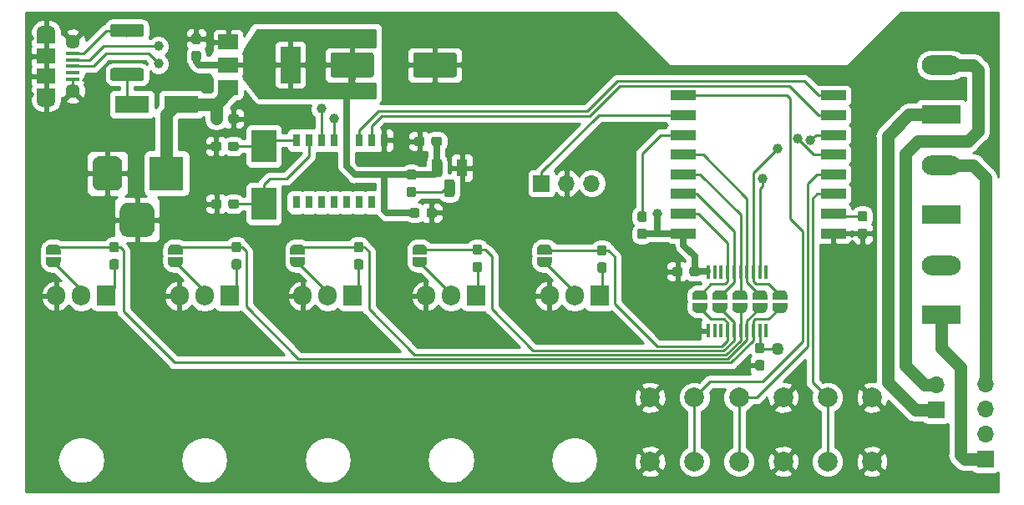
<source format=gbr>
G04 #@! TF.GenerationSoftware,KiCad,Pcbnew,5.0.2-bee76a0~70~ubuntu18.04.1*
G04 #@! TF.CreationDate,2019-01-15T01:12:48+01:00*
G04 #@! TF.ProjectId,ESPLED,4553504c-4544-42e6-9b69-6361645f7063,rev?*
G04 #@! TF.SameCoordinates,Original*
G04 #@! TF.FileFunction,Copper,L1,Top*
G04 #@! TF.FilePolarity,Positive*
%FSLAX46Y46*%
G04 Gerber Fmt 4.6, Leading zero omitted, Abs format (unit mm)*
G04 Created by KiCad (PCBNEW 5.0.2-bee76a0~70~ubuntu18.04.1) date Di 15 Jan 2019 01:12:48 CET*
%MOMM*%
%LPD*%
G01*
G04 APERTURE LIST*
G04 #@! TA.AperFunction,Conductor*
%ADD10C,0.100000*%
G04 #@! TD*
G04 #@! TA.AperFunction,SMDPad,CuDef*
%ADD11C,0.950000*%
G04 #@! TD*
G04 #@! TA.AperFunction,SMDPad,CuDef*
%ADD12C,0.500000*%
G04 #@! TD*
G04 #@! TA.AperFunction,SMDPad,CuDef*
%ADD13C,2.500000*%
G04 #@! TD*
G04 #@! TA.AperFunction,SMDPad,CuDef*
%ADD14R,2.500000X1.000000*%
G04 #@! TD*
G04 #@! TA.AperFunction,ComponentPad*
%ADD15C,2.000000*%
G04 #@! TD*
G04 #@! TA.AperFunction,ComponentPad*
%ADD16O,3.960000X1.980000*%
G04 #@! TD*
G04 #@! TA.AperFunction,ComponentPad*
%ADD17R,3.960000X1.980000*%
G04 #@! TD*
G04 #@! TA.AperFunction,ComponentPad*
%ADD18O,1.905000X2.000000*%
G04 #@! TD*
G04 #@! TA.AperFunction,ComponentPad*
%ADD19R,1.905000X2.000000*%
G04 #@! TD*
G04 #@! TA.AperFunction,SMDPad,CuDef*
%ADD20R,2.000000X3.800000*%
G04 #@! TD*
G04 #@! TA.AperFunction,SMDPad,CuDef*
%ADD21R,2.000000X1.500000*%
G04 #@! TD*
G04 #@! TA.AperFunction,SMDPad,CuDef*
%ADD22C,1.300000*%
G04 #@! TD*
G04 #@! TA.AperFunction,SMDPad,CuDef*
%ADD23R,3.500000X1.800000*%
G04 #@! TD*
G04 #@! TA.AperFunction,ComponentPad*
%ADD24R,3.500000X3.500000*%
G04 #@! TD*
G04 #@! TA.AperFunction,ComponentPad*
%ADD25C,3.000000*%
G04 #@! TD*
G04 #@! TA.AperFunction,ComponentPad*
%ADD26C,3.500000*%
G04 #@! TD*
G04 #@! TA.AperFunction,SMDPad,CuDef*
%ADD27R,1.900000X1.500000*%
G04 #@! TD*
G04 #@! TA.AperFunction,ComponentPad*
%ADD28C,1.450000*%
G04 #@! TD*
G04 #@! TA.AperFunction,SMDPad,CuDef*
%ADD29R,1.350000X0.400000*%
G04 #@! TD*
G04 #@! TA.AperFunction,ComponentPad*
%ADD30O,1.900000X1.200000*%
G04 #@! TD*
G04 #@! TA.AperFunction,SMDPad,CuDef*
%ADD31R,1.900000X1.200000*%
G04 #@! TD*
G04 #@! TA.AperFunction,ComponentPad*
%ADD32C,1.100000*%
G04 #@! TD*
G04 #@! TA.AperFunction,ComponentPad*
%ADD33R,1.100000X1.800000*%
G04 #@! TD*
G04 #@! TA.AperFunction,SMDPad,CuDef*
%ADD34R,2.500000X3.325000*%
G04 #@! TD*
G04 #@! TA.AperFunction,ComponentPad*
%ADD35R,1.700000X1.700000*%
G04 #@! TD*
G04 #@! TA.AperFunction,ComponentPad*
%ADD36O,1.700000X1.700000*%
G04 #@! TD*
G04 #@! TA.AperFunction,SMDPad,CuDef*
%ADD37R,0.450000X1.450000*%
G04 #@! TD*
G04 #@! TA.AperFunction,SMDPad,CuDef*
%ADD38R,0.800000X1.300000*%
G04 #@! TD*
G04 #@! TA.AperFunction,ViaPad*
%ADD39C,1.270000*%
G04 #@! TD*
G04 #@! TA.AperFunction,ViaPad*
%ADD40C,1.000000*%
G04 #@! TD*
G04 #@! TA.AperFunction,Conductor*
%ADD41C,1.270000*%
G04 #@! TD*
G04 #@! TA.AperFunction,Conductor*
%ADD42C,0.254000*%
G04 #@! TD*
G04 #@! TA.AperFunction,Conductor*
%ADD43C,0.635000*%
G04 #@! TD*
G04 APERTURE END LIST*
D10*
G04 #@! TO.N,+12V*
G04 #@! TO.C,C8*
G36*
X167392779Y-99185144D02*
X167415834Y-99188563D01*
X167438443Y-99194227D01*
X167460387Y-99202079D01*
X167481457Y-99212044D01*
X167501448Y-99224026D01*
X167520168Y-99237910D01*
X167537438Y-99253562D01*
X167553090Y-99270832D01*
X167566974Y-99289552D01*
X167578956Y-99309543D01*
X167588921Y-99330613D01*
X167596773Y-99352557D01*
X167602437Y-99375166D01*
X167605856Y-99398221D01*
X167607000Y-99421500D01*
X167607000Y-99996500D01*
X167605856Y-100019779D01*
X167602437Y-100042834D01*
X167596773Y-100065443D01*
X167588921Y-100087387D01*
X167578956Y-100108457D01*
X167566974Y-100128448D01*
X167553090Y-100147168D01*
X167537438Y-100164438D01*
X167520168Y-100180090D01*
X167501448Y-100193974D01*
X167481457Y-100205956D01*
X167460387Y-100215921D01*
X167438443Y-100223773D01*
X167415834Y-100229437D01*
X167392779Y-100232856D01*
X167369500Y-100234000D01*
X166894500Y-100234000D01*
X166871221Y-100232856D01*
X166848166Y-100229437D01*
X166825557Y-100223773D01*
X166803613Y-100215921D01*
X166782543Y-100205956D01*
X166762552Y-100193974D01*
X166743832Y-100180090D01*
X166726562Y-100164438D01*
X166710910Y-100147168D01*
X166697026Y-100128448D01*
X166685044Y-100108457D01*
X166675079Y-100087387D01*
X166667227Y-100065443D01*
X166661563Y-100042834D01*
X166658144Y-100019779D01*
X166657000Y-99996500D01*
X166657000Y-99421500D01*
X166658144Y-99398221D01*
X166661563Y-99375166D01*
X166667227Y-99352557D01*
X166675079Y-99330613D01*
X166685044Y-99309543D01*
X166697026Y-99289552D01*
X166710910Y-99270832D01*
X166726562Y-99253562D01*
X166743832Y-99237910D01*
X166762552Y-99224026D01*
X166782543Y-99212044D01*
X166803613Y-99202079D01*
X166825557Y-99194227D01*
X166848166Y-99188563D01*
X166871221Y-99185144D01*
X166894500Y-99184000D01*
X167369500Y-99184000D01*
X167392779Y-99185144D01*
X167392779Y-99185144D01*
G37*
D11*
G04 #@! TD*
G04 #@! TO.P,C8,1*
G04 #@! TO.N,+12V*
X167132000Y-99709000D03*
D10*
G04 #@! TO.N,GND*
G04 #@! TO.C,C8*
G36*
X167392779Y-100935144D02*
X167415834Y-100938563D01*
X167438443Y-100944227D01*
X167460387Y-100952079D01*
X167481457Y-100962044D01*
X167501448Y-100974026D01*
X167520168Y-100987910D01*
X167537438Y-101003562D01*
X167553090Y-101020832D01*
X167566974Y-101039552D01*
X167578956Y-101059543D01*
X167588921Y-101080613D01*
X167596773Y-101102557D01*
X167602437Y-101125166D01*
X167605856Y-101148221D01*
X167607000Y-101171500D01*
X167607000Y-101746500D01*
X167605856Y-101769779D01*
X167602437Y-101792834D01*
X167596773Y-101815443D01*
X167588921Y-101837387D01*
X167578956Y-101858457D01*
X167566974Y-101878448D01*
X167553090Y-101897168D01*
X167537438Y-101914438D01*
X167520168Y-101930090D01*
X167501448Y-101943974D01*
X167481457Y-101955956D01*
X167460387Y-101965921D01*
X167438443Y-101973773D01*
X167415834Y-101979437D01*
X167392779Y-101982856D01*
X167369500Y-101984000D01*
X166894500Y-101984000D01*
X166871221Y-101982856D01*
X166848166Y-101979437D01*
X166825557Y-101973773D01*
X166803613Y-101965921D01*
X166782543Y-101955956D01*
X166762552Y-101943974D01*
X166743832Y-101930090D01*
X166726562Y-101914438D01*
X166710910Y-101897168D01*
X166697026Y-101878448D01*
X166685044Y-101858457D01*
X166675079Y-101837387D01*
X166667227Y-101815443D01*
X166661563Y-101792834D01*
X166658144Y-101769779D01*
X166657000Y-101746500D01*
X166657000Y-101171500D01*
X166658144Y-101148221D01*
X166661563Y-101125166D01*
X166667227Y-101102557D01*
X166675079Y-101080613D01*
X166685044Y-101059543D01*
X166697026Y-101039552D01*
X166710910Y-101020832D01*
X166726562Y-101003562D01*
X166743832Y-100987910D01*
X166762552Y-100974026D01*
X166782543Y-100962044D01*
X166803613Y-100952079D01*
X166825557Y-100944227D01*
X166848166Y-100938563D01*
X166871221Y-100935144D01*
X166894500Y-100934000D01*
X167369500Y-100934000D01*
X167392779Y-100935144D01*
X167392779Y-100935144D01*
G37*
D11*
G04 #@! TD*
G04 #@! TO.P,C8,2*
G04 #@! TO.N,GND*
X167132000Y-101459000D03*
D12*
G04 #@! TO.P,JP10,1*
G04 #@! TO.N,HSIG5*
X161036000Y-95646000D03*
D10*
G04 #@! TD*
G04 #@! TO.N,HSIG5*
G04 #@! TO.C,JP10*
G36*
X161786000Y-95146000D02*
X161786000Y-95646000D01*
X161785398Y-95646000D01*
X161785398Y-95670534D01*
X161780588Y-95719365D01*
X161771016Y-95767490D01*
X161756772Y-95814445D01*
X161737995Y-95859778D01*
X161714864Y-95903051D01*
X161687604Y-95943850D01*
X161656476Y-95981779D01*
X161621779Y-96016476D01*
X161583850Y-96047604D01*
X161543051Y-96074864D01*
X161499778Y-96097995D01*
X161454445Y-96116772D01*
X161407490Y-96131016D01*
X161359365Y-96140588D01*
X161310534Y-96145398D01*
X161286000Y-96145398D01*
X161286000Y-96146000D01*
X160786000Y-96146000D01*
X160786000Y-96145398D01*
X160761466Y-96145398D01*
X160712635Y-96140588D01*
X160664510Y-96131016D01*
X160617555Y-96116772D01*
X160572222Y-96097995D01*
X160528949Y-96074864D01*
X160488150Y-96047604D01*
X160450221Y-96016476D01*
X160415524Y-95981779D01*
X160384396Y-95943850D01*
X160357136Y-95903051D01*
X160334005Y-95859778D01*
X160315228Y-95814445D01*
X160300984Y-95767490D01*
X160291412Y-95719365D01*
X160286602Y-95670534D01*
X160286602Y-95646000D01*
X160286000Y-95646000D01*
X160286000Y-95146000D01*
X161786000Y-95146000D01*
X161786000Y-95146000D01*
G37*
D12*
G04 #@! TO.P,JP10,2*
G04 #@! TO.N,SIG5*
X161036000Y-94346000D03*
D10*
G04 #@! TD*
G04 #@! TO.N,SIG5*
G04 #@! TO.C,JP10*
G36*
X160286602Y-94346000D02*
X160286602Y-94321466D01*
X160291412Y-94272635D01*
X160300984Y-94224510D01*
X160315228Y-94177555D01*
X160334005Y-94132222D01*
X160357136Y-94088949D01*
X160384396Y-94048150D01*
X160415524Y-94010221D01*
X160450221Y-93975524D01*
X160488150Y-93944396D01*
X160528949Y-93917136D01*
X160572222Y-93894005D01*
X160617555Y-93875228D01*
X160664510Y-93860984D01*
X160712635Y-93851412D01*
X160761466Y-93846602D01*
X160786000Y-93846602D01*
X160786000Y-93846000D01*
X161286000Y-93846000D01*
X161286000Y-93846602D01*
X161310534Y-93846602D01*
X161359365Y-93851412D01*
X161407490Y-93860984D01*
X161454445Y-93875228D01*
X161499778Y-93894005D01*
X161543051Y-93917136D01*
X161583850Y-93944396D01*
X161621779Y-93975524D01*
X161656476Y-94010221D01*
X161687604Y-94048150D01*
X161714864Y-94088949D01*
X161737995Y-94132222D01*
X161756772Y-94177555D01*
X161771016Y-94224510D01*
X161780588Y-94272635D01*
X161785398Y-94321466D01*
X161785398Y-94346000D01*
X161786000Y-94346000D01*
X161786000Y-94846000D01*
X160286000Y-94846000D01*
X160286000Y-94346000D01*
X160286602Y-94346000D01*
X160286602Y-94346000D01*
G37*
G04 #@! TO.N,+3V3*
G04 #@! TO.C,C2*
G36*
X127774504Y-69751204D02*
X127798773Y-69754804D01*
X127822571Y-69760765D01*
X127845671Y-69769030D01*
X127867849Y-69779520D01*
X127888893Y-69792133D01*
X127908598Y-69806747D01*
X127926777Y-69823223D01*
X127943253Y-69841402D01*
X127957867Y-69861107D01*
X127970480Y-69882151D01*
X127980970Y-69904329D01*
X127989235Y-69927429D01*
X127995196Y-69951227D01*
X127998796Y-69975496D01*
X128000000Y-70000000D01*
X128000000Y-72000000D01*
X127998796Y-72024504D01*
X127995196Y-72048773D01*
X127989235Y-72072571D01*
X127980970Y-72095671D01*
X127970480Y-72117849D01*
X127957867Y-72138893D01*
X127943253Y-72158598D01*
X127926777Y-72176777D01*
X127908598Y-72193253D01*
X127888893Y-72207867D01*
X127867849Y-72220480D01*
X127845671Y-72230970D01*
X127822571Y-72239235D01*
X127798773Y-72245196D01*
X127774504Y-72248796D01*
X127750000Y-72250000D01*
X123850000Y-72250000D01*
X123825496Y-72248796D01*
X123801227Y-72245196D01*
X123777429Y-72239235D01*
X123754329Y-72230970D01*
X123732151Y-72220480D01*
X123711107Y-72207867D01*
X123691402Y-72193253D01*
X123673223Y-72176777D01*
X123656747Y-72158598D01*
X123642133Y-72138893D01*
X123629520Y-72117849D01*
X123619030Y-72095671D01*
X123610765Y-72072571D01*
X123604804Y-72048773D01*
X123601204Y-72024504D01*
X123600000Y-72000000D01*
X123600000Y-70000000D01*
X123601204Y-69975496D01*
X123604804Y-69951227D01*
X123610765Y-69927429D01*
X123619030Y-69904329D01*
X123629520Y-69882151D01*
X123642133Y-69861107D01*
X123656747Y-69841402D01*
X123673223Y-69823223D01*
X123691402Y-69806747D01*
X123711107Y-69792133D01*
X123732151Y-69779520D01*
X123754329Y-69769030D01*
X123777429Y-69760765D01*
X123801227Y-69754804D01*
X123825496Y-69751204D01*
X123850000Y-69750000D01*
X127750000Y-69750000D01*
X127774504Y-69751204D01*
X127774504Y-69751204D01*
G37*
D13*
G04 #@! TD*
G04 #@! TO.P,C2,1*
G04 #@! TO.N,+3V3*
X125800000Y-71000000D03*
D10*
G04 #@! TO.N,GND*
G04 #@! TO.C,C2*
G36*
X136174504Y-69751204D02*
X136198773Y-69754804D01*
X136222571Y-69760765D01*
X136245671Y-69769030D01*
X136267849Y-69779520D01*
X136288893Y-69792133D01*
X136308598Y-69806747D01*
X136326777Y-69823223D01*
X136343253Y-69841402D01*
X136357867Y-69861107D01*
X136370480Y-69882151D01*
X136380970Y-69904329D01*
X136389235Y-69927429D01*
X136395196Y-69951227D01*
X136398796Y-69975496D01*
X136400000Y-70000000D01*
X136400000Y-72000000D01*
X136398796Y-72024504D01*
X136395196Y-72048773D01*
X136389235Y-72072571D01*
X136380970Y-72095671D01*
X136370480Y-72117849D01*
X136357867Y-72138893D01*
X136343253Y-72158598D01*
X136326777Y-72176777D01*
X136308598Y-72193253D01*
X136288893Y-72207867D01*
X136267849Y-72220480D01*
X136245671Y-72230970D01*
X136222571Y-72239235D01*
X136198773Y-72245196D01*
X136174504Y-72248796D01*
X136150000Y-72250000D01*
X132250000Y-72250000D01*
X132225496Y-72248796D01*
X132201227Y-72245196D01*
X132177429Y-72239235D01*
X132154329Y-72230970D01*
X132132151Y-72220480D01*
X132111107Y-72207867D01*
X132091402Y-72193253D01*
X132073223Y-72176777D01*
X132056747Y-72158598D01*
X132042133Y-72138893D01*
X132029520Y-72117849D01*
X132019030Y-72095671D01*
X132010765Y-72072571D01*
X132004804Y-72048773D01*
X132001204Y-72024504D01*
X132000000Y-72000000D01*
X132000000Y-70000000D01*
X132001204Y-69975496D01*
X132004804Y-69951227D01*
X132010765Y-69927429D01*
X132019030Y-69904329D01*
X132029520Y-69882151D01*
X132042133Y-69861107D01*
X132056747Y-69841402D01*
X132073223Y-69823223D01*
X132091402Y-69806747D01*
X132111107Y-69792133D01*
X132132151Y-69779520D01*
X132154329Y-69769030D01*
X132177429Y-69760765D01*
X132201227Y-69754804D01*
X132225496Y-69751204D01*
X132250000Y-69750000D01*
X136150000Y-69750000D01*
X136174504Y-69751204D01*
X136174504Y-69751204D01*
G37*
D13*
G04 #@! TD*
G04 #@! TO.P,C2,2*
G04 #@! TO.N,GND*
X134200000Y-71000000D03*
D10*
G04 #@! TO.N,GND*
G04 #@! TO.C,C7*
G36*
X134185779Y-85526144D02*
X134208834Y-85529563D01*
X134231443Y-85535227D01*
X134253387Y-85543079D01*
X134274457Y-85553044D01*
X134294448Y-85565026D01*
X134313168Y-85578910D01*
X134330438Y-85594562D01*
X134346090Y-85611832D01*
X134359974Y-85630552D01*
X134371956Y-85650543D01*
X134381921Y-85671613D01*
X134389773Y-85693557D01*
X134395437Y-85716166D01*
X134398856Y-85739221D01*
X134400000Y-85762500D01*
X134400000Y-86237500D01*
X134398856Y-86260779D01*
X134395437Y-86283834D01*
X134389773Y-86306443D01*
X134381921Y-86328387D01*
X134371956Y-86349457D01*
X134359974Y-86369448D01*
X134346090Y-86388168D01*
X134330438Y-86405438D01*
X134313168Y-86421090D01*
X134294448Y-86434974D01*
X134274457Y-86446956D01*
X134253387Y-86456921D01*
X134231443Y-86464773D01*
X134208834Y-86470437D01*
X134185779Y-86473856D01*
X134162500Y-86475000D01*
X133587500Y-86475000D01*
X133564221Y-86473856D01*
X133541166Y-86470437D01*
X133518557Y-86464773D01*
X133496613Y-86456921D01*
X133475543Y-86446956D01*
X133455552Y-86434974D01*
X133436832Y-86421090D01*
X133419562Y-86405438D01*
X133403910Y-86388168D01*
X133390026Y-86369448D01*
X133378044Y-86349457D01*
X133368079Y-86328387D01*
X133360227Y-86306443D01*
X133354563Y-86283834D01*
X133351144Y-86260779D01*
X133350000Y-86237500D01*
X133350000Y-85762500D01*
X133351144Y-85739221D01*
X133354563Y-85716166D01*
X133360227Y-85693557D01*
X133368079Y-85671613D01*
X133378044Y-85650543D01*
X133390026Y-85630552D01*
X133403910Y-85611832D01*
X133419562Y-85594562D01*
X133436832Y-85578910D01*
X133455552Y-85565026D01*
X133475543Y-85553044D01*
X133496613Y-85543079D01*
X133518557Y-85535227D01*
X133541166Y-85529563D01*
X133564221Y-85526144D01*
X133587500Y-85525000D01*
X134162500Y-85525000D01*
X134185779Y-85526144D01*
X134185779Y-85526144D01*
G37*
D11*
G04 #@! TD*
G04 #@! TO.P,C7,1*
G04 #@! TO.N,GND*
X133875000Y-86000000D03*
D10*
G04 #@! TO.N,+3V3*
G04 #@! TO.C,C7*
G36*
X132435779Y-85526144D02*
X132458834Y-85529563D01*
X132481443Y-85535227D01*
X132503387Y-85543079D01*
X132524457Y-85553044D01*
X132544448Y-85565026D01*
X132563168Y-85578910D01*
X132580438Y-85594562D01*
X132596090Y-85611832D01*
X132609974Y-85630552D01*
X132621956Y-85650543D01*
X132631921Y-85671613D01*
X132639773Y-85693557D01*
X132645437Y-85716166D01*
X132648856Y-85739221D01*
X132650000Y-85762500D01*
X132650000Y-86237500D01*
X132648856Y-86260779D01*
X132645437Y-86283834D01*
X132639773Y-86306443D01*
X132631921Y-86328387D01*
X132621956Y-86349457D01*
X132609974Y-86369448D01*
X132596090Y-86388168D01*
X132580438Y-86405438D01*
X132563168Y-86421090D01*
X132544448Y-86434974D01*
X132524457Y-86446956D01*
X132503387Y-86456921D01*
X132481443Y-86464773D01*
X132458834Y-86470437D01*
X132435779Y-86473856D01*
X132412500Y-86475000D01*
X131837500Y-86475000D01*
X131814221Y-86473856D01*
X131791166Y-86470437D01*
X131768557Y-86464773D01*
X131746613Y-86456921D01*
X131725543Y-86446956D01*
X131705552Y-86434974D01*
X131686832Y-86421090D01*
X131669562Y-86405438D01*
X131653910Y-86388168D01*
X131640026Y-86369448D01*
X131628044Y-86349457D01*
X131618079Y-86328387D01*
X131610227Y-86306443D01*
X131604563Y-86283834D01*
X131601144Y-86260779D01*
X131600000Y-86237500D01*
X131600000Y-85762500D01*
X131601144Y-85739221D01*
X131604563Y-85716166D01*
X131610227Y-85693557D01*
X131618079Y-85671613D01*
X131628044Y-85650543D01*
X131640026Y-85630552D01*
X131653910Y-85611832D01*
X131669562Y-85594562D01*
X131686832Y-85578910D01*
X131705552Y-85565026D01*
X131725543Y-85553044D01*
X131746613Y-85543079D01*
X131768557Y-85535227D01*
X131791166Y-85529563D01*
X131814221Y-85526144D01*
X131837500Y-85525000D01*
X132412500Y-85525000D01*
X132435779Y-85526144D01*
X132435779Y-85526144D01*
G37*
D11*
G04 #@! TD*
G04 #@! TO.P,C7,2*
G04 #@! TO.N,+3V3*
X132125000Y-86000000D03*
D10*
G04 #@! TO.N,Net-(C6-Pad1)*
G04 #@! TO.C,C6*
G36*
X114102779Y-84616144D02*
X114125834Y-84619563D01*
X114148443Y-84625227D01*
X114170387Y-84633079D01*
X114191457Y-84643044D01*
X114211448Y-84655026D01*
X114230168Y-84668910D01*
X114247438Y-84684562D01*
X114263090Y-84701832D01*
X114276974Y-84720552D01*
X114288956Y-84740543D01*
X114298921Y-84761613D01*
X114306773Y-84783557D01*
X114312437Y-84806166D01*
X114315856Y-84829221D01*
X114317000Y-84852500D01*
X114317000Y-85327500D01*
X114315856Y-85350779D01*
X114312437Y-85373834D01*
X114306773Y-85396443D01*
X114298921Y-85418387D01*
X114288956Y-85439457D01*
X114276974Y-85459448D01*
X114263090Y-85478168D01*
X114247438Y-85495438D01*
X114230168Y-85511090D01*
X114211448Y-85524974D01*
X114191457Y-85536956D01*
X114170387Y-85546921D01*
X114148443Y-85554773D01*
X114125834Y-85560437D01*
X114102779Y-85563856D01*
X114079500Y-85565000D01*
X113504500Y-85565000D01*
X113481221Y-85563856D01*
X113458166Y-85560437D01*
X113435557Y-85554773D01*
X113413613Y-85546921D01*
X113392543Y-85536956D01*
X113372552Y-85524974D01*
X113353832Y-85511090D01*
X113336562Y-85495438D01*
X113320910Y-85478168D01*
X113307026Y-85459448D01*
X113295044Y-85439457D01*
X113285079Y-85418387D01*
X113277227Y-85396443D01*
X113271563Y-85373834D01*
X113268144Y-85350779D01*
X113267000Y-85327500D01*
X113267000Y-84852500D01*
X113268144Y-84829221D01*
X113271563Y-84806166D01*
X113277227Y-84783557D01*
X113285079Y-84761613D01*
X113295044Y-84740543D01*
X113307026Y-84720552D01*
X113320910Y-84701832D01*
X113336562Y-84684562D01*
X113353832Y-84668910D01*
X113372552Y-84655026D01*
X113392543Y-84643044D01*
X113413613Y-84633079D01*
X113435557Y-84625227D01*
X113458166Y-84619563D01*
X113481221Y-84616144D01*
X113504500Y-84615000D01*
X114079500Y-84615000D01*
X114102779Y-84616144D01*
X114102779Y-84616144D01*
G37*
D11*
G04 #@! TD*
G04 #@! TO.P,C6,1*
G04 #@! TO.N,Net-(C6-Pad1)*
X113792000Y-85090000D03*
D10*
G04 #@! TO.N,GND*
G04 #@! TO.C,C6*
G36*
X112352779Y-84616144D02*
X112375834Y-84619563D01*
X112398443Y-84625227D01*
X112420387Y-84633079D01*
X112441457Y-84643044D01*
X112461448Y-84655026D01*
X112480168Y-84668910D01*
X112497438Y-84684562D01*
X112513090Y-84701832D01*
X112526974Y-84720552D01*
X112538956Y-84740543D01*
X112548921Y-84761613D01*
X112556773Y-84783557D01*
X112562437Y-84806166D01*
X112565856Y-84829221D01*
X112567000Y-84852500D01*
X112567000Y-85327500D01*
X112565856Y-85350779D01*
X112562437Y-85373834D01*
X112556773Y-85396443D01*
X112548921Y-85418387D01*
X112538956Y-85439457D01*
X112526974Y-85459448D01*
X112513090Y-85478168D01*
X112497438Y-85495438D01*
X112480168Y-85511090D01*
X112461448Y-85524974D01*
X112441457Y-85536956D01*
X112420387Y-85546921D01*
X112398443Y-85554773D01*
X112375834Y-85560437D01*
X112352779Y-85563856D01*
X112329500Y-85565000D01*
X111754500Y-85565000D01*
X111731221Y-85563856D01*
X111708166Y-85560437D01*
X111685557Y-85554773D01*
X111663613Y-85546921D01*
X111642543Y-85536956D01*
X111622552Y-85524974D01*
X111603832Y-85511090D01*
X111586562Y-85495438D01*
X111570910Y-85478168D01*
X111557026Y-85459448D01*
X111545044Y-85439457D01*
X111535079Y-85418387D01*
X111527227Y-85396443D01*
X111521563Y-85373834D01*
X111518144Y-85350779D01*
X111517000Y-85327500D01*
X111517000Y-84852500D01*
X111518144Y-84829221D01*
X111521563Y-84806166D01*
X111527227Y-84783557D01*
X111535079Y-84761613D01*
X111545044Y-84740543D01*
X111557026Y-84720552D01*
X111570910Y-84701832D01*
X111586562Y-84684562D01*
X111603832Y-84668910D01*
X111622552Y-84655026D01*
X111642543Y-84643044D01*
X111663613Y-84633079D01*
X111685557Y-84625227D01*
X111708166Y-84619563D01*
X111731221Y-84616144D01*
X111754500Y-84615000D01*
X112329500Y-84615000D01*
X112352779Y-84616144D01*
X112352779Y-84616144D01*
G37*
D11*
G04 #@! TD*
G04 #@! TO.P,C6,2*
G04 #@! TO.N,GND*
X112042000Y-85090000D03*
D10*
G04 #@! TO.N,GND*
G04 #@! TO.C,C4*
G36*
X132926779Y-78266144D02*
X132949834Y-78269563D01*
X132972443Y-78275227D01*
X132994387Y-78283079D01*
X133015457Y-78293044D01*
X133035448Y-78305026D01*
X133054168Y-78318910D01*
X133071438Y-78334562D01*
X133087090Y-78351832D01*
X133100974Y-78370552D01*
X133112956Y-78390543D01*
X133122921Y-78411613D01*
X133130773Y-78433557D01*
X133136437Y-78456166D01*
X133139856Y-78479221D01*
X133141000Y-78502500D01*
X133141000Y-78977500D01*
X133139856Y-79000779D01*
X133136437Y-79023834D01*
X133130773Y-79046443D01*
X133122921Y-79068387D01*
X133112956Y-79089457D01*
X133100974Y-79109448D01*
X133087090Y-79128168D01*
X133071438Y-79145438D01*
X133054168Y-79161090D01*
X133035448Y-79174974D01*
X133015457Y-79186956D01*
X132994387Y-79196921D01*
X132972443Y-79204773D01*
X132949834Y-79210437D01*
X132926779Y-79213856D01*
X132903500Y-79215000D01*
X132328500Y-79215000D01*
X132305221Y-79213856D01*
X132282166Y-79210437D01*
X132259557Y-79204773D01*
X132237613Y-79196921D01*
X132216543Y-79186956D01*
X132196552Y-79174974D01*
X132177832Y-79161090D01*
X132160562Y-79145438D01*
X132144910Y-79128168D01*
X132131026Y-79109448D01*
X132119044Y-79089457D01*
X132109079Y-79068387D01*
X132101227Y-79046443D01*
X132095563Y-79023834D01*
X132092144Y-79000779D01*
X132091000Y-78977500D01*
X132091000Y-78502500D01*
X132092144Y-78479221D01*
X132095563Y-78456166D01*
X132101227Y-78433557D01*
X132109079Y-78411613D01*
X132119044Y-78390543D01*
X132131026Y-78370552D01*
X132144910Y-78351832D01*
X132160562Y-78334562D01*
X132177832Y-78318910D01*
X132196552Y-78305026D01*
X132216543Y-78293044D01*
X132237613Y-78283079D01*
X132259557Y-78275227D01*
X132282166Y-78269563D01*
X132305221Y-78266144D01*
X132328500Y-78265000D01*
X132903500Y-78265000D01*
X132926779Y-78266144D01*
X132926779Y-78266144D01*
G37*
D11*
G04 #@! TD*
G04 #@! TO.P,C4,1*
G04 #@! TO.N,GND*
X132616000Y-78740000D03*
D10*
G04 #@! TO.N,+3V3*
G04 #@! TO.C,C4*
G36*
X134676779Y-78266144D02*
X134699834Y-78269563D01*
X134722443Y-78275227D01*
X134744387Y-78283079D01*
X134765457Y-78293044D01*
X134785448Y-78305026D01*
X134804168Y-78318910D01*
X134821438Y-78334562D01*
X134837090Y-78351832D01*
X134850974Y-78370552D01*
X134862956Y-78390543D01*
X134872921Y-78411613D01*
X134880773Y-78433557D01*
X134886437Y-78456166D01*
X134889856Y-78479221D01*
X134891000Y-78502500D01*
X134891000Y-78977500D01*
X134889856Y-79000779D01*
X134886437Y-79023834D01*
X134880773Y-79046443D01*
X134872921Y-79068387D01*
X134862956Y-79089457D01*
X134850974Y-79109448D01*
X134837090Y-79128168D01*
X134821438Y-79145438D01*
X134804168Y-79161090D01*
X134785448Y-79174974D01*
X134765457Y-79186956D01*
X134744387Y-79196921D01*
X134722443Y-79204773D01*
X134699834Y-79210437D01*
X134676779Y-79213856D01*
X134653500Y-79215000D01*
X134078500Y-79215000D01*
X134055221Y-79213856D01*
X134032166Y-79210437D01*
X134009557Y-79204773D01*
X133987613Y-79196921D01*
X133966543Y-79186956D01*
X133946552Y-79174974D01*
X133927832Y-79161090D01*
X133910562Y-79145438D01*
X133894910Y-79128168D01*
X133881026Y-79109448D01*
X133869044Y-79089457D01*
X133859079Y-79068387D01*
X133851227Y-79046443D01*
X133845563Y-79023834D01*
X133842144Y-79000779D01*
X133841000Y-78977500D01*
X133841000Y-78502500D01*
X133842144Y-78479221D01*
X133845563Y-78456166D01*
X133851227Y-78433557D01*
X133859079Y-78411613D01*
X133869044Y-78390543D01*
X133881026Y-78370552D01*
X133894910Y-78351832D01*
X133910562Y-78334562D01*
X133927832Y-78318910D01*
X133946552Y-78305026D01*
X133966543Y-78293044D01*
X133987613Y-78283079D01*
X134009557Y-78275227D01*
X134032166Y-78269563D01*
X134055221Y-78266144D01*
X134078500Y-78265000D01*
X134653500Y-78265000D01*
X134676779Y-78266144D01*
X134676779Y-78266144D01*
G37*
D11*
G04 #@! TD*
G04 #@! TO.P,C4,2*
G04 #@! TO.N,+3V3*
X134366000Y-78740000D03*
D10*
G04 #@! TO.N,GND*
G04 #@! TO.C,C5*
G36*
X112324779Y-78774144D02*
X112347834Y-78777563D01*
X112370443Y-78783227D01*
X112392387Y-78791079D01*
X112413457Y-78801044D01*
X112433448Y-78813026D01*
X112452168Y-78826910D01*
X112469438Y-78842562D01*
X112485090Y-78859832D01*
X112498974Y-78878552D01*
X112510956Y-78898543D01*
X112520921Y-78919613D01*
X112528773Y-78941557D01*
X112534437Y-78964166D01*
X112537856Y-78987221D01*
X112539000Y-79010500D01*
X112539000Y-79485500D01*
X112537856Y-79508779D01*
X112534437Y-79531834D01*
X112528773Y-79554443D01*
X112520921Y-79576387D01*
X112510956Y-79597457D01*
X112498974Y-79617448D01*
X112485090Y-79636168D01*
X112469438Y-79653438D01*
X112452168Y-79669090D01*
X112433448Y-79682974D01*
X112413457Y-79694956D01*
X112392387Y-79704921D01*
X112370443Y-79712773D01*
X112347834Y-79718437D01*
X112324779Y-79721856D01*
X112301500Y-79723000D01*
X111726500Y-79723000D01*
X111703221Y-79721856D01*
X111680166Y-79718437D01*
X111657557Y-79712773D01*
X111635613Y-79704921D01*
X111614543Y-79694956D01*
X111594552Y-79682974D01*
X111575832Y-79669090D01*
X111558562Y-79653438D01*
X111542910Y-79636168D01*
X111529026Y-79617448D01*
X111517044Y-79597457D01*
X111507079Y-79576387D01*
X111499227Y-79554443D01*
X111493563Y-79531834D01*
X111490144Y-79508779D01*
X111489000Y-79485500D01*
X111489000Y-79010500D01*
X111490144Y-78987221D01*
X111493563Y-78964166D01*
X111499227Y-78941557D01*
X111507079Y-78919613D01*
X111517044Y-78898543D01*
X111529026Y-78878552D01*
X111542910Y-78859832D01*
X111558562Y-78842562D01*
X111575832Y-78826910D01*
X111594552Y-78813026D01*
X111614543Y-78801044D01*
X111635613Y-78791079D01*
X111657557Y-78783227D01*
X111680166Y-78777563D01*
X111703221Y-78774144D01*
X111726500Y-78773000D01*
X112301500Y-78773000D01*
X112324779Y-78774144D01*
X112324779Y-78774144D01*
G37*
D11*
G04 #@! TD*
G04 #@! TO.P,C5,2*
G04 #@! TO.N,GND*
X112014000Y-79248000D03*
D10*
G04 #@! TO.N,Net-(C5-Pad1)*
G04 #@! TO.C,C5*
G36*
X114074779Y-78774144D02*
X114097834Y-78777563D01*
X114120443Y-78783227D01*
X114142387Y-78791079D01*
X114163457Y-78801044D01*
X114183448Y-78813026D01*
X114202168Y-78826910D01*
X114219438Y-78842562D01*
X114235090Y-78859832D01*
X114248974Y-78878552D01*
X114260956Y-78898543D01*
X114270921Y-78919613D01*
X114278773Y-78941557D01*
X114284437Y-78964166D01*
X114287856Y-78987221D01*
X114289000Y-79010500D01*
X114289000Y-79485500D01*
X114287856Y-79508779D01*
X114284437Y-79531834D01*
X114278773Y-79554443D01*
X114270921Y-79576387D01*
X114260956Y-79597457D01*
X114248974Y-79617448D01*
X114235090Y-79636168D01*
X114219438Y-79653438D01*
X114202168Y-79669090D01*
X114183448Y-79682974D01*
X114163457Y-79694956D01*
X114142387Y-79704921D01*
X114120443Y-79712773D01*
X114097834Y-79718437D01*
X114074779Y-79721856D01*
X114051500Y-79723000D01*
X113476500Y-79723000D01*
X113453221Y-79721856D01*
X113430166Y-79718437D01*
X113407557Y-79712773D01*
X113385613Y-79704921D01*
X113364543Y-79694956D01*
X113344552Y-79682974D01*
X113325832Y-79669090D01*
X113308562Y-79653438D01*
X113292910Y-79636168D01*
X113279026Y-79617448D01*
X113267044Y-79597457D01*
X113257079Y-79576387D01*
X113249227Y-79554443D01*
X113243563Y-79531834D01*
X113240144Y-79508779D01*
X113239000Y-79485500D01*
X113239000Y-79010500D01*
X113240144Y-78987221D01*
X113243563Y-78964166D01*
X113249227Y-78941557D01*
X113257079Y-78919613D01*
X113267044Y-78898543D01*
X113279026Y-78878552D01*
X113292910Y-78859832D01*
X113308562Y-78842562D01*
X113325832Y-78826910D01*
X113344552Y-78813026D01*
X113364543Y-78801044D01*
X113385613Y-78791079D01*
X113407557Y-78783227D01*
X113430166Y-78777563D01*
X113453221Y-78774144D01*
X113476500Y-78773000D01*
X114051500Y-78773000D01*
X114074779Y-78774144D01*
X114074779Y-78774144D01*
G37*
D11*
G04 #@! TD*
G04 #@! TO.P,C5,1*
G04 #@! TO.N,Net-(C5-Pad1)*
X113764000Y-79248000D03*
D10*
G04 #@! TO.N,+3V3*
G04 #@! TO.C,R6*
G36*
X155454779Y-87614144D02*
X155477834Y-87617563D01*
X155500443Y-87623227D01*
X155522387Y-87631079D01*
X155543457Y-87641044D01*
X155563448Y-87653026D01*
X155582168Y-87666910D01*
X155599438Y-87682562D01*
X155615090Y-87699832D01*
X155628974Y-87718552D01*
X155640956Y-87738543D01*
X155650921Y-87759613D01*
X155658773Y-87781557D01*
X155664437Y-87804166D01*
X155667856Y-87827221D01*
X155669000Y-87850500D01*
X155669000Y-88425500D01*
X155667856Y-88448779D01*
X155664437Y-88471834D01*
X155658773Y-88494443D01*
X155650921Y-88516387D01*
X155640956Y-88537457D01*
X155628974Y-88557448D01*
X155615090Y-88576168D01*
X155599438Y-88593438D01*
X155582168Y-88609090D01*
X155563448Y-88622974D01*
X155543457Y-88634956D01*
X155522387Y-88644921D01*
X155500443Y-88652773D01*
X155477834Y-88658437D01*
X155454779Y-88661856D01*
X155431500Y-88663000D01*
X154956500Y-88663000D01*
X154933221Y-88661856D01*
X154910166Y-88658437D01*
X154887557Y-88652773D01*
X154865613Y-88644921D01*
X154844543Y-88634956D01*
X154824552Y-88622974D01*
X154805832Y-88609090D01*
X154788562Y-88593438D01*
X154772910Y-88576168D01*
X154759026Y-88557448D01*
X154747044Y-88537457D01*
X154737079Y-88516387D01*
X154729227Y-88494443D01*
X154723563Y-88471834D01*
X154720144Y-88448779D01*
X154719000Y-88425500D01*
X154719000Y-87850500D01*
X154720144Y-87827221D01*
X154723563Y-87804166D01*
X154729227Y-87781557D01*
X154737079Y-87759613D01*
X154747044Y-87738543D01*
X154759026Y-87718552D01*
X154772910Y-87699832D01*
X154788562Y-87682562D01*
X154805832Y-87666910D01*
X154824552Y-87653026D01*
X154844543Y-87641044D01*
X154865613Y-87631079D01*
X154887557Y-87623227D01*
X154910166Y-87617563D01*
X154933221Y-87614144D01*
X154956500Y-87613000D01*
X155431500Y-87613000D01*
X155454779Y-87614144D01*
X155454779Y-87614144D01*
G37*
D11*
G04 #@! TD*
G04 #@! TO.P,R6,1*
G04 #@! TO.N,+3V3*
X155194000Y-88138000D03*
D10*
G04 #@! TO.N,Net-(R6-Pad2)*
G04 #@! TO.C,R6*
G36*
X155454779Y-85864144D02*
X155477834Y-85867563D01*
X155500443Y-85873227D01*
X155522387Y-85881079D01*
X155543457Y-85891044D01*
X155563448Y-85903026D01*
X155582168Y-85916910D01*
X155599438Y-85932562D01*
X155615090Y-85949832D01*
X155628974Y-85968552D01*
X155640956Y-85988543D01*
X155650921Y-86009613D01*
X155658773Y-86031557D01*
X155664437Y-86054166D01*
X155667856Y-86077221D01*
X155669000Y-86100500D01*
X155669000Y-86675500D01*
X155667856Y-86698779D01*
X155664437Y-86721834D01*
X155658773Y-86744443D01*
X155650921Y-86766387D01*
X155640956Y-86787457D01*
X155628974Y-86807448D01*
X155615090Y-86826168D01*
X155599438Y-86843438D01*
X155582168Y-86859090D01*
X155563448Y-86872974D01*
X155543457Y-86884956D01*
X155522387Y-86894921D01*
X155500443Y-86902773D01*
X155477834Y-86908437D01*
X155454779Y-86911856D01*
X155431500Y-86913000D01*
X154956500Y-86913000D01*
X154933221Y-86911856D01*
X154910166Y-86908437D01*
X154887557Y-86902773D01*
X154865613Y-86894921D01*
X154844543Y-86884956D01*
X154824552Y-86872974D01*
X154805832Y-86859090D01*
X154788562Y-86843438D01*
X154772910Y-86826168D01*
X154759026Y-86807448D01*
X154747044Y-86787457D01*
X154737079Y-86766387D01*
X154729227Y-86744443D01*
X154723563Y-86721834D01*
X154720144Y-86698779D01*
X154719000Y-86675500D01*
X154719000Y-86100500D01*
X154720144Y-86077221D01*
X154723563Y-86054166D01*
X154729227Y-86031557D01*
X154737079Y-86009613D01*
X154747044Y-85988543D01*
X154759026Y-85968552D01*
X154772910Y-85949832D01*
X154788562Y-85932562D01*
X154805832Y-85916910D01*
X154824552Y-85903026D01*
X154844543Y-85891044D01*
X154865613Y-85881079D01*
X154887557Y-85873227D01*
X154910166Y-85867563D01*
X154933221Y-85864144D01*
X154956500Y-85863000D01*
X155431500Y-85863000D01*
X155454779Y-85864144D01*
X155454779Y-85864144D01*
G37*
D11*
G04 #@! TD*
G04 #@! TO.P,R6,2*
G04 #@! TO.N,Net-(R6-Pad2)*
X155194000Y-86388000D03*
D10*
G04 #@! TO.N,Net-(R7-Pad1)*
G04 #@! TO.C,R7*
G36*
X177806779Y-85836144D02*
X177829834Y-85839563D01*
X177852443Y-85845227D01*
X177874387Y-85853079D01*
X177895457Y-85863044D01*
X177915448Y-85875026D01*
X177934168Y-85888910D01*
X177951438Y-85904562D01*
X177967090Y-85921832D01*
X177980974Y-85940552D01*
X177992956Y-85960543D01*
X178002921Y-85981613D01*
X178010773Y-86003557D01*
X178016437Y-86026166D01*
X178019856Y-86049221D01*
X178021000Y-86072500D01*
X178021000Y-86647500D01*
X178019856Y-86670779D01*
X178016437Y-86693834D01*
X178010773Y-86716443D01*
X178002921Y-86738387D01*
X177992956Y-86759457D01*
X177980974Y-86779448D01*
X177967090Y-86798168D01*
X177951438Y-86815438D01*
X177934168Y-86831090D01*
X177915448Y-86844974D01*
X177895457Y-86856956D01*
X177874387Y-86866921D01*
X177852443Y-86874773D01*
X177829834Y-86880437D01*
X177806779Y-86883856D01*
X177783500Y-86885000D01*
X177308500Y-86885000D01*
X177285221Y-86883856D01*
X177262166Y-86880437D01*
X177239557Y-86874773D01*
X177217613Y-86866921D01*
X177196543Y-86856956D01*
X177176552Y-86844974D01*
X177157832Y-86831090D01*
X177140562Y-86815438D01*
X177124910Y-86798168D01*
X177111026Y-86779448D01*
X177099044Y-86759457D01*
X177089079Y-86738387D01*
X177081227Y-86716443D01*
X177075563Y-86693834D01*
X177072144Y-86670779D01*
X177071000Y-86647500D01*
X177071000Y-86072500D01*
X177072144Y-86049221D01*
X177075563Y-86026166D01*
X177081227Y-86003557D01*
X177089079Y-85981613D01*
X177099044Y-85960543D01*
X177111026Y-85940552D01*
X177124910Y-85921832D01*
X177140562Y-85904562D01*
X177157832Y-85888910D01*
X177176552Y-85875026D01*
X177196543Y-85863044D01*
X177217613Y-85853079D01*
X177239557Y-85845227D01*
X177262166Y-85839563D01*
X177285221Y-85836144D01*
X177308500Y-85835000D01*
X177783500Y-85835000D01*
X177806779Y-85836144D01*
X177806779Y-85836144D01*
G37*
D11*
G04 #@! TD*
G04 #@! TO.P,R7,1*
G04 #@! TO.N,Net-(R7-Pad1)*
X177546000Y-86360000D03*
D10*
G04 #@! TO.N,GND*
G04 #@! TO.C,R7*
G36*
X177806779Y-87586144D02*
X177829834Y-87589563D01*
X177852443Y-87595227D01*
X177874387Y-87603079D01*
X177895457Y-87613044D01*
X177915448Y-87625026D01*
X177934168Y-87638910D01*
X177951438Y-87654562D01*
X177967090Y-87671832D01*
X177980974Y-87690552D01*
X177992956Y-87710543D01*
X178002921Y-87731613D01*
X178010773Y-87753557D01*
X178016437Y-87776166D01*
X178019856Y-87799221D01*
X178021000Y-87822500D01*
X178021000Y-88397500D01*
X178019856Y-88420779D01*
X178016437Y-88443834D01*
X178010773Y-88466443D01*
X178002921Y-88488387D01*
X177992956Y-88509457D01*
X177980974Y-88529448D01*
X177967090Y-88548168D01*
X177951438Y-88565438D01*
X177934168Y-88581090D01*
X177915448Y-88594974D01*
X177895457Y-88606956D01*
X177874387Y-88616921D01*
X177852443Y-88624773D01*
X177829834Y-88630437D01*
X177806779Y-88633856D01*
X177783500Y-88635000D01*
X177308500Y-88635000D01*
X177285221Y-88633856D01*
X177262166Y-88630437D01*
X177239557Y-88624773D01*
X177217613Y-88616921D01*
X177196543Y-88606956D01*
X177176552Y-88594974D01*
X177157832Y-88581090D01*
X177140562Y-88565438D01*
X177124910Y-88548168D01*
X177111026Y-88529448D01*
X177099044Y-88509457D01*
X177089079Y-88488387D01*
X177081227Y-88466443D01*
X177075563Y-88443834D01*
X177072144Y-88420779D01*
X177071000Y-88397500D01*
X177071000Y-87822500D01*
X177072144Y-87799221D01*
X177075563Y-87776166D01*
X177081227Y-87753557D01*
X177089079Y-87731613D01*
X177099044Y-87710543D01*
X177111026Y-87690552D01*
X177124910Y-87671832D01*
X177140562Y-87654562D01*
X177157832Y-87638910D01*
X177176552Y-87625026D01*
X177196543Y-87613044D01*
X177217613Y-87603079D01*
X177239557Y-87595227D01*
X177262166Y-87589563D01*
X177285221Y-87586144D01*
X177308500Y-87585000D01*
X177783500Y-87585000D01*
X177806779Y-87586144D01*
X177806779Y-87586144D01*
G37*
D11*
G04 #@! TD*
G04 #@! TO.P,R7,2*
G04 #@! TO.N,GND*
X177546000Y-88110000D03*
D14*
G04 #@! TO.P,U2,16*
G04 #@! TO.N,TXD*
X174600000Y-74094000D03*
G04 #@! TO.P,U2,15*
G04 #@! TO.N,RXD*
X174600000Y-76094000D03*
G04 #@! TO.P,U2,14*
G04 #@! TO.N,SIG1*
X174600000Y-78094000D03*
G04 #@! TO.P,U2,13*
G04 #@! TO.N,Net-(R8-Pad2)*
X174600000Y-80094000D03*
G04 #@! TO.P,U2,12*
G04 #@! TO.N,Net-(SW2-Pad1)*
X174600000Y-82094000D03*
G04 #@! TO.P,U2,11*
G04 #@! TO.N,Net-(SW3-Pad1)*
X174600000Y-84094000D03*
G04 #@! TO.P,U2,10*
G04 #@! TO.N,Net-(R7-Pad1)*
X174600000Y-86094000D03*
G04 #@! TO.P,U2,9*
G04 #@! TO.N,GND*
X174600000Y-88094000D03*
G04 #@! TO.P,U2,8*
G04 #@! TO.N,+3V3*
X159400000Y-88094000D03*
G04 #@! TO.P,U2,7*
G04 #@! TO.N,SIG5*
X159400000Y-86094000D03*
G04 #@! TO.P,U2,6*
G04 #@! TO.N,SIG4*
X159400000Y-84094000D03*
G04 #@! TO.P,U2,5*
G04 #@! TO.N,SIG3*
X159400000Y-82094000D03*
G04 #@! TO.P,U2,4*
G04 #@! TO.N,SIG2*
X159400000Y-80094000D03*
G04 #@! TO.P,U2,3*
G04 #@! TO.N,Net-(R6-Pad2)*
X159400000Y-78094000D03*
G04 #@! TO.P,U2,2*
G04 #@! TO.N,Net-(J4-Pad1)*
X159400000Y-76094000D03*
G04 #@! TO.P,U2,1*
G04 #@! TO.N,Net-(SW1-Pad2)*
X159400000Y-74094000D03*
G04 #@! TD*
D12*
G04 #@! TO.P,JP1,1*
G04 #@! TO.N,/CH1*
X95500000Y-91000000D03*
D10*
G04 #@! TD*
G04 #@! TO.N,/CH1*
G04 #@! TO.C,JP1*
G36*
X96250000Y-90500000D02*
X96250000Y-91000000D01*
X96249398Y-91000000D01*
X96249398Y-91024534D01*
X96244588Y-91073365D01*
X96235016Y-91121490D01*
X96220772Y-91168445D01*
X96201995Y-91213778D01*
X96178864Y-91257051D01*
X96151604Y-91297850D01*
X96120476Y-91335779D01*
X96085779Y-91370476D01*
X96047850Y-91401604D01*
X96007051Y-91428864D01*
X95963778Y-91451995D01*
X95918445Y-91470772D01*
X95871490Y-91485016D01*
X95823365Y-91494588D01*
X95774534Y-91499398D01*
X95750000Y-91499398D01*
X95750000Y-91500000D01*
X95250000Y-91500000D01*
X95250000Y-91499398D01*
X95225466Y-91499398D01*
X95176635Y-91494588D01*
X95128510Y-91485016D01*
X95081555Y-91470772D01*
X95036222Y-91451995D01*
X94992949Y-91428864D01*
X94952150Y-91401604D01*
X94914221Y-91370476D01*
X94879524Y-91335779D01*
X94848396Y-91297850D01*
X94821136Y-91257051D01*
X94798005Y-91213778D01*
X94779228Y-91168445D01*
X94764984Y-91121490D01*
X94755412Y-91073365D01*
X94750602Y-91024534D01*
X94750602Y-91000000D01*
X94750000Y-91000000D01*
X94750000Y-90500000D01*
X96250000Y-90500000D01*
X96250000Y-90500000D01*
G37*
D12*
G04 #@! TO.P,JP1,2*
G04 #@! TO.N,HSIG1*
X95500000Y-89700000D03*
D10*
G04 #@! TD*
G04 #@! TO.N,HSIG1*
G04 #@! TO.C,JP1*
G36*
X94750602Y-89700000D02*
X94750602Y-89675466D01*
X94755412Y-89626635D01*
X94764984Y-89578510D01*
X94779228Y-89531555D01*
X94798005Y-89486222D01*
X94821136Y-89442949D01*
X94848396Y-89402150D01*
X94879524Y-89364221D01*
X94914221Y-89329524D01*
X94952150Y-89298396D01*
X94992949Y-89271136D01*
X95036222Y-89248005D01*
X95081555Y-89229228D01*
X95128510Y-89214984D01*
X95176635Y-89205412D01*
X95225466Y-89200602D01*
X95250000Y-89200602D01*
X95250000Y-89200000D01*
X95750000Y-89200000D01*
X95750000Y-89200602D01*
X95774534Y-89200602D01*
X95823365Y-89205412D01*
X95871490Y-89214984D01*
X95918445Y-89229228D01*
X95963778Y-89248005D01*
X96007051Y-89271136D01*
X96047850Y-89298396D01*
X96085779Y-89329524D01*
X96120476Y-89364221D01*
X96151604Y-89402150D01*
X96178864Y-89442949D01*
X96201995Y-89486222D01*
X96220772Y-89531555D01*
X96235016Y-89578510D01*
X96244588Y-89626635D01*
X96249398Y-89675466D01*
X96249398Y-89700000D01*
X96250000Y-89700000D01*
X96250000Y-90200000D01*
X94750000Y-90200000D01*
X94750000Y-89700000D01*
X94750602Y-89700000D01*
X94750602Y-89700000D01*
G37*
D15*
G04 #@! TO.P,SW1,1*
G04 #@! TO.N,GND*
X156000000Y-104722000D03*
G04 #@! TO.P,SW1,2*
G04 #@! TO.N,Net-(SW1-Pad2)*
X160500000Y-104722000D03*
G04 #@! TO.P,SW1,1*
G04 #@! TO.N,GND*
X156000000Y-111222000D03*
G04 #@! TO.P,SW1,2*
G04 #@! TO.N,Net-(SW1-Pad2)*
X160500000Y-111222000D03*
G04 #@! TD*
D16*
G04 #@! TO.P,P1,2*
G04 #@! TO.N,/CH5*
X185515000Y-71032000D03*
D17*
G04 #@! TO.P,P1,1*
G04 #@! TO.N,/CH4*
X185515000Y-76032000D03*
G04 #@! TD*
D18*
G04 #@! TO.P,Q5,3*
G04 #@! TO.N,GND*
X145793785Y-94420101D03*
G04 #@! TO.P,Q5,2*
G04 #@! TO.N,/CH5*
X148333785Y-94420101D03*
D19*
G04 #@! TO.P,Q5,1*
G04 #@! TO.N,Net-(Q5-Pad1)*
X150873785Y-94420101D03*
G04 #@! TD*
D12*
G04 #@! TO.P,JP5,2*
G04 #@! TO.N,HSIG5*
X145288000Y-89700000D03*
D10*
G04 #@! TD*
G04 #@! TO.N,HSIG5*
G04 #@! TO.C,JP5*
G36*
X144538602Y-89700000D02*
X144538602Y-89675466D01*
X144543412Y-89626635D01*
X144552984Y-89578510D01*
X144567228Y-89531555D01*
X144586005Y-89486222D01*
X144609136Y-89442949D01*
X144636396Y-89402150D01*
X144667524Y-89364221D01*
X144702221Y-89329524D01*
X144740150Y-89298396D01*
X144780949Y-89271136D01*
X144824222Y-89248005D01*
X144869555Y-89229228D01*
X144916510Y-89214984D01*
X144964635Y-89205412D01*
X145013466Y-89200602D01*
X145038000Y-89200602D01*
X145038000Y-89200000D01*
X145538000Y-89200000D01*
X145538000Y-89200602D01*
X145562534Y-89200602D01*
X145611365Y-89205412D01*
X145659490Y-89214984D01*
X145706445Y-89229228D01*
X145751778Y-89248005D01*
X145795051Y-89271136D01*
X145835850Y-89298396D01*
X145873779Y-89329524D01*
X145908476Y-89364221D01*
X145939604Y-89402150D01*
X145966864Y-89442949D01*
X145989995Y-89486222D01*
X146008772Y-89531555D01*
X146023016Y-89578510D01*
X146032588Y-89626635D01*
X146037398Y-89675466D01*
X146037398Y-89700000D01*
X146038000Y-89700000D01*
X146038000Y-90200000D01*
X144538000Y-90200000D01*
X144538000Y-89700000D01*
X144538602Y-89700000D01*
X144538602Y-89700000D01*
G37*
D12*
G04 #@! TO.P,JP5,1*
G04 #@! TO.N,/CH5*
X145288000Y-91000000D03*
D10*
G04 #@! TD*
G04 #@! TO.N,/CH5*
G04 #@! TO.C,JP5*
G36*
X146038000Y-90500000D02*
X146038000Y-91000000D01*
X146037398Y-91000000D01*
X146037398Y-91024534D01*
X146032588Y-91073365D01*
X146023016Y-91121490D01*
X146008772Y-91168445D01*
X145989995Y-91213778D01*
X145966864Y-91257051D01*
X145939604Y-91297850D01*
X145908476Y-91335779D01*
X145873779Y-91370476D01*
X145835850Y-91401604D01*
X145795051Y-91428864D01*
X145751778Y-91451995D01*
X145706445Y-91470772D01*
X145659490Y-91485016D01*
X145611365Y-91494588D01*
X145562534Y-91499398D01*
X145538000Y-91499398D01*
X145538000Y-91500000D01*
X145038000Y-91500000D01*
X145038000Y-91499398D01*
X145013466Y-91499398D01*
X144964635Y-91494588D01*
X144916510Y-91485016D01*
X144869555Y-91470772D01*
X144824222Y-91451995D01*
X144780949Y-91428864D01*
X144740150Y-91401604D01*
X144702221Y-91370476D01*
X144667524Y-91335779D01*
X144636396Y-91297850D01*
X144609136Y-91257051D01*
X144586005Y-91213778D01*
X144567228Y-91168445D01*
X144552984Y-91121490D01*
X144543412Y-91073365D01*
X144538602Y-91024534D01*
X144538602Y-91000000D01*
X144538000Y-91000000D01*
X144538000Y-90500000D01*
X146038000Y-90500000D01*
X146038000Y-90500000D01*
G37*
D15*
G04 #@! TO.P,SW2,2*
G04 #@! TO.N,GND*
X169500000Y-111222000D03*
G04 #@! TO.P,SW2,1*
G04 #@! TO.N,Net-(SW2-Pad1)*
X165000000Y-111222000D03*
G04 #@! TO.P,SW2,2*
G04 #@! TO.N,GND*
X169500000Y-104722000D03*
G04 #@! TO.P,SW2,1*
G04 #@! TO.N,Net-(SW2-Pad1)*
X165000000Y-104722000D03*
G04 #@! TD*
D10*
G04 #@! TO.N,HSIG4*
G04 #@! TO.C,R4*
G36*
X138760779Y-89226144D02*
X138783834Y-89229563D01*
X138806443Y-89235227D01*
X138828387Y-89243079D01*
X138849457Y-89253044D01*
X138869448Y-89265026D01*
X138888168Y-89278910D01*
X138905438Y-89294562D01*
X138921090Y-89311832D01*
X138934974Y-89330552D01*
X138946956Y-89350543D01*
X138956921Y-89371613D01*
X138964773Y-89393557D01*
X138970437Y-89416166D01*
X138973856Y-89439221D01*
X138975000Y-89462500D01*
X138975000Y-90037500D01*
X138973856Y-90060779D01*
X138970437Y-90083834D01*
X138964773Y-90106443D01*
X138956921Y-90128387D01*
X138946956Y-90149457D01*
X138934974Y-90169448D01*
X138921090Y-90188168D01*
X138905438Y-90205438D01*
X138888168Y-90221090D01*
X138869448Y-90234974D01*
X138849457Y-90246956D01*
X138828387Y-90256921D01*
X138806443Y-90264773D01*
X138783834Y-90270437D01*
X138760779Y-90273856D01*
X138737500Y-90275000D01*
X138262500Y-90275000D01*
X138239221Y-90273856D01*
X138216166Y-90270437D01*
X138193557Y-90264773D01*
X138171613Y-90256921D01*
X138150543Y-90246956D01*
X138130552Y-90234974D01*
X138111832Y-90221090D01*
X138094562Y-90205438D01*
X138078910Y-90188168D01*
X138065026Y-90169448D01*
X138053044Y-90149457D01*
X138043079Y-90128387D01*
X138035227Y-90106443D01*
X138029563Y-90083834D01*
X138026144Y-90060779D01*
X138025000Y-90037500D01*
X138025000Y-89462500D01*
X138026144Y-89439221D01*
X138029563Y-89416166D01*
X138035227Y-89393557D01*
X138043079Y-89371613D01*
X138053044Y-89350543D01*
X138065026Y-89330552D01*
X138078910Y-89311832D01*
X138094562Y-89294562D01*
X138111832Y-89278910D01*
X138130552Y-89265026D01*
X138150543Y-89253044D01*
X138171613Y-89243079D01*
X138193557Y-89235227D01*
X138216166Y-89229563D01*
X138239221Y-89226144D01*
X138262500Y-89225000D01*
X138737500Y-89225000D01*
X138760779Y-89226144D01*
X138760779Y-89226144D01*
G37*
D11*
G04 #@! TD*
G04 #@! TO.P,R4,2*
G04 #@! TO.N,HSIG4*
X138500000Y-89750000D03*
D10*
G04 #@! TO.N,Net-(Q4-Pad1)*
G04 #@! TO.C,R4*
G36*
X138760779Y-90976144D02*
X138783834Y-90979563D01*
X138806443Y-90985227D01*
X138828387Y-90993079D01*
X138849457Y-91003044D01*
X138869448Y-91015026D01*
X138888168Y-91028910D01*
X138905438Y-91044562D01*
X138921090Y-91061832D01*
X138934974Y-91080552D01*
X138946956Y-91100543D01*
X138956921Y-91121613D01*
X138964773Y-91143557D01*
X138970437Y-91166166D01*
X138973856Y-91189221D01*
X138975000Y-91212500D01*
X138975000Y-91787500D01*
X138973856Y-91810779D01*
X138970437Y-91833834D01*
X138964773Y-91856443D01*
X138956921Y-91878387D01*
X138946956Y-91899457D01*
X138934974Y-91919448D01*
X138921090Y-91938168D01*
X138905438Y-91955438D01*
X138888168Y-91971090D01*
X138869448Y-91984974D01*
X138849457Y-91996956D01*
X138828387Y-92006921D01*
X138806443Y-92014773D01*
X138783834Y-92020437D01*
X138760779Y-92023856D01*
X138737500Y-92025000D01*
X138262500Y-92025000D01*
X138239221Y-92023856D01*
X138216166Y-92020437D01*
X138193557Y-92014773D01*
X138171613Y-92006921D01*
X138150543Y-91996956D01*
X138130552Y-91984974D01*
X138111832Y-91971090D01*
X138094562Y-91955438D01*
X138078910Y-91938168D01*
X138065026Y-91919448D01*
X138053044Y-91899457D01*
X138043079Y-91878387D01*
X138035227Y-91856443D01*
X138029563Y-91833834D01*
X138026144Y-91810779D01*
X138025000Y-91787500D01*
X138025000Y-91212500D01*
X138026144Y-91189221D01*
X138029563Y-91166166D01*
X138035227Y-91143557D01*
X138043079Y-91121613D01*
X138053044Y-91100543D01*
X138065026Y-91080552D01*
X138078910Y-91061832D01*
X138094562Y-91044562D01*
X138111832Y-91028910D01*
X138130552Y-91015026D01*
X138150543Y-91003044D01*
X138171613Y-90993079D01*
X138193557Y-90985227D01*
X138216166Y-90979563D01*
X138239221Y-90976144D01*
X138262500Y-90975000D01*
X138737500Y-90975000D01*
X138760779Y-90976144D01*
X138760779Y-90976144D01*
G37*
D11*
G04 #@! TD*
G04 #@! TO.P,R4,1*
G04 #@! TO.N,Net-(Q4-Pad1)*
X138500000Y-91500000D03*
D10*
G04 #@! TO.N,Net-(R8-Pad2)*
G04 #@! TO.C,R8*
G36*
X132086779Y-83351144D02*
X132109834Y-83354563D01*
X132132443Y-83360227D01*
X132154387Y-83368079D01*
X132175457Y-83378044D01*
X132195448Y-83390026D01*
X132214168Y-83403910D01*
X132231438Y-83419562D01*
X132247090Y-83436832D01*
X132260974Y-83455552D01*
X132272956Y-83475543D01*
X132282921Y-83496613D01*
X132290773Y-83518557D01*
X132296437Y-83541166D01*
X132299856Y-83564221D01*
X132301000Y-83587500D01*
X132301000Y-84162500D01*
X132299856Y-84185779D01*
X132296437Y-84208834D01*
X132290773Y-84231443D01*
X132282921Y-84253387D01*
X132272956Y-84274457D01*
X132260974Y-84294448D01*
X132247090Y-84313168D01*
X132231438Y-84330438D01*
X132214168Y-84346090D01*
X132195448Y-84359974D01*
X132175457Y-84371956D01*
X132154387Y-84381921D01*
X132132443Y-84389773D01*
X132109834Y-84395437D01*
X132086779Y-84398856D01*
X132063500Y-84400000D01*
X131588500Y-84400000D01*
X131565221Y-84398856D01*
X131542166Y-84395437D01*
X131519557Y-84389773D01*
X131497613Y-84381921D01*
X131476543Y-84371956D01*
X131456552Y-84359974D01*
X131437832Y-84346090D01*
X131420562Y-84330438D01*
X131404910Y-84313168D01*
X131391026Y-84294448D01*
X131379044Y-84274457D01*
X131369079Y-84253387D01*
X131361227Y-84231443D01*
X131355563Y-84208834D01*
X131352144Y-84185779D01*
X131351000Y-84162500D01*
X131351000Y-83587500D01*
X131352144Y-83564221D01*
X131355563Y-83541166D01*
X131361227Y-83518557D01*
X131369079Y-83496613D01*
X131379044Y-83475543D01*
X131391026Y-83455552D01*
X131404910Y-83436832D01*
X131420562Y-83419562D01*
X131437832Y-83403910D01*
X131456552Y-83390026D01*
X131476543Y-83378044D01*
X131497613Y-83368079D01*
X131519557Y-83360227D01*
X131542166Y-83354563D01*
X131565221Y-83351144D01*
X131588500Y-83350000D01*
X132063500Y-83350000D01*
X132086779Y-83351144D01*
X132086779Y-83351144D01*
G37*
D11*
G04 #@! TD*
G04 #@! TO.P,R8,2*
G04 #@! TO.N,Net-(R8-Pad2)*
X131826000Y-83875000D03*
D10*
G04 #@! TO.N,+3V3*
G04 #@! TO.C,R8*
G36*
X132086779Y-81601144D02*
X132109834Y-81604563D01*
X132132443Y-81610227D01*
X132154387Y-81618079D01*
X132175457Y-81628044D01*
X132195448Y-81640026D01*
X132214168Y-81653910D01*
X132231438Y-81669562D01*
X132247090Y-81686832D01*
X132260974Y-81705552D01*
X132272956Y-81725543D01*
X132282921Y-81746613D01*
X132290773Y-81768557D01*
X132296437Y-81791166D01*
X132299856Y-81814221D01*
X132301000Y-81837500D01*
X132301000Y-82412500D01*
X132299856Y-82435779D01*
X132296437Y-82458834D01*
X132290773Y-82481443D01*
X132282921Y-82503387D01*
X132272956Y-82524457D01*
X132260974Y-82544448D01*
X132247090Y-82563168D01*
X132231438Y-82580438D01*
X132214168Y-82596090D01*
X132195448Y-82609974D01*
X132175457Y-82621956D01*
X132154387Y-82631921D01*
X132132443Y-82639773D01*
X132109834Y-82645437D01*
X132086779Y-82648856D01*
X132063500Y-82650000D01*
X131588500Y-82650000D01*
X131565221Y-82648856D01*
X131542166Y-82645437D01*
X131519557Y-82639773D01*
X131497613Y-82631921D01*
X131476543Y-82621956D01*
X131456552Y-82609974D01*
X131437832Y-82596090D01*
X131420562Y-82580438D01*
X131404910Y-82563168D01*
X131391026Y-82544448D01*
X131379044Y-82524457D01*
X131369079Y-82503387D01*
X131361227Y-82481443D01*
X131355563Y-82458834D01*
X131352144Y-82435779D01*
X131351000Y-82412500D01*
X131351000Y-81837500D01*
X131352144Y-81814221D01*
X131355563Y-81791166D01*
X131361227Y-81768557D01*
X131369079Y-81746613D01*
X131379044Y-81725543D01*
X131391026Y-81705552D01*
X131404910Y-81686832D01*
X131420562Y-81669562D01*
X131437832Y-81653910D01*
X131456552Y-81640026D01*
X131476543Y-81628044D01*
X131497613Y-81618079D01*
X131519557Y-81610227D01*
X131542166Y-81604563D01*
X131565221Y-81601144D01*
X131588500Y-81600000D01*
X132063500Y-81600000D01*
X132086779Y-81601144D01*
X132086779Y-81601144D01*
G37*
D11*
G04 #@! TD*
G04 #@! TO.P,R8,1*
G04 #@! TO.N,+3V3*
X131826000Y-82125000D03*
D17*
G04 #@! TO.P,P2,1*
G04 #@! TO.N,/CH2*
X185515000Y-86192000D03*
D16*
G04 #@! TO.P,P2,2*
G04 #@! TO.N,/CH3*
X185515000Y-81192000D03*
G04 #@! TD*
D19*
G04 #@! TO.P,Q4,1*
G04 #@! TO.N,Net-(Q4-Pad1)*
X138370596Y-94420101D03*
D18*
G04 #@! TO.P,Q4,2*
G04 #@! TO.N,/CH4*
X135830596Y-94420101D03*
G04 #@! TO.P,Q4,3*
G04 #@! TO.N,GND*
X133290596Y-94420101D03*
G04 #@! TD*
D10*
G04 #@! TO.N,HSIG3*
G04 #@! TO.C,R3*
G36*
X126718144Y-88951144D02*
X126741199Y-88954563D01*
X126763808Y-88960227D01*
X126785752Y-88968079D01*
X126806822Y-88978044D01*
X126826813Y-88990026D01*
X126845533Y-89003910D01*
X126862803Y-89019562D01*
X126878455Y-89036832D01*
X126892339Y-89055552D01*
X126904321Y-89075543D01*
X126914286Y-89096613D01*
X126922138Y-89118557D01*
X126927802Y-89141166D01*
X126931221Y-89164221D01*
X126932365Y-89187500D01*
X126932365Y-89762500D01*
X126931221Y-89785779D01*
X126927802Y-89808834D01*
X126922138Y-89831443D01*
X126914286Y-89853387D01*
X126904321Y-89874457D01*
X126892339Y-89894448D01*
X126878455Y-89913168D01*
X126862803Y-89930438D01*
X126845533Y-89946090D01*
X126826813Y-89959974D01*
X126806822Y-89971956D01*
X126785752Y-89981921D01*
X126763808Y-89989773D01*
X126741199Y-89995437D01*
X126718144Y-89998856D01*
X126694865Y-90000000D01*
X126219865Y-90000000D01*
X126196586Y-89998856D01*
X126173531Y-89995437D01*
X126150922Y-89989773D01*
X126128978Y-89981921D01*
X126107908Y-89971956D01*
X126087917Y-89959974D01*
X126069197Y-89946090D01*
X126051927Y-89930438D01*
X126036275Y-89913168D01*
X126022391Y-89894448D01*
X126010409Y-89874457D01*
X126000444Y-89853387D01*
X125992592Y-89831443D01*
X125986928Y-89808834D01*
X125983509Y-89785779D01*
X125982365Y-89762500D01*
X125982365Y-89187500D01*
X125983509Y-89164221D01*
X125986928Y-89141166D01*
X125992592Y-89118557D01*
X126000444Y-89096613D01*
X126010409Y-89075543D01*
X126022391Y-89055552D01*
X126036275Y-89036832D01*
X126051927Y-89019562D01*
X126069197Y-89003910D01*
X126087917Y-88990026D01*
X126107908Y-88978044D01*
X126128978Y-88968079D01*
X126150922Y-88960227D01*
X126173531Y-88954563D01*
X126196586Y-88951144D01*
X126219865Y-88950000D01*
X126694865Y-88950000D01*
X126718144Y-88951144D01*
X126718144Y-88951144D01*
G37*
D11*
G04 #@! TD*
G04 #@! TO.P,R3,2*
G04 #@! TO.N,HSIG3*
X126457365Y-89475000D03*
D10*
G04 #@! TO.N,Net-(Q3-Pad1)*
G04 #@! TO.C,R3*
G36*
X126718144Y-90701144D02*
X126741199Y-90704563D01*
X126763808Y-90710227D01*
X126785752Y-90718079D01*
X126806822Y-90728044D01*
X126826813Y-90740026D01*
X126845533Y-90753910D01*
X126862803Y-90769562D01*
X126878455Y-90786832D01*
X126892339Y-90805552D01*
X126904321Y-90825543D01*
X126914286Y-90846613D01*
X126922138Y-90868557D01*
X126927802Y-90891166D01*
X126931221Y-90914221D01*
X126932365Y-90937500D01*
X126932365Y-91512500D01*
X126931221Y-91535779D01*
X126927802Y-91558834D01*
X126922138Y-91581443D01*
X126914286Y-91603387D01*
X126904321Y-91624457D01*
X126892339Y-91644448D01*
X126878455Y-91663168D01*
X126862803Y-91680438D01*
X126845533Y-91696090D01*
X126826813Y-91709974D01*
X126806822Y-91721956D01*
X126785752Y-91731921D01*
X126763808Y-91739773D01*
X126741199Y-91745437D01*
X126718144Y-91748856D01*
X126694865Y-91750000D01*
X126219865Y-91750000D01*
X126196586Y-91748856D01*
X126173531Y-91745437D01*
X126150922Y-91739773D01*
X126128978Y-91731921D01*
X126107908Y-91721956D01*
X126087917Y-91709974D01*
X126069197Y-91696090D01*
X126051927Y-91680438D01*
X126036275Y-91663168D01*
X126022391Y-91644448D01*
X126010409Y-91624457D01*
X126000444Y-91603387D01*
X125992592Y-91581443D01*
X125986928Y-91558834D01*
X125983509Y-91535779D01*
X125982365Y-91512500D01*
X125982365Y-90937500D01*
X125983509Y-90914221D01*
X125986928Y-90891166D01*
X125992592Y-90868557D01*
X126000444Y-90846613D01*
X126010409Y-90825543D01*
X126022391Y-90805552D01*
X126036275Y-90786832D01*
X126051927Y-90769562D01*
X126069197Y-90753910D01*
X126087917Y-90740026D01*
X126107908Y-90728044D01*
X126128978Y-90718079D01*
X126150922Y-90710227D01*
X126173531Y-90704563D01*
X126196586Y-90701144D01*
X126219865Y-90700000D01*
X126694865Y-90700000D01*
X126718144Y-90701144D01*
X126718144Y-90701144D01*
G37*
D11*
G04 #@! TD*
G04 #@! TO.P,R3,1*
G04 #@! TO.N,Net-(Q3-Pad1)*
X126457365Y-91225000D03*
D12*
G04 #@! TO.P,JP3,2*
G04 #@! TO.N,HSIG3*
X120265892Y-89700000D03*
D10*
G04 #@! TD*
G04 #@! TO.N,HSIG3*
G04 #@! TO.C,JP3*
G36*
X119516494Y-89700000D02*
X119516494Y-89675466D01*
X119521304Y-89626635D01*
X119530876Y-89578510D01*
X119545120Y-89531555D01*
X119563897Y-89486222D01*
X119587028Y-89442949D01*
X119614288Y-89402150D01*
X119645416Y-89364221D01*
X119680113Y-89329524D01*
X119718042Y-89298396D01*
X119758841Y-89271136D01*
X119802114Y-89248005D01*
X119847447Y-89229228D01*
X119894402Y-89214984D01*
X119942527Y-89205412D01*
X119991358Y-89200602D01*
X120015892Y-89200602D01*
X120015892Y-89200000D01*
X120515892Y-89200000D01*
X120515892Y-89200602D01*
X120540426Y-89200602D01*
X120589257Y-89205412D01*
X120637382Y-89214984D01*
X120684337Y-89229228D01*
X120729670Y-89248005D01*
X120772943Y-89271136D01*
X120813742Y-89298396D01*
X120851671Y-89329524D01*
X120886368Y-89364221D01*
X120917496Y-89402150D01*
X120944756Y-89442949D01*
X120967887Y-89486222D01*
X120986664Y-89531555D01*
X121000908Y-89578510D01*
X121010480Y-89626635D01*
X121015290Y-89675466D01*
X121015290Y-89700000D01*
X121015892Y-89700000D01*
X121015892Y-90200000D01*
X119515892Y-90200000D01*
X119515892Y-89700000D01*
X119516494Y-89700000D01*
X119516494Y-89700000D01*
G37*
D12*
G04 #@! TO.P,JP3,1*
G04 #@! TO.N,/CH3*
X120265892Y-91000000D03*
D10*
G04 #@! TD*
G04 #@! TO.N,/CH3*
G04 #@! TO.C,JP3*
G36*
X121015892Y-90500000D02*
X121015892Y-91000000D01*
X121015290Y-91000000D01*
X121015290Y-91024534D01*
X121010480Y-91073365D01*
X121000908Y-91121490D01*
X120986664Y-91168445D01*
X120967887Y-91213778D01*
X120944756Y-91257051D01*
X120917496Y-91297850D01*
X120886368Y-91335779D01*
X120851671Y-91370476D01*
X120813742Y-91401604D01*
X120772943Y-91428864D01*
X120729670Y-91451995D01*
X120684337Y-91470772D01*
X120637382Y-91485016D01*
X120589257Y-91494588D01*
X120540426Y-91499398D01*
X120515892Y-91499398D01*
X120515892Y-91500000D01*
X120015892Y-91500000D01*
X120015892Y-91499398D01*
X119991358Y-91499398D01*
X119942527Y-91494588D01*
X119894402Y-91485016D01*
X119847447Y-91470772D01*
X119802114Y-91451995D01*
X119758841Y-91428864D01*
X119718042Y-91401604D01*
X119680113Y-91370476D01*
X119645416Y-91335779D01*
X119614288Y-91297850D01*
X119587028Y-91257051D01*
X119563897Y-91213778D01*
X119545120Y-91168445D01*
X119530876Y-91121490D01*
X119521304Y-91073365D01*
X119516494Y-91024534D01*
X119516494Y-91000000D01*
X119515892Y-91000000D01*
X119515892Y-90500000D01*
X121015892Y-90500000D01*
X121015892Y-90500000D01*
G37*
D12*
G04 #@! TO.P,JP2,2*
G04 #@! TO.N,HSIG2*
X107882946Y-89700000D03*
D10*
G04 #@! TD*
G04 #@! TO.N,HSIG2*
G04 #@! TO.C,JP2*
G36*
X107133548Y-89700000D02*
X107133548Y-89675466D01*
X107138358Y-89626635D01*
X107147930Y-89578510D01*
X107162174Y-89531555D01*
X107180951Y-89486222D01*
X107204082Y-89442949D01*
X107231342Y-89402150D01*
X107262470Y-89364221D01*
X107297167Y-89329524D01*
X107335096Y-89298396D01*
X107375895Y-89271136D01*
X107419168Y-89248005D01*
X107464501Y-89229228D01*
X107511456Y-89214984D01*
X107559581Y-89205412D01*
X107608412Y-89200602D01*
X107632946Y-89200602D01*
X107632946Y-89200000D01*
X108132946Y-89200000D01*
X108132946Y-89200602D01*
X108157480Y-89200602D01*
X108206311Y-89205412D01*
X108254436Y-89214984D01*
X108301391Y-89229228D01*
X108346724Y-89248005D01*
X108389997Y-89271136D01*
X108430796Y-89298396D01*
X108468725Y-89329524D01*
X108503422Y-89364221D01*
X108534550Y-89402150D01*
X108561810Y-89442949D01*
X108584941Y-89486222D01*
X108603718Y-89531555D01*
X108617962Y-89578510D01*
X108627534Y-89626635D01*
X108632344Y-89675466D01*
X108632344Y-89700000D01*
X108632946Y-89700000D01*
X108632946Y-90200000D01*
X107132946Y-90200000D01*
X107132946Y-89700000D01*
X107133548Y-89700000D01*
X107133548Y-89700000D01*
G37*
D12*
G04 #@! TO.P,JP2,1*
G04 #@! TO.N,/CH2*
X107882946Y-91000000D03*
D10*
G04 #@! TD*
G04 #@! TO.N,/CH2*
G04 #@! TO.C,JP2*
G36*
X108632946Y-90500000D02*
X108632946Y-91000000D01*
X108632344Y-91000000D01*
X108632344Y-91024534D01*
X108627534Y-91073365D01*
X108617962Y-91121490D01*
X108603718Y-91168445D01*
X108584941Y-91213778D01*
X108561810Y-91257051D01*
X108534550Y-91297850D01*
X108503422Y-91335779D01*
X108468725Y-91370476D01*
X108430796Y-91401604D01*
X108389997Y-91428864D01*
X108346724Y-91451995D01*
X108301391Y-91470772D01*
X108254436Y-91485016D01*
X108206311Y-91494588D01*
X108157480Y-91499398D01*
X108132946Y-91499398D01*
X108132946Y-91500000D01*
X107632946Y-91500000D01*
X107632946Y-91499398D01*
X107608412Y-91499398D01*
X107559581Y-91494588D01*
X107511456Y-91485016D01*
X107464501Y-91470772D01*
X107419168Y-91451995D01*
X107375895Y-91428864D01*
X107335096Y-91401604D01*
X107297167Y-91370476D01*
X107262470Y-91335779D01*
X107231342Y-91297850D01*
X107204082Y-91257051D01*
X107180951Y-91213778D01*
X107162174Y-91168445D01*
X107147930Y-91121490D01*
X107138358Y-91073365D01*
X107133548Y-91024534D01*
X107133548Y-91000000D01*
X107132946Y-91000000D01*
X107132946Y-90500000D01*
X108632946Y-90500000D01*
X108632946Y-90500000D01*
G37*
D20*
G04 #@! TO.P,U1,2*
G04 #@! TO.N,+3V3*
X119540000Y-70980000D03*
D21*
X113240000Y-70980000D03*
G04 #@! TO.P,U1,3*
G04 #@! TO.N,+12V*
X113240000Y-73280000D03*
G04 #@! TO.P,U1,1*
G04 #@! TO.N,GND*
X113240000Y-68680000D03*
G04 #@! TD*
D10*
G04 #@! TO.N,Net-(Q5-Pad1)*
G04 #@! TO.C,R5*
G36*
X151390779Y-91029144D02*
X151413834Y-91032563D01*
X151436443Y-91038227D01*
X151458387Y-91046079D01*
X151479457Y-91056044D01*
X151499448Y-91068026D01*
X151518168Y-91081910D01*
X151535438Y-91097562D01*
X151551090Y-91114832D01*
X151564974Y-91133552D01*
X151576956Y-91153543D01*
X151586921Y-91174613D01*
X151594773Y-91196557D01*
X151600437Y-91219166D01*
X151603856Y-91242221D01*
X151605000Y-91265500D01*
X151605000Y-91840500D01*
X151603856Y-91863779D01*
X151600437Y-91886834D01*
X151594773Y-91909443D01*
X151586921Y-91931387D01*
X151576956Y-91952457D01*
X151564974Y-91972448D01*
X151551090Y-91991168D01*
X151535438Y-92008438D01*
X151518168Y-92024090D01*
X151499448Y-92037974D01*
X151479457Y-92049956D01*
X151458387Y-92059921D01*
X151436443Y-92067773D01*
X151413834Y-92073437D01*
X151390779Y-92076856D01*
X151367500Y-92078000D01*
X150892500Y-92078000D01*
X150869221Y-92076856D01*
X150846166Y-92073437D01*
X150823557Y-92067773D01*
X150801613Y-92059921D01*
X150780543Y-92049956D01*
X150760552Y-92037974D01*
X150741832Y-92024090D01*
X150724562Y-92008438D01*
X150708910Y-91991168D01*
X150695026Y-91972448D01*
X150683044Y-91952457D01*
X150673079Y-91931387D01*
X150665227Y-91909443D01*
X150659563Y-91886834D01*
X150656144Y-91863779D01*
X150655000Y-91840500D01*
X150655000Y-91265500D01*
X150656144Y-91242221D01*
X150659563Y-91219166D01*
X150665227Y-91196557D01*
X150673079Y-91174613D01*
X150683044Y-91153543D01*
X150695026Y-91133552D01*
X150708910Y-91114832D01*
X150724562Y-91097562D01*
X150741832Y-91081910D01*
X150760552Y-91068026D01*
X150780543Y-91056044D01*
X150801613Y-91046079D01*
X150823557Y-91038227D01*
X150846166Y-91032563D01*
X150869221Y-91029144D01*
X150892500Y-91028000D01*
X151367500Y-91028000D01*
X151390779Y-91029144D01*
X151390779Y-91029144D01*
G37*
D11*
G04 #@! TD*
G04 #@! TO.P,R5,1*
G04 #@! TO.N,Net-(Q5-Pad1)*
X151130000Y-91553000D03*
D10*
G04 #@! TO.N,HSIG5*
G04 #@! TO.C,R5*
G36*
X151390779Y-89279144D02*
X151413834Y-89282563D01*
X151436443Y-89288227D01*
X151458387Y-89296079D01*
X151479457Y-89306044D01*
X151499448Y-89318026D01*
X151518168Y-89331910D01*
X151535438Y-89347562D01*
X151551090Y-89364832D01*
X151564974Y-89383552D01*
X151576956Y-89403543D01*
X151586921Y-89424613D01*
X151594773Y-89446557D01*
X151600437Y-89469166D01*
X151603856Y-89492221D01*
X151605000Y-89515500D01*
X151605000Y-90090500D01*
X151603856Y-90113779D01*
X151600437Y-90136834D01*
X151594773Y-90159443D01*
X151586921Y-90181387D01*
X151576956Y-90202457D01*
X151564974Y-90222448D01*
X151551090Y-90241168D01*
X151535438Y-90258438D01*
X151518168Y-90274090D01*
X151499448Y-90287974D01*
X151479457Y-90299956D01*
X151458387Y-90309921D01*
X151436443Y-90317773D01*
X151413834Y-90323437D01*
X151390779Y-90326856D01*
X151367500Y-90328000D01*
X150892500Y-90328000D01*
X150869221Y-90326856D01*
X150846166Y-90323437D01*
X150823557Y-90317773D01*
X150801613Y-90309921D01*
X150780543Y-90299956D01*
X150760552Y-90287974D01*
X150741832Y-90274090D01*
X150724562Y-90258438D01*
X150708910Y-90241168D01*
X150695026Y-90222448D01*
X150683044Y-90202457D01*
X150673079Y-90181387D01*
X150665227Y-90159443D01*
X150659563Y-90136834D01*
X150656144Y-90113779D01*
X150655000Y-90090500D01*
X150655000Y-89515500D01*
X150656144Y-89492221D01*
X150659563Y-89469166D01*
X150665227Y-89446557D01*
X150673079Y-89424613D01*
X150683044Y-89403543D01*
X150695026Y-89383552D01*
X150708910Y-89364832D01*
X150724562Y-89347562D01*
X150741832Y-89331910D01*
X150760552Y-89318026D01*
X150780543Y-89306044D01*
X150801613Y-89296079D01*
X150823557Y-89288227D01*
X150846166Y-89282563D01*
X150869221Y-89279144D01*
X150892500Y-89278000D01*
X151367500Y-89278000D01*
X151390779Y-89279144D01*
X151390779Y-89279144D01*
G37*
D11*
G04 #@! TD*
G04 #@! TO.P,R5,2*
G04 #@! TO.N,HSIG5*
X151130000Y-89803000D03*
D10*
G04 #@! TO.N,Net-(D1-Pad2)*
G04 #@! TO.C,F1*
G36*
X104474504Y-71316204D02*
X104498773Y-71319804D01*
X104522571Y-71325765D01*
X104545671Y-71334030D01*
X104567849Y-71344520D01*
X104588893Y-71357133D01*
X104608598Y-71371747D01*
X104626777Y-71388223D01*
X104643253Y-71406402D01*
X104657867Y-71426107D01*
X104670480Y-71447151D01*
X104680970Y-71469329D01*
X104689235Y-71492429D01*
X104695196Y-71516227D01*
X104698796Y-71540496D01*
X104700000Y-71565000D01*
X104700000Y-72365000D01*
X104698796Y-72389504D01*
X104695196Y-72413773D01*
X104689235Y-72437571D01*
X104680970Y-72460671D01*
X104670480Y-72482849D01*
X104657867Y-72503893D01*
X104643253Y-72523598D01*
X104626777Y-72541777D01*
X104608598Y-72558253D01*
X104588893Y-72572867D01*
X104567849Y-72585480D01*
X104545671Y-72595970D01*
X104522571Y-72604235D01*
X104498773Y-72610196D01*
X104474504Y-72613796D01*
X104450000Y-72615000D01*
X101550000Y-72615000D01*
X101525496Y-72613796D01*
X101501227Y-72610196D01*
X101477429Y-72604235D01*
X101454329Y-72595970D01*
X101432151Y-72585480D01*
X101411107Y-72572867D01*
X101391402Y-72558253D01*
X101373223Y-72541777D01*
X101356747Y-72523598D01*
X101342133Y-72503893D01*
X101329520Y-72482849D01*
X101319030Y-72460671D01*
X101310765Y-72437571D01*
X101304804Y-72413773D01*
X101301204Y-72389504D01*
X101300000Y-72365000D01*
X101300000Y-71565000D01*
X101301204Y-71540496D01*
X101304804Y-71516227D01*
X101310765Y-71492429D01*
X101319030Y-71469329D01*
X101329520Y-71447151D01*
X101342133Y-71426107D01*
X101356747Y-71406402D01*
X101373223Y-71388223D01*
X101391402Y-71371747D01*
X101411107Y-71357133D01*
X101432151Y-71344520D01*
X101454329Y-71334030D01*
X101477429Y-71325765D01*
X101501227Y-71319804D01*
X101525496Y-71316204D01*
X101550000Y-71315000D01*
X104450000Y-71315000D01*
X104474504Y-71316204D01*
X104474504Y-71316204D01*
G37*
D22*
G04 #@! TD*
G04 #@! TO.P,F1,1*
G04 #@! TO.N,Net-(D1-Pad2)*
X103000000Y-71965000D03*
D10*
G04 #@! TO.N,VUSB*
G04 #@! TO.C,F1*
G36*
X104474504Y-66866204D02*
X104498773Y-66869804D01*
X104522571Y-66875765D01*
X104545671Y-66884030D01*
X104567849Y-66894520D01*
X104588893Y-66907133D01*
X104608598Y-66921747D01*
X104626777Y-66938223D01*
X104643253Y-66956402D01*
X104657867Y-66976107D01*
X104670480Y-66997151D01*
X104680970Y-67019329D01*
X104689235Y-67042429D01*
X104695196Y-67066227D01*
X104698796Y-67090496D01*
X104700000Y-67115000D01*
X104700000Y-67915000D01*
X104698796Y-67939504D01*
X104695196Y-67963773D01*
X104689235Y-67987571D01*
X104680970Y-68010671D01*
X104670480Y-68032849D01*
X104657867Y-68053893D01*
X104643253Y-68073598D01*
X104626777Y-68091777D01*
X104608598Y-68108253D01*
X104588893Y-68122867D01*
X104567849Y-68135480D01*
X104545671Y-68145970D01*
X104522571Y-68154235D01*
X104498773Y-68160196D01*
X104474504Y-68163796D01*
X104450000Y-68165000D01*
X101550000Y-68165000D01*
X101525496Y-68163796D01*
X101501227Y-68160196D01*
X101477429Y-68154235D01*
X101454329Y-68145970D01*
X101432151Y-68135480D01*
X101411107Y-68122867D01*
X101391402Y-68108253D01*
X101373223Y-68091777D01*
X101356747Y-68073598D01*
X101342133Y-68053893D01*
X101329520Y-68032849D01*
X101319030Y-68010671D01*
X101310765Y-67987571D01*
X101304804Y-67963773D01*
X101301204Y-67939504D01*
X101300000Y-67915000D01*
X101300000Y-67115000D01*
X101301204Y-67090496D01*
X101304804Y-67066227D01*
X101310765Y-67042429D01*
X101319030Y-67019329D01*
X101329520Y-66997151D01*
X101342133Y-66976107D01*
X101356747Y-66956402D01*
X101373223Y-66938223D01*
X101391402Y-66921747D01*
X101411107Y-66907133D01*
X101432151Y-66894520D01*
X101454329Y-66884030D01*
X101477429Y-66875765D01*
X101501227Y-66869804D01*
X101525496Y-66866204D01*
X101550000Y-66865000D01*
X104450000Y-66865000D01*
X104474504Y-66866204D01*
X104474504Y-66866204D01*
G37*
D22*
G04 #@! TD*
G04 #@! TO.P,F1,2*
G04 #@! TO.N,VUSB*
X103000000Y-67515000D03*
D15*
G04 #@! TO.P,SW3,2*
G04 #@! TO.N,GND*
X178500000Y-111222000D03*
G04 #@! TO.P,SW3,1*
G04 #@! TO.N,Net-(SW3-Pad1)*
X174000000Y-111222000D03*
G04 #@! TO.P,SW3,2*
G04 #@! TO.N,GND*
X178500000Y-104722000D03*
G04 #@! TO.P,SW3,1*
G04 #@! TO.N,Net-(SW3-Pad1)*
X174000000Y-104722000D03*
G04 #@! TD*
D10*
G04 #@! TO.N,GND*
G04 #@! TO.C,C3*
G36*
X110260779Y-67817144D02*
X110283834Y-67820563D01*
X110306443Y-67826227D01*
X110328387Y-67834079D01*
X110349457Y-67844044D01*
X110369448Y-67856026D01*
X110388168Y-67869910D01*
X110405438Y-67885562D01*
X110421090Y-67902832D01*
X110434974Y-67921552D01*
X110446956Y-67941543D01*
X110456921Y-67962613D01*
X110464773Y-67984557D01*
X110470437Y-68007166D01*
X110473856Y-68030221D01*
X110475000Y-68053500D01*
X110475000Y-68628500D01*
X110473856Y-68651779D01*
X110470437Y-68674834D01*
X110464773Y-68697443D01*
X110456921Y-68719387D01*
X110446956Y-68740457D01*
X110434974Y-68760448D01*
X110421090Y-68779168D01*
X110405438Y-68796438D01*
X110388168Y-68812090D01*
X110369448Y-68825974D01*
X110349457Y-68837956D01*
X110328387Y-68847921D01*
X110306443Y-68855773D01*
X110283834Y-68861437D01*
X110260779Y-68864856D01*
X110237500Y-68866000D01*
X109762500Y-68866000D01*
X109739221Y-68864856D01*
X109716166Y-68861437D01*
X109693557Y-68855773D01*
X109671613Y-68847921D01*
X109650543Y-68837956D01*
X109630552Y-68825974D01*
X109611832Y-68812090D01*
X109594562Y-68796438D01*
X109578910Y-68779168D01*
X109565026Y-68760448D01*
X109553044Y-68740457D01*
X109543079Y-68719387D01*
X109535227Y-68697443D01*
X109529563Y-68674834D01*
X109526144Y-68651779D01*
X109525000Y-68628500D01*
X109525000Y-68053500D01*
X109526144Y-68030221D01*
X109529563Y-68007166D01*
X109535227Y-67984557D01*
X109543079Y-67962613D01*
X109553044Y-67941543D01*
X109565026Y-67921552D01*
X109578910Y-67902832D01*
X109594562Y-67885562D01*
X109611832Y-67869910D01*
X109630552Y-67856026D01*
X109650543Y-67844044D01*
X109671613Y-67834079D01*
X109693557Y-67826227D01*
X109716166Y-67820563D01*
X109739221Y-67817144D01*
X109762500Y-67816000D01*
X110237500Y-67816000D01*
X110260779Y-67817144D01*
X110260779Y-67817144D01*
G37*
D11*
G04 #@! TD*
G04 #@! TO.P,C3,2*
G04 #@! TO.N,GND*
X110000000Y-68341000D03*
D10*
G04 #@! TO.N,+3V3*
G04 #@! TO.C,C3*
G36*
X110260779Y-69567144D02*
X110283834Y-69570563D01*
X110306443Y-69576227D01*
X110328387Y-69584079D01*
X110349457Y-69594044D01*
X110369448Y-69606026D01*
X110388168Y-69619910D01*
X110405438Y-69635562D01*
X110421090Y-69652832D01*
X110434974Y-69671552D01*
X110446956Y-69691543D01*
X110456921Y-69712613D01*
X110464773Y-69734557D01*
X110470437Y-69757166D01*
X110473856Y-69780221D01*
X110475000Y-69803500D01*
X110475000Y-70378500D01*
X110473856Y-70401779D01*
X110470437Y-70424834D01*
X110464773Y-70447443D01*
X110456921Y-70469387D01*
X110446956Y-70490457D01*
X110434974Y-70510448D01*
X110421090Y-70529168D01*
X110405438Y-70546438D01*
X110388168Y-70562090D01*
X110369448Y-70575974D01*
X110349457Y-70587956D01*
X110328387Y-70597921D01*
X110306443Y-70605773D01*
X110283834Y-70611437D01*
X110260779Y-70614856D01*
X110237500Y-70616000D01*
X109762500Y-70616000D01*
X109739221Y-70614856D01*
X109716166Y-70611437D01*
X109693557Y-70605773D01*
X109671613Y-70597921D01*
X109650543Y-70587956D01*
X109630552Y-70575974D01*
X109611832Y-70562090D01*
X109594562Y-70546438D01*
X109578910Y-70529168D01*
X109565026Y-70510448D01*
X109553044Y-70490457D01*
X109543079Y-70469387D01*
X109535227Y-70447443D01*
X109529563Y-70424834D01*
X109526144Y-70401779D01*
X109525000Y-70378500D01*
X109525000Y-69803500D01*
X109526144Y-69780221D01*
X109529563Y-69757166D01*
X109535227Y-69734557D01*
X109543079Y-69712613D01*
X109553044Y-69691543D01*
X109565026Y-69671552D01*
X109578910Y-69652832D01*
X109594562Y-69635562D01*
X109611832Y-69619910D01*
X109630552Y-69606026D01*
X109650543Y-69594044D01*
X109671613Y-69584079D01*
X109693557Y-69576227D01*
X109716166Y-69570563D01*
X109739221Y-69567144D01*
X109762500Y-69566000D01*
X110237500Y-69566000D01*
X110260779Y-69567144D01*
X110260779Y-69567144D01*
G37*
D11*
G04 #@! TD*
G04 #@! TO.P,C3,1*
G04 #@! TO.N,+3V3*
X110000000Y-70091000D03*
D17*
G04 #@! TO.P,P3,1*
G04 #@! TO.N,+12V*
X185515000Y-96352000D03*
D16*
G04 #@! TO.P,P3,2*
G04 #@! TO.N,/CH1*
X185515000Y-91352000D03*
G04 #@! TD*
D23*
G04 #@! TO.P,D1,1*
G04 #@! TO.N,+12V*
X108500000Y-75000000D03*
G04 #@! TO.P,D1,2*
G04 #@! TO.N,Net-(D1-Pad2)*
X103500000Y-75000000D03*
G04 #@! TD*
D24*
G04 #@! TO.P,CON1,1*
G04 #@! TO.N,+12V*
X107000000Y-82000000D03*
D10*
G04 #@! TD*
G04 #@! TO.N,GND*
G04 #@! TO.C,CON1*
G36*
X101823513Y-80253611D02*
X101896318Y-80264411D01*
X101967714Y-80282295D01*
X102037013Y-80307090D01*
X102103548Y-80338559D01*
X102166678Y-80376398D01*
X102225795Y-80420242D01*
X102280330Y-80469670D01*
X102329758Y-80524205D01*
X102373602Y-80583322D01*
X102411441Y-80646452D01*
X102442910Y-80712987D01*
X102467705Y-80782286D01*
X102485589Y-80853682D01*
X102496389Y-80926487D01*
X102500000Y-81000000D01*
X102500000Y-83000000D01*
X102496389Y-83073513D01*
X102485589Y-83146318D01*
X102467705Y-83217714D01*
X102442910Y-83287013D01*
X102411441Y-83353548D01*
X102373602Y-83416678D01*
X102329758Y-83475795D01*
X102280330Y-83530330D01*
X102225795Y-83579758D01*
X102166678Y-83623602D01*
X102103548Y-83661441D01*
X102037013Y-83692910D01*
X101967714Y-83717705D01*
X101896318Y-83735589D01*
X101823513Y-83746389D01*
X101750000Y-83750000D01*
X100250000Y-83750000D01*
X100176487Y-83746389D01*
X100103682Y-83735589D01*
X100032286Y-83717705D01*
X99962987Y-83692910D01*
X99896452Y-83661441D01*
X99833322Y-83623602D01*
X99774205Y-83579758D01*
X99719670Y-83530330D01*
X99670242Y-83475795D01*
X99626398Y-83416678D01*
X99588559Y-83353548D01*
X99557090Y-83287013D01*
X99532295Y-83217714D01*
X99514411Y-83146318D01*
X99503611Y-83073513D01*
X99500000Y-83000000D01*
X99500000Y-81000000D01*
X99503611Y-80926487D01*
X99514411Y-80853682D01*
X99532295Y-80782286D01*
X99557090Y-80712987D01*
X99588559Y-80646452D01*
X99626398Y-80583322D01*
X99670242Y-80524205D01*
X99719670Y-80469670D01*
X99774205Y-80420242D01*
X99833322Y-80376398D01*
X99896452Y-80338559D01*
X99962987Y-80307090D01*
X100032286Y-80282295D01*
X100103682Y-80264411D01*
X100176487Y-80253611D01*
X100250000Y-80250000D01*
X101750000Y-80250000D01*
X101823513Y-80253611D01*
X101823513Y-80253611D01*
G37*
D25*
G04 #@! TO.P,CON1,2*
G04 #@! TO.N,GND*
X101000000Y-82000000D03*
D10*
G04 #@! TD*
G04 #@! TO.N,GND*
G04 #@! TO.C,CON1*
G36*
X104960765Y-84954213D02*
X105045704Y-84966813D01*
X105128999Y-84987677D01*
X105209848Y-85016605D01*
X105287472Y-85053319D01*
X105361124Y-85097464D01*
X105430094Y-85148616D01*
X105493718Y-85206282D01*
X105551384Y-85269906D01*
X105602536Y-85338876D01*
X105646681Y-85412528D01*
X105683395Y-85490152D01*
X105712323Y-85571001D01*
X105733187Y-85654296D01*
X105745787Y-85739235D01*
X105750000Y-85825000D01*
X105750000Y-87575000D01*
X105745787Y-87660765D01*
X105733187Y-87745704D01*
X105712323Y-87828999D01*
X105683395Y-87909848D01*
X105646681Y-87987472D01*
X105602536Y-88061124D01*
X105551384Y-88130094D01*
X105493718Y-88193718D01*
X105430094Y-88251384D01*
X105361124Y-88302536D01*
X105287472Y-88346681D01*
X105209848Y-88383395D01*
X105128999Y-88412323D01*
X105045704Y-88433187D01*
X104960765Y-88445787D01*
X104875000Y-88450000D01*
X103125000Y-88450000D01*
X103039235Y-88445787D01*
X102954296Y-88433187D01*
X102871001Y-88412323D01*
X102790152Y-88383395D01*
X102712528Y-88346681D01*
X102638876Y-88302536D01*
X102569906Y-88251384D01*
X102506282Y-88193718D01*
X102448616Y-88130094D01*
X102397464Y-88061124D01*
X102353319Y-87987472D01*
X102316605Y-87909848D01*
X102287677Y-87828999D01*
X102266813Y-87745704D01*
X102254213Y-87660765D01*
X102250000Y-87575000D01*
X102250000Y-85825000D01*
X102254213Y-85739235D01*
X102266813Y-85654296D01*
X102287677Y-85571001D01*
X102316605Y-85490152D01*
X102353319Y-85412528D01*
X102397464Y-85338876D01*
X102448616Y-85269906D01*
X102506282Y-85206282D01*
X102569906Y-85148616D01*
X102638876Y-85097464D01*
X102712528Y-85053319D01*
X102790152Y-85016605D01*
X102871001Y-84987677D01*
X102954296Y-84966813D01*
X103039235Y-84954213D01*
X103125000Y-84950000D01*
X104875000Y-84950000D01*
X104960765Y-84954213D01*
X104960765Y-84954213D01*
G37*
D26*
G04 #@! TO.P,CON1,3*
G04 #@! TO.N,GND*
X104000000Y-86700000D03*
G04 #@! TD*
D27*
G04 #@! TO.P,J1,6*
G04 #@! TO.N,GND*
X94774500Y-72120000D03*
D28*
X97474500Y-68620000D03*
D29*
G04 #@! TO.P,J1,2*
G04 #@! TO.N,Net-(J1-Pad2)*
X97474500Y-70470000D03*
G04 #@! TO.P,J1,1*
G04 #@! TO.N,VUSB*
X97474500Y-69820000D03*
G04 #@! TO.P,J1,5*
G04 #@! TO.N,GND*
X97474500Y-72420000D03*
G04 #@! TO.P,J1,4*
G04 #@! TO.N,Net-(J1-Pad4)*
X97474500Y-71770000D03*
G04 #@! TO.P,J1,3*
G04 #@! TO.N,Net-(J1-Pad3)*
X97474500Y-71120000D03*
D28*
G04 #@! TO.P,J1,6*
G04 #@! TO.N,GND*
X97474500Y-73620000D03*
D27*
X94774500Y-70120000D03*
D30*
X94774500Y-67620000D03*
X94774500Y-74620000D03*
D31*
X94774500Y-74020000D03*
X94774500Y-68220000D03*
G04 #@! TD*
D10*
G04 #@! TO.N,GND*
G04 #@! TO.C,C1*
G36*
X114102779Y-75980144D02*
X114125834Y-75983563D01*
X114148443Y-75989227D01*
X114170387Y-75997079D01*
X114191457Y-76007044D01*
X114211448Y-76019026D01*
X114230168Y-76032910D01*
X114247438Y-76048562D01*
X114263090Y-76065832D01*
X114276974Y-76084552D01*
X114288956Y-76104543D01*
X114298921Y-76125613D01*
X114306773Y-76147557D01*
X114312437Y-76170166D01*
X114315856Y-76193221D01*
X114317000Y-76216500D01*
X114317000Y-76691500D01*
X114315856Y-76714779D01*
X114312437Y-76737834D01*
X114306773Y-76760443D01*
X114298921Y-76782387D01*
X114288956Y-76803457D01*
X114276974Y-76823448D01*
X114263090Y-76842168D01*
X114247438Y-76859438D01*
X114230168Y-76875090D01*
X114211448Y-76888974D01*
X114191457Y-76900956D01*
X114170387Y-76910921D01*
X114148443Y-76918773D01*
X114125834Y-76924437D01*
X114102779Y-76927856D01*
X114079500Y-76929000D01*
X113504500Y-76929000D01*
X113481221Y-76927856D01*
X113458166Y-76924437D01*
X113435557Y-76918773D01*
X113413613Y-76910921D01*
X113392543Y-76900956D01*
X113372552Y-76888974D01*
X113353832Y-76875090D01*
X113336562Y-76859438D01*
X113320910Y-76842168D01*
X113307026Y-76823448D01*
X113295044Y-76803457D01*
X113285079Y-76782387D01*
X113277227Y-76760443D01*
X113271563Y-76737834D01*
X113268144Y-76714779D01*
X113267000Y-76691500D01*
X113267000Y-76216500D01*
X113268144Y-76193221D01*
X113271563Y-76170166D01*
X113277227Y-76147557D01*
X113285079Y-76125613D01*
X113295044Y-76104543D01*
X113307026Y-76084552D01*
X113320910Y-76065832D01*
X113336562Y-76048562D01*
X113353832Y-76032910D01*
X113372552Y-76019026D01*
X113392543Y-76007044D01*
X113413613Y-75997079D01*
X113435557Y-75989227D01*
X113458166Y-75983563D01*
X113481221Y-75980144D01*
X113504500Y-75979000D01*
X114079500Y-75979000D01*
X114102779Y-75980144D01*
X114102779Y-75980144D01*
G37*
D11*
G04 #@! TD*
G04 #@! TO.P,C1,2*
G04 #@! TO.N,GND*
X113792000Y-76454000D03*
D10*
G04 #@! TO.N,+12V*
G04 #@! TO.C,C1*
G36*
X112352779Y-75980144D02*
X112375834Y-75983563D01*
X112398443Y-75989227D01*
X112420387Y-75997079D01*
X112441457Y-76007044D01*
X112461448Y-76019026D01*
X112480168Y-76032910D01*
X112497438Y-76048562D01*
X112513090Y-76065832D01*
X112526974Y-76084552D01*
X112538956Y-76104543D01*
X112548921Y-76125613D01*
X112556773Y-76147557D01*
X112562437Y-76170166D01*
X112565856Y-76193221D01*
X112567000Y-76216500D01*
X112567000Y-76691500D01*
X112565856Y-76714779D01*
X112562437Y-76737834D01*
X112556773Y-76760443D01*
X112548921Y-76782387D01*
X112538956Y-76803457D01*
X112526974Y-76823448D01*
X112513090Y-76842168D01*
X112497438Y-76859438D01*
X112480168Y-76875090D01*
X112461448Y-76888974D01*
X112441457Y-76900956D01*
X112420387Y-76910921D01*
X112398443Y-76918773D01*
X112375834Y-76924437D01*
X112352779Y-76927856D01*
X112329500Y-76929000D01*
X111754500Y-76929000D01*
X111731221Y-76927856D01*
X111708166Y-76924437D01*
X111685557Y-76918773D01*
X111663613Y-76910921D01*
X111642543Y-76900956D01*
X111622552Y-76888974D01*
X111603832Y-76875090D01*
X111586562Y-76859438D01*
X111570910Y-76842168D01*
X111557026Y-76823448D01*
X111545044Y-76803457D01*
X111535079Y-76782387D01*
X111527227Y-76760443D01*
X111521563Y-76737834D01*
X111518144Y-76714779D01*
X111517000Y-76691500D01*
X111517000Y-76216500D01*
X111518144Y-76193221D01*
X111521563Y-76170166D01*
X111527227Y-76147557D01*
X111535079Y-76125613D01*
X111545044Y-76104543D01*
X111557026Y-76084552D01*
X111570910Y-76065832D01*
X111586562Y-76048562D01*
X111603832Y-76032910D01*
X111622552Y-76019026D01*
X111642543Y-76007044D01*
X111663613Y-75997079D01*
X111685557Y-75989227D01*
X111708166Y-75983563D01*
X111731221Y-75980144D01*
X111754500Y-75979000D01*
X112329500Y-75979000D01*
X112352779Y-75980144D01*
X112352779Y-75980144D01*
G37*
D11*
G04 #@! TD*
G04 #@! TO.P,C1,1*
G04 #@! TO.N,+12V*
X112042000Y-76454000D03*
D19*
G04 #@! TO.P,Q1,1*
G04 #@! TO.N,Net-(Q1-Pad1)*
X100867409Y-94420101D03*
D18*
G04 #@! TO.P,Q1,2*
G04 #@! TO.N,/CH1*
X98327409Y-94420101D03*
G04 #@! TO.P,Q1,3*
G04 #@! TO.N,GND*
X95787409Y-94420101D03*
G04 #@! TD*
D10*
G04 #@! TO.N,HSIG1*
G04 #@! TO.C,R1*
G36*
X101952252Y-88951144D02*
X101975307Y-88954563D01*
X101997916Y-88960227D01*
X102019860Y-88968079D01*
X102040930Y-88978044D01*
X102060921Y-88990026D01*
X102079641Y-89003910D01*
X102096911Y-89019562D01*
X102112563Y-89036832D01*
X102126447Y-89055552D01*
X102138429Y-89075543D01*
X102148394Y-89096613D01*
X102156246Y-89118557D01*
X102161910Y-89141166D01*
X102165329Y-89164221D01*
X102166473Y-89187500D01*
X102166473Y-89762500D01*
X102165329Y-89785779D01*
X102161910Y-89808834D01*
X102156246Y-89831443D01*
X102148394Y-89853387D01*
X102138429Y-89874457D01*
X102126447Y-89894448D01*
X102112563Y-89913168D01*
X102096911Y-89930438D01*
X102079641Y-89946090D01*
X102060921Y-89959974D01*
X102040930Y-89971956D01*
X102019860Y-89981921D01*
X101997916Y-89989773D01*
X101975307Y-89995437D01*
X101952252Y-89998856D01*
X101928973Y-90000000D01*
X101453973Y-90000000D01*
X101430694Y-89998856D01*
X101407639Y-89995437D01*
X101385030Y-89989773D01*
X101363086Y-89981921D01*
X101342016Y-89971956D01*
X101322025Y-89959974D01*
X101303305Y-89946090D01*
X101286035Y-89930438D01*
X101270383Y-89913168D01*
X101256499Y-89894448D01*
X101244517Y-89874457D01*
X101234552Y-89853387D01*
X101226700Y-89831443D01*
X101221036Y-89808834D01*
X101217617Y-89785779D01*
X101216473Y-89762500D01*
X101216473Y-89187500D01*
X101217617Y-89164221D01*
X101221036Y-89141166D01*
X101226700Y-89118557D01*
X101234552Y-89096613D01*
X101244517Y-89075543D01*
X101256499Y-89055552D01*
X101270383Y-89036832D01*
X101286035Y-89019562D01*
X101303305Y-89003910D01*
X101322025Y-88990026D01*
X101342016Y-88978044D01*
X101363086Y-88968079D01*
X101385030Y-88960227D01*
X101407639Y-88954563D01*
X101430694Y-88951144D01*
X101453973Y-88950000D01*
X101928973Y-88950000D01*
X101952252Y-88951144D01*
X101952252Y-88951144D01*
G37*
D11*
G04 #@! TD*
G04 #@! TO.P,R1,2*
G04 #@! TO.N,HSIG1*
X101691473Y-89475000D03*
D10*
G04 #@! TO.N,Net-(Q1-Pad1)*
G04 #@! TO.C,R1*
G36*
X101952252Y-90701144D02*
X101975307Y-90704563D01*
X101997916Y-90710227D01*
X102019860Y-90718079D01*
X102040930Y-90728044D01*
X102060921Y-90740026D01*
X102079641Y-90753910D01*
X102096911Y-90769562D01*
X102112563Y-90786832D01*
X102126447Y-90805552D01*
X102138429Y-90825543D01*
X102148394Y-90846613D01*
X102156246Y-90868557D01*
X102161910Y-90891166D01*
X102165329Y-90914221D01*
X102166473Y-90937500D01*
X102166473Y-91512500D01*
X102165329Y-91535779D01*
X102161910Y-91558834D01*
X102156246Y-91581443D01*
X102148394Y-91603387D01*
X102138429Y-91624457D01*
X102126447Y-91644448D01*
X102112563Y-91663168D01*
X102096911Y-91680438D01*
X102079641Y-91696090D01*
X102060921Y-91709974D01*
X102040930Y-91721956D01*
X102019860Y-91731921D01*
X101997916Y-91739773D01*
X101975307Y-91745437D01*
X101952252Y-91748856D01*
X101928973Y-91750000D01*
X101453973Y-91750000D01*
X101430694Y-91748856D01*
X101407639Y-91745437D01*
X101385030Y-91739773D01*
X101363086Y-91731921D01*
X101342016Y-91721956D01*
X101322025Y-91709974D01*
X101303305Y-91696090D01*
X101286035Y-91680438D01*
X101270383Y-91663168D01*
X101256499Y-91644448D01*
X101244517Y-91624457D01*
X101234552Y-91603387D01*
X101226700Y-91581443D01*
X101221036Y-91558834D01*
X101217617Y-91535779D01*
X101216473Y-91512500D01*
X101216473Y-90937500D01*
X101217617Y-90914221D01*
X101221036Y-90891166D01*
X101226700Y-90868557D01*
X101234552Y-90846613D01*
X101244517Y-90825543D01*
X101256499Y-90805552D01*
X101270383Y-90786832D01*
X101286035Y-90769562D01*
X101303305Y-90753910D01*
X101322025Y-90740026D01*
X101342016Y-90728044D01*
X101363086Y-90718079D01*
X101385030Y-90710227D01*
X101407639Y-90704563D01*
X101430694Y-90701144D01*
X101453973Y-90700000D01*
X101928973Y-90700000D01*
X101952252Y-90701144D01*
X101952252Y-90701144D01*
G37*
D11*
G04 #@! TD*
G04 #@! TO.P,R1,1*
G04 #@! TO.N,Net-(Q1-Pad1)*
X101691473Y-91225000D03*
D18*
G04 #@! TO.P,Q2,3*
G04 #@! TO.N,GND*
X108284222Y-94420101D03*
G04 #@! TO.P,Q2,2*
G04 #@! TO.N,/CH2*
X110824222Y-94420101D03*
D19*
G04 #@! TO.P,Q2,1*
G04 #@! TO.N,Net-(Q2-Pad1)*
X113364222Y-94420101D03*
G04 #@! TD*
D10*
G04 #@! TO.N,Net-(Q2-Pad1)*
G04 #@! TO.C,R2*
G36*
X114335198Y-90701144D02*
X114358253Y-90704563D01*
X114380862Y-90710227D01*
X114402806Y-90718079D01*
X114423876Y-90728044D01*
X114443867Y-90740026D01*
X114462587Y-90753910D01*
X114479857Y-90769562D01*
X114495509Y-90786832D01*
X114509393Y-90805552D01*
X114521375Y-90825543D01*
X114531340Y-90846613D01*
X114539192Y-90868557D01*
X114544856Y-90891166D01*
X114548275Y-90914221D01*
X114549419Y-90937500D01*
X114549419Y-91512500D01*
X114548275Y-91535779D01*
X114544856Y-91558834D01*
X114539192Y-91581443D01*
X114531340Y-91603387D01*
X114521375Y-91624457D01*
X114509393Y-91644448D01*
X114495509Y-91663168D01*
X114479857Y-91680438D01*
X114462587Y-91696090D01*
X114443867Y-91709974D01*
X114423876Y-91721956D01*
X114402806Y-91731921D01*
X114380862Y-91739773D01*
X114358253Y-91745437D01*
X114335198Y-91748856D01*
X114311919Y-91750000D01*
X113836919Y-91750000D01*
X113813640Y-91748856D01*
X113790585Y-91745437D01*
X113767976Y-91739773D01*
X113746032Y-91731921D01*
X113724962Y-91721956D01*
X113704971Y-91709974D01*
X113686251Y-91696090D01*
X113668981Y-91680438D01*
X113653329Y-91663168D01*
X113639445Y-91644448D01*
X113627463Y-91624457D01*
X113617498Y-91603387D01*
X113609646Y-91581443D01*
X113603982Y-91558834D01*
X113600563Y-91535779D01*
X113599419Y-91512500D01*
X113599419Y-90937500D01*
X113600563Y-90914221D01*
X113603982Y-90891166D01*
X113609646Y-90868557D01*
X113617498Y-90846613D01*
X113627463Y-90825543D01*
X113639445Y-90805552D01*
X113653329Y-90786832D01*
X113668981Y-90769562D01*
X113686251Y-90753910D01*
X113704971Y-90740026D01*
X113724962Y-90728044D01*
X113746032Y-90718079D01*
X113767976Y-90710227D01*
X113790585Y-90704563D01*
X113813640Y-90701144D01*
X113836919Y-90700000D01*
X114311919Y-90700000D01*
X114335198Y-90701144D01*
X114335198Y-90701144D01*
G37*
D11*
G04 #@! TD*
G04 #@! TO.P,R2,1*
G04 #@! TO.N,Net-(Q2-Pad1)*
X114074419Y-91225000D03*
D10*
G04 #@! TO.N,HSIG2*
G04 #@! TO.C,R2*
G36*
X114335198Y-88951144D02*
X114358253Y-88954563D01*
X114380862Y-88960227D01*
X114402806Y-88968079D01*
X114423876Y-88978044D01*
X114443867Y-88990026D01*
X114462587Y-89003910D01*
X114479857Y-89019562D01*
X114495509Y-89036832D01*
X114509393Y-89055552D01*
X114521375Y-89075543D01*
X114531340Y-89096613D01*
X114539192Y-89118557D01*
X114544856Y-89141166D01*
X114548275Y-89164221D01*
X114549419Y-89187500D01*
X114549419Y-89762500D01*
X114548275Y-89785779D01*
X114544856Y-89808834D01*
X114539192Y-89831443D01*
X114531340Y-89853387D01*
X114521375Y-89874457D01*
X114509393Y-89894448D01*
X114495509Y-89913168D01*
X114479857Y-89930438D01*
X114462587Y-89946090D01*
X114443867Y-89959974D01*
X114423876Y-89971956D01*
X114402806Y-89981921D01*
X114380862Y-89989773D01*
X114358253Y-89995437D01*
X114335198Y-89998856D01*
X114311919Y-90000000D01*
X113836919Y-90000000D01*
X113813640Y-89998856D01*
X113790585Y-89995437D01*
X113767976Y-89989773D01*
X113746032Y-89981921D01*
X113724962Y-89971956D01*
X113704971Y-89959974D01*
X113686251Y-89946090D01*
X113668981Y-89930438D01*
X113653329Y-89913168D01*
X113639445Y-89894448D01*
X113627463Y-89874457D01*
X113617498Y-89853387D01*
X113609646Y-89831443D01*
X113603982Y-89808834D01*
X113600563Y-89785779D01*
X113599419Y-89762500D01*
X113599419Y-89187500D01*
X113600563Y-89164221D01*
X113603982Y-89141166D01*
X113609646Y-89118557D01*
X113617498Y-89096613D01*
X113627463Y-89075543D01*
X113639445Y-89055552D01*
X113653329Y-89036832D01*
X113668981Y-89019562D01*
X113686251Y-89003910D01*
X113704971Y-88990026D01*
X113724962Y-88978044D01*
X113746032Y-88968079D01*
X113767976Y-88960227D01*
X113790585Y-88954563D01*
X113813640Y-88951144D01*
X113836919Y-88950000D01*
X114311919Y-88950000D01*
X114335198Y-88951144D01*
X114335198Y-88951144D01*
G37*
D11*
G04 #@! TD*
G04 #@! TO.P,R2,2*
G04 #@! TO.N,HSIG2*
X114074419Y-89475000D03*
D19*
G04 #@! TO.P,Q3,1*
G04 #@! TO.N,Net-(Q3-Pad1)*
X125861035Y-94420101D03*
D18*
G04 #@! TO.P,Q3,2*
G04 #@! TO.N,/CH3*
X123321035Y-94420101D03*
G04 #@! TO.P,Q3,3*
G04 #@! TO.N,GND*
X120781035Y-94420101D03*
G04 #@! TD*
D10*
G04 #@! TO.N,Net-(R8-Pad2)*
G04 #@! TO.C,U4*
G36*
X135965455Y-82609324D02*
X135992150Y-82613284D01*
X136018328Y-82619841D01*
X136043738Y-82628933D01*
X136068134Y-82640472D01*
X136091282Y-82654346D01*
X136112958Y-82670422D01*
X136132954Y-82688546D01*
X136151078Y-82708542D01*
X136167154Y-82730218D01*
X136181028Y-82753366D01*
X136192567Y-82777762D01*
X136201659Y-82803172D01*
X136208216Y-82829350D01*
X136212176Y-82856045D01*
X136213500Y-82883000D01*
X136213500Y-84133000D01*
X136212176Y-84159955D01*
X136208216Y-84186650D01*
X136201659Y-84212828D01*
X136192567Y-84238238D01*
X136181028Y-84262634D01*
X136167154Y-84285782D01*
X136151078Y-84307458D01*
X136132954Y-84327454D01*
X136112958Y-84345578D01*
X136091282Y-84361654D01*
X136068134Y-84375528D01*
X136043738Y-84387067D01*
X136018328Y-84396159D01*
X135992150Y-84402716D01*
X135965455Y-84406676D01*
X135938500Y-84408000D01*
X135388500Y-84408000D01*
X135361545Y-84406676D01*
X135334850Y-84402716D01*
X135308672Y-84396159D01*
X135283262Y-84387067D01*
X135258866Y-84375528D01*
X135235718Y-84361654D01*
X135214042Y-84345578D01*
X135194046Y-84327454D01*
X135175922Y-84307458D01*
X135159846Y-84285782D01*
X135145972Y-84262634D01*
X135134433Y-84238238D01*
X135125341Y-84212828D01*
X135118784Y-84186650D01*
X135114824Y-84159955D01*
X135113500Y-84133000D01*
X135113500Y-82883000D01*
X135114824Y-82856045D01*
X135118784Y-82829350D01*
X135125341Y-82803172D01*
X135134433Y-82777762D01*
X135145972Y-82753366D01*
X135159846Y-82730218D01*
X135175922Y-82708542D01*
X135194046Y-82688546D01*
X135214042Y-82670422D01*
X135235718Y-82654346D01*
X135258866Y-82640472D01*
X135283262Y-82628933D01*
X135308672Y-82619841D01*
X135334850Y-82613284D01*
X135361545Y-82609324D01*
X135388500Y-82608000D01*
X135938500Y-82608000D01*
X135965455Y-82609324D01*
X135965455Y-82609324D01*
G37*
D32*
G04 #@! TD*
G04 #@! TO.P,U4,2*
G04 #@! TO.N,Net-(R8-Pad2)*
X135663500Y-83508000D03*
D10*
G04 #@! TO.N,+3V3*
G04 #@! TO.C,U4*
G36*
X134695455Y-80539324D02*
X134722150Y-80543284D01*
X134748328Y-80549841D01*
X134773738Y-80558933D01*
X134798134Y-80570472D01*
X134821282Y-80584346D01*
X134842958Y-80600422D01*
X134862954Y-80618546D01*
X134881078Y-80638542D01*
X134897154Y-80660218D01*
X134911028Y-80683366D01*
X134922567Y-80707762D01*
X134931659Y-80733172D01*
X134938216Y-80759350D01*
X134942176Y-80786045D01*
X134943500Y-80813000D01*
X134943500Y-82063000D01*
X134942176Y-82089955D01*
X134938216Y-82116650D01*
X134931659Y-82142828D01*
X134922567Y-82168238D01*
X134911028Y-82192634D01*
X134897154Y-82215782D01*
X134881078Y-82237458D01*
X134862954Y-82257454D01*
X134842958Y-82275578D01*
X134821282Y-82291654D01*
X134798134Y-82305528D01*
X134773738Y-82317067D01*
X134748328Y-82326159D01*
X134722150Y-82332716D01*
X134695455Y-82336676D01*
X134668500Y-82338000D01*
X134118500Y-82338000D01*
X134091545Y-82336676D01*
X134064850Y-82332716D01*
X134038672Y-82326159D01*
X134013262Y-82317067D01*
X133988866Y-82305528D01*
X133965718Y-82291654D01*
X133944042Y-82275578D01*
X133924046Y-82257454D01*
X133905922Y-82237458D01*
X133889846Y-82215782D01*
X133875972Y-82192634D01*
X133864433Y-82168238D01*
X133855341Y-82142828D01*
X133848784Y-82116650D01*
X133844824Y-82089955D01*
X133843500Y-82063000D01*
X133843500Y-80813000D01*
X133844824Y-80786045D01*
X133848784Y-80759350D01*
X133855341Y-80733172D01*
X133864433Y-80707762D01*
X133875972Y-80683366D01*
X133889846Y-80660218D01*
X133905922Y-80638542D01*
X133924046Y-80618546D01*
X133944042Y-80600422D01*
X133965718Y-80584346D01*
X133988866Y-80570472D01*
X134013262Y-80558933D01*
X134038672Y-80549841D01*
X134064850Y-80543284D01*
X134091545Y-80539324D01*
X134118500Y-80538000D01*
X134668500Y-80538000D01*
X134695455Y-80539324D01*
X134695455Y-80539324D01*
G37*
D32*
G04 #@! TD*
G04 #@! TO.P,U4,3*
G04 #@! TO.N,+3V3*
X134393500Y-81438000D03*
D33*
G04 #@! TO.P,U4,1*
G04 #@! TO.N,GND*
X136933500Y-81438000D03*
G04 #@! TD*
D34*
G04 #@! TO.P,Y1,1*
G04 #@! TO.N,Net-(C6-Pad1)*
X116840000Y-85073000D03*
G04 #@! TO.P,Y1,2*
G04 #@! TO.N,Net-(C5-Pad1)*
X116840000Y-79248000D03*
G04 #@! TD*
D35*
G04 #@! TO.P,J2,1*
G04 #@! TO.N,+12V*
X190000000Y-111000000D03*
D36*
G04 #@! TO.P,J2,2*
G04 #@! TO.N,/CH1*
X190000000Y-108460000D03*
G04 #@! TO.P,J2,3*
G04 #@! TO.N,/CH2*
X190000000Y-105920000D03*
G04 #@! TO.P,J2,4*
G04 #@! TO.N,/CH3*
X190000000Y-103380000D03*
G04 #@! TD*
D35*
G04 #@! TO.P,J3,1*
G04 #@! TO.N,/CH4*
X185000000Y-106000000D03*
D36*
G04 #@! TO.P,J3,2*
G04 #@! TO.N,/CH5*
X185000000Y-103460000D03*
G04 #@! TD*
D35*
G04 #@! TO.P,J4,1*
G04 #@! TO.N,Net-(J4-Pad1)*
X145000000Y-83000000D03*
D36*
G04 #@! TO.P,J4,2*
G04 #@! TO.N,GND*
X147540000Y-83000000D03*
G04 #@! TO.P,J4,3*
G04 #@! TO.N,+3V3*
X150080000Y-83000000D03*
G04 #@! TD*
D12*
G04 #@! TO.P,JP4,2*
G04 #@! TO.N,HSIG4*
X132648838Y-89700000D03*
D10*
G04 #@! TD*
G04 #@! TO.N,HSIG4*
G04 #@! TO.C,JP4*
G36*
X131899440Y-89700000D02*
X131899440Y-89675466D01*
X131904250Y-89626635D01*
X131913822Y-89578510D01*
X131928066Y-89531555D01*
X131946843Y-89486222D01*
X131969974Y-89442949D01*
X131997234Y-89402150D01*
X132028362Y-89364221D01*
X132063059Y-89329524D01*
X132100988Y-89298396D01*
X132141787Y-89271136D01*
X132185060Y-89248005D01*
X132230393Y-89229228D01*
X132277348Y-89214984D01*
X132325473Y-89205412D01*
X132374304Y-89200602D01*
X132398838Y-89200602D01*
X132398838Y-89200000D01*
X132898838Y-89200000D01*
X132898838Y-89200602D01*
X132923372Y-89200602D01*
X132972203Y-89205412D01*
X133020328Y-89214984D01*
X133067283Y-89229228D01*
X133112616Y-89248005D01*
X133155889Y-89271136D01*
X133196688Y-89298396D01*
X133234617Y-89329524D01*
X133269314Y-89364221D01*
X133300442Y-89402150D01*
X133327702Y-89442949D01*
X133350833Y-89486222D01*
X133369610Y-89531555D01*
X133383854Y-89578510D01*
X133393426Y-89626635D01*
X133398236Y-89675466D01*
X133398236Y-89700000D01*
X133398838Y-89700000D01*
X133398838Y-90200000D01*
X131898838Y-90200000D01*
X131898838Y-89700000D01*
X131899440Y-89700000D01*
X131899440Y-89700000D01*
G37*
D12*
G04 #@! TO.P,JP4,1*
G04 #@! TO.N,/CH4*
X132648838Y-91000000D03*
D10*
G04 #@! TD*
G04 #@! TO.N,/CH4*
G04 #@! TO.C,JP4*
G36*
X133398838Y-90500000D02*
X133398838Y-91000000D01*
X133398236Y-91000000D01*
X133398236Y-91024534D01*
X133393426Y-91073365D01*
X133383854Y-91121490D01*
X133369610Y-91168445D01*
X133350833Y-91213778D01*
X133327702Y-91257051D01*
X133300442Y-91297850D01*
X133269314Y-91335779D01*
X133234617Y-91370476D01*
X133196688Y-91401604D01*
X133155889Y-91428864D01*
X133112616Y-91451995D01*
X133067283Y-91470772D01*
X133020328Y-91485016D01*
X132972203Y-91494588D01*
X132923372Y-91499398D01*
X132898838Y-91499398D01*
X132898838Y-91500000D01*
X132398838Y-91500000D01*
X132398838Y-91499398D01*
X132374304Y-91499398D01*
X132325473Y-91494588D01*
X132277348Y-91485016D01*
X132230393Y-91470772D01*
X132185060Y-91451995D01*
X132141787Y-91428864D01*
X132100988Y-91401604D01*
X132063059Y-91370476D01*
X132028362Y-91335779D01*
X131997234Y-91297850D01*
X131969974Y-91257051D01*
X131946843Y-91213778D01*
X131928066Y-91168445D01*
X131913822Y-91121490D01*
X131904250Y-91073365D01*
X131899440Y-91024534D01*
X131899440Y-91000000D01*
X131898838Y-91000000D01*
X131898838Y-90500000D01*
X133398838Y-90500000D01*
X133398838Y-90500000D01*
G37*
G04 #@! TO.N,+3V3*
G04 #@! TO.C,C9*
G36*
X160838779Y-91474144D02*
X160861834Y-91477563D01*
X160884443Y-91483227D01*
X160906387Y-91491079D01*
X160927457Y-91501044D01*
X160947448Y-91513026D01*
X160966168Y-91526910D01*
X160983438Y-91542562D01*
X160999090Y-91559832D01*
X161012974Y-91578552D01*
X161024956Y-91598543D01*
X161034921Y-91619613D01*
X161042773Y-91641557D01*
X161048437Y-91664166D01*
X161051856Y-91687221D01*
X161053000Y-91710500D01*
X161053000Y-92185500D01*
X161051856Y-92208779D01*
X161048437Y-92231834D01*
X161042773Y-92254443D01*
X161034921Y-92276387D01*
X161024956Y-92297457D01*
X161012974Y-92317448D01*
X160999090Y-92336168D01*
X160983438Y-92353438D01*
X160966168Y-92369090D01*
X160947448Y-92382974D01*
X160927457Y-92394956D01*
X160906387Y-92404921D01*
X160884443Y-92412773D01*
X160861834Y-92418437D01*
X160838779Y-92421856D01*
X160815500Y-92423000D01*
X160240500Y-92423000D01*
X160217221Y-92421856D01*
X160194166Y-92418437D01*
X160171557Y-92412773D01*
X160149613Y-92404921D01*
X160128543Y-92394956D01*
X160108552Y-92382974D01*
X160089832Y-92369090D01*
X160072562Y-92353438D01*
X160056910Y-92336168D01*
X160043026Y-92317448D01*
X160031044Y-92297457D01*
X160021079Y-92276387D01*
X160013227Y-92254443D01*
X160007563Y-92231834D01*
X160004144Y-92208779D01*
X160003000Y-92185500D01*
X160003000Y-91710500D01*
X160004144Y-91687221D01*
X160007563Y-91664166D01*
X160013227Y-91641557D01*
X160021079Y-91619613D01*
X160031044Y-91598543D01*
X160043026Y-91578552D01*
X160056910Y-91559832D01*
X160072562Y-91542562D01*
X160089832Y-91526910D01*
X160108552Y-91513026D01*
X160128543Y-91501044D01*
X160149613Y-91491079D01*
X160171557Y-91483227D01*
X160194166Y-91477563D01*
X160217221Y-91474144D01*
X160240500Y-91473000D01*
X160815500Y-91473000D01*
X160838779Y-91474144D01*
X160838779Y-91474144D01*
G37*
D11*
G04 #@! TD*
G04 #@! TO.P,C9,2*
G04 #@! TO.N,+3V3*
X160528000Y-91948000D03*
D10*
G04 #@! TO.N,GND*
G04 #@! TO.C,C9*
G36*
X159088779Y-91474144D02*
X159111834Y-91477563D01*
X159134443Y-91483227D01*
X159156387Y-91491079D01*
X159177457Y-91501044D01*
X159197448Y-91513026D01*
X159216168Y-91526910D01*
X159233438Y-91542562D01*
X159249090Y-91559832D01*
X159262974Y-91578552D01*
X159274956Y-91598543D01*
X159284921Y-91619613D01*
X159292773Y-91641557D01*
X159298437Y-91664166D01*
X159301856Y-91687221D01*
X159303000Y-91710500D01*
X159303000Y-92185500D01*
X159301856Y-92208779D01*
X159298437Y-92231834D01*
X159292773Y-92254443D01*
X159284921Y-92276387D01*
X159274956Y-92297457D01*
X159262974Y-92317448D01*
X159249090Y-92336168D01*
X159233438Y-92353438D01*
X159216168Y-92369090D01*
X159197448Y-92382974D01*
X159177457Y-92394956D01*
X159156387Y-92404921D01*
X159134443Y-92412773D01*
X159111834Y-92418437D01*
X159088779Y-92421856D01*
X159065500Y-92423000D01*
X158490500Y-92423000D01*
X158467221Y-92421856D01*
X158444166Y-92418437D01*
X158421557Y-92412773D01*
X158399613Y-92404921D01*
X158378543Y-92394956D01*
X158358552Y-92382974D01*
X158339832Y-92369090D01*
X158322562Y-92353438D01*
X158306910Y-92336168D01*
X158293026Y-92317448D01*
X158281044Y-92297457D01*
X158271079Y-92276387D01*
X158263227Y-92254443D01*
X158257563Y-92231834D01*
X158254144Y-92208779D01*
X158253000Y-92185500D01*
X158253000Y-91710500D01*
X158254144Y-91687221D01*
X158257563Y-91664166D01*
X158263227Y-91641557D01*
X158271079Y-91619613D01*
X158281044Y-91598543D01*
X158293026Y-91578552D01*
X158306910Y-91559832D01*
X158322562Y-91542562D01*
X158339832Y-91526910D01*
X158358552Y-91513026D01*
X158378543Y-91501044D01*
X158399613Y-91491079D01*
X158421557Y-91483227D01*
X158444166Y-91477563D01*
X158467221Y-91474144D01*
X158490500Y-91473000D01*
X159065500Y-91473000D01*
X159088779Y-91474144D01*
X159088779Y-91474144D01*
G37*
D11*
G04 #@! TD*
G04 #@! TO.P,C9,1*
G04 #@! TO.N,GND*
X158778000Y-91948000D03*
D12*
G04 #@! TO.P,JP6,2*
G04 #@! TO.N,SIG1*
X169164000Y-94346000D03*
D10*
G04 #@! TD*
G04 #@! TO.N,SIG1*
G04 #@! TO.C,JP6*
G36*
X168414602Y-94346000D02*
X168414602Y-94321466D01*
X168419412Y-94272635D01*
X168428984Y-94224510D01*
X168443228Y-94177555D01*
X168462005Y-94132222D01*
X168485136Y-94088949D01*
X168512396Y-94048150D01*
X168543524Y-94010221D01*
X168578221Y-93975524D01*
X168616150Y-93944396D01*
X168656949Y-93917136D01*
X168700222Y-93894005D01*
X168745555Y-93875228D01*
X168792510Y-93860984D01*
X168840635Y-93851412D01*
X168889466Y-93846602D01*
X168914000Y-93846602D01*
X168914000Y-93846000D01*
X169414000Y-93846000D01*
X169414000Y-93846602D01*
X169438534Y-93846602D01*
X169487365Y-93851412D01*
X169535490Y-93860984D01*
X169582445Y-93875228D01*
X169627778Y-93894005D01*
X169671051Y-93917136D01*
X169711850Y-93944396D01*
X169749779Y-93975524D01*
X169784476Y-94010221D01*
X169815604Y-94048150D01*
X169842864Y-94088949D01*
X169865995Y-94132222D01*
X169884772Y-94177555D01*
X169899016Y-94224510D01*
X169908588Y-94272635D01*
X169913398Y-94321466D01*
X169913398Y-94346000D01*
X169914000Y-94346000D01*
X169914000Y-94846000D01*
X168414000Y-94846000D01*
X168414000Y-94346000D01*
X168414602Y-94346000D01*
X168414602Y-94346000D01*
G37*
D12*
G04 #@! TO.P,JP6,1*
G04 #@! TO.N,HSIG1*
X169164000Y-95646000D03*
D10*
G04 #@! TD*
G04 #@! TO.N,HSIG1*
G04 #@! TO.C,JP6*
G36*
X169914000Y-95146000D02*
X169914000Y-95646000D01*
X169913398Y-95646000D01*
X169913398Y-95670534D01*
X169908588Y-95719365D01*
X169899016Y-95767490D01*
X169884772Y-95814445D01*
X169865995Y-95859778D01*
X169842864Y-95903051D01*
X169815604Y-95943850D01*
X169784476Y-95981779D01*
X169749779Y-96016476D01*
X169711850Y-96047604D01*
X169671051Y-96074864D01*
X169627778Y-96097995D01*
X169582445Y-96116772D01*
X169535490Y-96131016D01*
X169487365Y-96140588D01*
X169438534Y-96145398D01*
X169414000Y-96145398D01*
X169414000Y-96146000D01*
X168914000Y-96146000D01*
X168914000Y-96145398D01*
X168889466Y-96145398D01*
X168840635Y-96140588D01*
X168792510Y-96131016D01*
X168745555Y-96116772D01*
X168700222Y-96097995D01*
X168656949Y-96074864D01*
X168616150Y-96047604D01*
X168578221Y-96016476D01*
X168543524Y-95981779D01*
X168512396Y-95943850D01*
X168485136Y-95903051D01*
X168462005Y-95859778D01*
X168443228Y-95814445D01*
X168428984Y-95767490D01*
X168419412Y-95719365D01*
X168414602Y-95670534D01*
X168414602Y-95646000D01*
X168414000Y-95646000D01*
X168414000Y-95146000D01*
X169914000Y-95146000D01*
X169914000Y-95146000D01*
G37*
D12*
G04 #@! TO.P,JP7,1*
G04 #@! TO.N,HSIG2*
X167132000Y-95646000D03*
D10*
G04 #@! TD*
G04 #@! TO.N,HSIG2*
G04 #@! TO.C,JP7*
G36*
X167882000Y-95146000D02*
X167882000Y-95646000D01*
X167881398Y-95646000D01*
X167881398Y-95670534D01*
X167876588Y-95719365D01*
X167867016Y-95767490D01*
X167852772Y-95814445D01*
X167833995Y-95859778D01*
X167810864Y-95903051D01*
X167783604Y-95943850D01*
X167752476Y-95981779D01*
X167717779Y-96016476D01*
X167679850Y-96047604D01*
X167639051Y-96074864D01*
X167595778Y-96097995D01*
X167550445Y-96116772D01*
X167503490Y-96131016D01*
X167455365Y-96140588D01*
X167406534Y-96145398D01*
X167382000Y-96145398D01*
X167382000Y-96146000D01*
X166882000Y-96146000D01*
X166882000Y-96145398D01*
X166857466Y-96145398D01*
X166808635Y-96140588D01*
X166760510Y-96131016D01*
X166713555Y-96116772D01*
X166668222Y-96097995D01*
X166624949Y-96074864D01*
X166584150Y-96047604D01*
X166546221Y-96016476D01*
X166511524Y-95981779D01*
X166480396Y-95943850D01*
X166453136Y-95903051D01*
X166430005Y-95859778D01*
X166411228Y-95814445D01*
X166396984Y-95767490D01*
X166387412Y-95719365D01*
X166382602Y-95670534D01*
X166382602Y-95646000D01*
X166382000Y-95646000D01*
X166382000Y-95146000D01*
X167882000Y-95146000D01*
X167882000Y-95146000D01*
G37*
D12*
G04 #@! TO.P,JP7,2*
G04 #@! TO.N,SIG2*
X167132000Y-94346000D03*
D10*
G04 #@! TD*
G04 #@! TO.N,SIG2*
G04 #@! TO.C,JP7*
G36*
X166382602Y-94346000D02*
X166382602Y-94321466D01*
X166387412Y-94272635D01*
X166396984Y-94224510D01*
X166411228Y-94177555D01*
X166430005Y-94132222D01*
X166453136Y-94088949D01*
X166480396Y-94048150D01*
X166511524Y-94010221D01*
X166546221Y-93975524D01*
X166584150Y-93944396D01*
X166624949Y-93917136D01*
X166668222Y-93894005D01*
X166713555Y-93875228D01*
X166760510Y-93860984D01*
X166808635Y-93851412D01*
X166857466Y-93846602D01*
X166882000Y-93846602D01*
X166882000Y-93846000D01*
X167382000Y-93846000D01*
X167382000Y-93846602D01*
X167406534Y-93846602D01*
X167455365Y-93851412D01*
X167503490Y-93860984D01*
X167550445Y-93875228D01*
X167595778Y-93894005D01*
X167639051Y-93917136D01*
X167679850Y-93944396D01*
X167717779Y-93975524D01*
X167752476Y-94010221D01*
X167783604Y-94048150D01*
X167810864Y-94088949D01*
X167833995Y-94132222D01*
X167852772Y-94177555D01*
X167867016Y-94224510D01*
X167876588Y-94272635D01*
X167881398Y-94321466D01*
X167881398Y-94346000D01*
X167882000Y-94346000D01*
X167882000Y-94846000D01*
X166382000Y-94846000D01*
X166382000Y-94346000D01*
X166382602Y-94346000D01*
X166382602Y-94346000D01*
G37*
D12*
G04 #@! TO.P,JP8,1*
G04 #@! TO.N,HSIG3*
X165100000Y-95646000D03*
D10*
G04 #@! TD*
G04 #@! TO.N,HSIG3*
G04 #@! TO.C,JP8*
G36*
X165850000Y-95146000D02*
X165850000Y-95646000D01*
X165849398Y-95646000D01*
X165849398Y-95670534D01*
X165844588Y-95719365D01*
X165835016Y-95767490D01*
X165820772Y-95814445D01*
X165801995Y-95859778D01*
X165778864Y-95903051D01*
X165751604Y-95943850D01*
X165720476Y-95981779D01*
X165685779Y-96016476D01*
X165647850Y-96047604D01*
X165607051Y-96074864D01*
X165563778Y-96097995D01*
X165518445Y-96116772D01*
X165471490Y-96131016D01*
X165423365Y-96140588D01*
X165374534Y-96145398D01*
X165350000Y-96145398D01*
X165350000Y-96146000D01*
X164850000Y-96146000D01*
X164850000Y-96145398D01*
X164825466Y-96145398D01*
X164776635Y-96140588D01*
X164728510Y-96131016D01*
X164681555Y-96116772D01*
X164636222Y-96097995D01*
X164592949Y-96074864D01*
X164552150Y-96047604D01*
X164514221Y-96016476D01*
X164479524Y-95981779D01*
X164448396Y-95943850D01*
X164421136Y-95903051D01*
X164398005Y-95859778D01*
X164379228Y-95814445D01*
X164364984Y-95767490D01*
X164355412Y-95719365D01*
X164350602Y-95670534D01*
X164350602Y-95646000D01*
X164350000Y-95646000D01*
X164350000Y-95146000D01*
X165850000Y-95146000D01*
X165850000Y-95146000D01*
G37*
D12*
G04 #@! TO.P,JP8,2*
G04 #@! TO.N,SIG3*
X165100000Y-94346000D03*
D10*
G04 #@! TD*
G04 #@! TO.N,SIG3*
G04 #@! TO.C,JP8*
G36*
X164350602Y-94346000D02*
X164350602Y-94321466D01*
X164355412Y-94272635D01*
X164364984Y-94224510D01*
X164379228Y-94177555D01*
X164398005Y-94132222D01*
X164421136Y-94088949D01*
X164448396Y-94048150D01*
X164479524Y-94010221D01*
X164514221Y-93975524D01*
X164552150Y-93944396D01*
X164592949Y-93917136D01*
X164636222Y-93894005D01*
X164681555Y-93875228D01*
X164728510Y-93860984D01*
X164776635Y-93851412D01*
X164825466Y-93846602D01*
X164850000Y-93846602D01*
X164850000Y-93846000D01*
X165350000Y-93846000D01*
X165350000Y-93846602D01*
X165374534Y-93846602D01*
X165423365Y-93851412D01*
X165471490Y-93860984D01*
X165518445Y-93875228D01*
X165563778Y-93894005D01*
X165607051Y-93917136D01*
X165647850Y-93944396D01*
X165685779Y-93975524D01*
X165720476Y-94010221D01*
X165751604Y-94048150D01*
X165778864Y-94088949D01*
X165801995Y-94132222D01*
X165820772Y-94177555D01*
X165835016Y-94224510D01*
X165844588Y-94272635D01*
X165849398Y-94321466D01*
X165849398Y-94346000D01*
X165850000Y-94346000D01*
X165850000Y-94846000D01*
X164350000Y-94846000D01*
X164350000Y-94346000D01*
X164350602Y-94346000D01*
X164350602Y-94346000D01*
G37*
D12*
G04 #@! TO.P,JP9,2*
G04 #@! TO.N,SIG4*
X163068000Y-94346000D03*
D10*
G04 #@! TD*
G04 #@! TO.N,SIG4*
G04 #@! TO.C,JP9*
G36*
X162318602Y-94346000D02*
X162318602Y-94321466D01*
X162323412Y-94272635D01*
X162332984Y-94224510D01*
X162347228Y-94177555D01*
X162366005Y-94132222D01*
X162389136Y-94088949D01*
X162416396Y-94048150D01*
X162447524Y-94010221D01*
X162482221Y-93975524D01*
X162520150Y-93944396D01*
X162560949Y-93917136D01*
X162604222Y-93894005D01*
X162649555Y-93875228D01*
X162696510Y-93860984D01*
X162744635Y-93851412D01*
X162793466Y-93846602D01*
X162818000Y-93846602D01*
X162818000Y-93846000D01*
X163318000Y-93846000D01*
X163318000Y-93846602D01*
X163342534Y-93846602D01*
X163391365Y-93851412D01*
X163439490Y-93860984D01*
X163486445Y-93875228D01*
X163531778Y-93894005D01*
X163575051Y-93917136D01*
X163615850Y-93944396D01*
X163653779Y-93975524D01*
X163688476Y-94010221D01*
X163719604Y-94048150D01*
X163746864Y-94088949D01*
X163769995Y-94132222D01*
X163788772Y-94177555D01*
X163803016Y-94224510D01*
X163812588Y-94272635D01*
X163817398Y-94321466D01*
X163817398Y-94346000D01*
X163818000Y-94346000D01*
X163818000Y-94846000D01*
X162318000Y-94846000D01*
X162318000Y-94346000D01*
X162318602Y-94346000D01*
X162318602Y-94346000D01*
G37*
D12*
G04 #@! TO.P,JP9,1*
G04 #@! TO.N,HSIG4*
X163068000Y-95646000D03*
D10*
G04 #@! TD*
G04 #@! TO.N,HSIG4*
G04 #@! TO.C,JP9*
G36*
X163818000Y-95146000D02*
X163818000Y-95646000D01*
X163817398Y-95646000D01*
X163817398Y-95670534D01*
X163812588Y-95719365D01*
X163803016Y-95767490D01*
X163788772Y-95814445D01*
X163769995Y-95859778D01*
X163746864Y-95903051D01*
X163719604Y-95943850D01*
X163688476Y-95981779D01*
X163653779Y-96016476D01*
X163615850Y-96047604D01*
X163575051Y-96074864D01*
X163531778Y-96097995D01*
X163486445Y-96116772D01*
X163439490Y-96131016D01*
X163391365Y-96140588D01*
X163342534Y-96145398D01*
X163318000Y-96145398D01*
X163318000Y-96146000D01*
X162818000Y-96146000D01*
X162818000Y-96145398D01*
X162793466Y-96145398D01*
X162744635Y-96140588D01*
X162696510Y-96131016D01*
X162649555Y-96116772D01*
X162604222Y-96097995D01*
X162560949Y-96074864D01*
X162520150Y-96047604D01*
X162482221Y-96016476D01*
X162447524Y-95981779D01*
X162416396Y-95943850D01*
X162389136Y-95903051D01*
X162366005Y-95859778D01*
X162347228Y-95814445D01*
X162332984Y-95767490D01*
X162323412Y-95719365D01*
X162318602Y-95670534D01*
X162318602Y-95646000D01*
X162318000Y-95646000D01*
X162318000Y-95146000D01*
X163818000Y-95146000D01*
X163818000Y-95146000D01*
G37*
D37*
G04 #@! TO.P,U5,1*
G04 #@! TO.N,Net-(U5-Pad1)*
X167771000Y-92046000D03*
G04 #@! TO.P,U5,2*
G04 #@! TO.N,+3V3*
X167121000Y-92046000D03*
G04 #@! TO.P,U5,3*
G04 #@! TO.N,SIG1*
X166471000Y-92046000D03*
G04 #@! TO.P,U5,4*
G04 #@! TO.N,SIG2*
X165821000Y-92046000D03*
G04 #@! TO.P,U5,5*
G04 #@! TO.N,SIG3*
X165171000Y-92046000D03*
G04 #@! TO.P,U5,6*
G04 #@! TO.N,SIG4*
X164521000Y-92046000D03*
G04 #@! TO.P,U5,7*
G04 #@! TO.N,SIG5*
X163871000Y-92046000D03*
G04 #@! TO.P,U5,8*
G04 #@! TO.N,Net-(U5-Pad8)*
X163221000Y-92046000D03*
G04 #@! TO.P,U5,9*
G04 #@! TO.N,Net-(U5-Pad9)*
X162571000Y-92046000D03*
G04 #@! TO.P,U5,10*
G04 #@! TO.N,+3V3*
X161921000Y-92046000D03*
G04 #@! TO.P,U5,11*
G04 #@! TO.N,GND*
X161921000Y-97946000D03*
G04 #@! TO.P,U5,12*
G04 #@! TO.N,Net-(U5-Pad12)*
X162571000Y-97946000D03*
G04 #@! TO.P,U5,13*
G04 #@! TO.N,Net-(U5-Pad13)*
X163221000Y-97946000D03*
G04 #@! TO.P,U5,14*
G04 #@! TO.N,HSIG5*
X163871000Y-97946000D03*
G04 #@! TO.P,U5,15*
G04 #@! TO.N,HSIG4*
X164521000Y-97946000D03*
G04 #@! TO.P,U5,16*
G04 #@! TO.N,HSIG3*
X165171000Y-97946000D03*
G04 #@! TO.P,U5,17*
G04 #@! TO.N,HSIG2*
X165821000Y-97946000D03*
G04 #@! TO.P,U5,18*
G04 #@! TO.N,HSIG1*
X166471000Y-97946000D03*
G04 #@! TO.P,U5,19*
G04 #@! TO.N,+12V*
X167121000Y-97946000D03*
G04 #@! TO.P,U5,20*
G04 #@! TO.N,Net-(U5-Pad20)*
X167771000Y-97946000D03*
G04 #@! TD*
D38*
G04 #@! TO.P,U3,1*
G04 #@! TO.N,GND*
X129041792Y-78638000D03*
G04 #@! TO.P,U3,2*
G04 #@! TO.N,RXD*
X127761792Y-78638000D03*
G04 #@! TO.P,U3,3*
G04 #@! TO.N,TXD*
X126501792Y-78638000D03*
G04 #@! TO.P,U3,4*
G04 #@! TO.N,+3V3*
X125231792Y-78638000D03*
G04 #@! TO.P,U3,5*
G04 #@! TO.N,Net-(J1-Pad3)*
X123951792Y-78638000D03*
G04 #@! TO.P,U3,6*
G04 #@! TO.N,Net-(J1-Pad2)*
X122681792Y-78638000D03*
G04 #@! TO.P,U3,7*
G04 #@! TO.N,Net-(C6-Pad1)*
X121421792Y-78638000D03*
G04 #@! TO.P,U3,8*
G04 #@! TO.N,Net-(C5-Pad1)*
X120141792Y-78638000D03*
G04 #@! TO.P,U3,9*
G04 #@! TO.N,Net-(U3-Pad9)*
X120141792Y-84938000D03*
G04 #@! TO.P,U3,10*
G04 #@! TO.N,Net-(U3-Pad10)*
X121421792Y-84938000D03*
G04 #@! TO.P,U3,11*
G04 #@! TO.N,Net-(U3-Pad11)*
X122681792Y-84938000D03*
G04 #@! TO.P,U3,12*
G04 #@! TO.N,Net-(U3-Pad12)*
X123951792Y-84938000D03*
G04 #@! TO.P,U3,13*
G04 #@! TO.N,Net-(U3-Pad13)*
X125231792Y-84938000D03*
G04 #@! TO.P,U3,14*
G04 #@! TO.N,Net-(U3-Pad14)*
X126501792Y-84938000D03*
G04 #@! TO.P,U3,15*
G04 #@! TO.N,Net-(U3-Pad15)*
X127761792Y-84938000D03*
G04 #@! TO.P,U3,16*
G04 #@! TO.N,+3V3*
X129041792Y-84938000D03*
G04 #@! TD*
D39*
G04 #@! TO.N,+12V*
X168910000Y-99822000D03*
D40*
G04 #@! TO.N,+3V3*
X156718000Y-86106000D03*
X167386000Y-82550000D03*
G04 #@! TO.N,Net-(J1-Pad2)*
X122682000Y-75438000D03*
X106172000Y-69088000D03*
G04 #@! TO.N,Net-(J1-Pad3)*
X123952000Y-76454000D03*
X106172000Y-70866000D03*
G04 #@! TO.N,Net-(R8-Pad2)*
X170959400Y-78486000D03*
G04 #@! TO.N,SIG1*
X168910000Y-79502000D03*
X172255120Y-78679480D03*
G04 #@! TD*
D41*
G04 #@! TO.N,+12V*
X108500000Y-75000000D02*
X108000000Y-75000000D01*
X107000000Y-76000000D02*
X107000000Y-82000000D01*
X108000000Y-75000000D02*
X107000000Y-76000000D01*
X113240000Y-73280000D02*
X113240000Y-73760000D01*
X112000000Y-75000000D02*
X108500000Y-75000000D01*
X113240000Y-73760000D02*
X112000000Y-75000000D01*
X112042000Y-75042000D02*
X112000000Y-75000000D01*
X112042000Y-76454000D02*
X112042000Y-75042000D01*
X187880000Y-111000000D02*
X190000000Y-111000000D01*
X187452000Y-110572000D02*
X187880000Y-111000000D01*
X187452000Y-101689000D02*
X187452000Y-110572000D01*
D42*
X167245000Y-99822000D02*
X167132000Y-99709000D01*
X168910000Y-99822000D02*
X167245000Y-99822000D01*
X167132000Y-97957000D02*
X167121000Y-97946000D01*
X167132000Y-99709000D02*
X167132000Y-97957000D01*
D41*
X185515000Y-99752000D02*
X185515000Y-96352000D01*
X187452000Y-101689000D02*
X185515000Y-99752000D01*
D42*
G04 #@! TO.N,GND*
X145793785Y-94372601D02*
X145793785Y-94420101D01*
X97474500Y-72420000D02*
X97474500Y-73620000D01*
D43*
G04 #@! TO.N,+3V3*
X110264000Y-70980000D02*
X113240000Y-70980000D01*
X110000000Y-70716000D02*
X110264000Y-70980000D01*
X110000000Y-70091000D02*
X110000000Y-70716000D01*
X125800000Y-71000000D02*
X125800000Y-71558000D01*
X125800000Y-72350000D02*
X125730000Y-72420000D01*
X125800000Y-71000000D02*
X125800000Y-72350000D01*
X125730000Y-72420000D02*
X125730000Y-73660000D01*
X125730000Y-73660000D02*
X125226792Y-74163208D01*
X126067000Y-82125000D02*
X125226792Y-81284792D01*
X132000000Y-82125000D02*
X129032000Y-82125000D01*
X129032000Y-82125000D02*
X126067000Y-82125000D01*
X134393500Y-81838000D02*
X134394000Y-81837500D01*
X134106500Y-82125000D02*
X131826000Y-82125000D01*
X134393500Y-81838000D02*
X134106500Y-82125000D01*
X134366000Y-81810500D02*
X134393500Y-81838000D01*
X134366000Y-78740000D02*
X134366000Y-81810500D01*
X156724000Y-86100000D02*
X156718000Y-86106000D01*
X132125000Y-86000000D02*
X129300587Y-86000000D01*
X125231792Y-74168208D02*
X125231792Y-78638000D01*
X125226792Y-74163208D02*
X125231792Y-74168208D01*
X125226792Y-79928000D02*
X125226792Y-81284792D01*
X125231792Y-79923000D02*
X125226792Y-79928000D01*
X125231792Y-78638000D02*
X125231792Y-79923000D01*
X129041792Y-85741205D02*
X129300587Y-86000000D01*
X129041792Y-84938000D02*
X129041792Y-85741205D01*
X129041792Y-82134792D02*
X129032000Y-82125000D01*
X129041792Y-84938000D02*
X129041792Y-82134792D01*
X159356000Y-88138000D02*
X159400000Y-88094000D01*
X156718000Y-86106000D02*
X156718000Y-88138000D01*
X155194000Y-88138000D02*
X156718000Y-88138000D01*
X156718000Y-88138000D02*
X159356000Y-88138000D01*
X161823000Y-91948000D02*
X161825299Y-91950299D01*
X160528000Y-91948000D02*
X161823000Y-91948000D01*
X159400000Y-88094000D02*
X159400000Y-89296000D01*
X160528000Y-90424000D02*
X160528000Y-91948000D01*
X159400000Y-89296000D02*
X160528000Y-90424000D01*
D42*
X167121000Y-91067000D02*
X167121000Y-92046000D01*
X167386000Y-83257106D02*
X167121000Y-83522106D01*
X167121000Y-83522106D02*
X167121000Y-91067000D01*
X167386000Y-82550000D02*
X167386000Y-83257106D01*
G04 #@! TO.N,Net-(J1-Pad2)*
X122682000Y-78631413D02*
X122686792Y-78636205D01*
X106170000Y-69090000D02*
X106172000Y-69088000D01*
X122682000Y-75438000D02*
X122682000Y-78637792D01*
X122682000Y-78637792D02*
X122681792Y-78638000D01*
X97474500Y-70470000D02*
X99202000Y-70470000D01*
X100584000Y-69088000D02*
X106172000Y-69088000D01*
X99202000Y-70470000D02*
X100584000Y-69088000D01*
G04 #@! TO.N,VUSB*
X103000000Y-67515000D02*
X100887000Y-67515000D01*
X98582000Y-69820000D02*
X97474500Y-69820000D01*
X100887000Y-67515000D02*
X98582000Y-69820000D01*
G04 #@! TO.N,Net-(J1-Pad3)*
X123952000Y-78631413D02*
X123956792Y-78636205D01*
X123952000Y-76454000D02*
X123952000Y-78637792D01*
X123952000Y-78637792D02*
X123951792Y-78638000D01*
X105156000Y-69850000D02*
X106172000Y-70866000D01*
X100838000Y-69850000D02*
X105156000Y-69850000D01*
X97474500Y-71120000D02*
X99568000Y-71120000D01*
X99568000Y-71120000D02*
X100838000Y-69850000D01*
G04 #@! TO.N,Net-(Q1-Pad1)*
X101691473Y-93596037D02*
X100867409Y-94420101D01*
X101691473Y-91225000D02*
X101691473Y-93596037D01*
G04 #@! TO.N,Net-(Q2-Pad1)*
X114074419Y-93709904D02*
X113364222Y-94420101D01*
X114074419Y-91225000D02*
X114074419Y-93709904D01*
G04 #@! TO.N,Net-(Q3-Pad1)*
X126457365Y-93823771D02*
X125861035Y-94420101D01*
X126457365Y-91225000D02*
X126457365Y-93823771D01*
G04 #@! TO.N,Net-(SW1-Pad2)*
X160500000Y-104722000D02*
X160500000Y-111222000D01*
X162098000Y-103124000D02*
X160500000Y-104722000D01*
X169852000Y-74094000D02*
X170180000Y-74422000D01*
X170180000Y-74422000D02*
X170180000Y-86614000D01*
X167386000Y-103124000D02*
X162098000Y-103124000D01*
X159400000Y-74094000D02*
X169852000Y-74094000D01*
X170180000Y-86614000D02*
X171450000Y-87884000D01*
X171450000Y-87884000D02*
X171450000Y-99060000D01*
X171450000Y-99060000D02*
X167386000Y-103124000D01*
G04 #@! TO.N,Net-(SW2-Pad1)*
X166804000Y-104722000D02*
X165000000Y-104722000D01*
X171958000Y-99568000D02*
X166804000Y-104722000D01*
X165000000Y-104722000D02*
X165000000Y-111222000D01*
G04 #@! TO.N,RXD*
X127766792Y-78636205D02*
X127766792Y-78186205D01*
X127761792Y-77216208D02*
X127761792Y-78638000D01*
X149860000Y-76200000D02*
X128778000Y-76200000D01*
X128778000Y-76200000D02*
X127761792Y-77216208D01*
X152908000Y-73152000D02*
X149860000Y-76200000D01*
G04 #@! TO.N,TXD*
X126496792Y-78636205D02*
X126496792Y-78186205D01*
X126496792Y-77632205D02*
X128436997Y-75692000D01*
X128436997Y-75692000D02*
X149606000Y-75692000D01*
X126501792Y-77637205D02*
X126501792Y-78638000D01*
X126496792Y-77632205D02*
X126501792Y-77637205D01*
G04 #@! TO.N,Net-(C5-Pad1)*
X116840000Y-79248000D02*
X113764000Y-79248000D01*
X117450000Y-78638000D02*
X116840000Y-79248000D01*
X120141792Y-78638000D02*
X117450000Y-78638000D01*
G04 #@! TO.N,Net-(C6-Pad1)*
X116823000Y-85090000D02*
X116840000Y-85073000D01*
X113792000Y-85090000D02*
X116823000Y-85090000D01*
X116840000Y-83156500D02*
X117446500Y-82550000D01*
X116840000Y-85073000D02*
X116840000Y-83156500D01*
X117446500Y-82550000D02*
X119126000Y-82550000D01*
X121421792Y-80254208D02*
X121421792Y-78638000D01*
X119126000Y-82550000D02*
X121421792Y-80254208D01*
G04 #@! TO.N,Net-(D1-Pad2)*
X103000000Y-74500000D02*
X103500000Y-75000000D01*
X103000000Y-71965000D02*
X103000000Y-74500000D01*
G04 #@! TO.N,HSIG1*
X95725000Y-89475000D02*
X95500000Y-89700000D01*
X101691473Y-89475000D02*
X95725000Y-89475000D01*
G04 #@! TO.N,HSIG2*
X108107946Y-89475000D02*
X107882946Y-89700000D01*
X114074419Y-89475000D02*
X108107946Y-89475000D01*
G04 #@! TO.N,HSIG3*
X120490892Y-89475000D02*
X120265892Y-89700000D01*
X126457365Y-89475000D02*
X120490892Y-89475000D01*
G04 #@! TO.N,Net-(Q4-Pad1)*
X138500000Y-94290697D02*
X138370596Y-94420101D01*
X138500000Y-91500000D02*
X138500000Y-94290697D01*
G04 #@! TO.N,Net-(Q5-Pad1)*
X151130000Y-94163886D02*
X150873785Y-94420101D01*
X151130000Y-91553000D02*
X151130000Y-94163886D01*
G04 #@! TO.N,Net-(R8-Pad2)*
X134896500Y-83875000D02*
X135663500Y-83108000D01*
X131826000Y-83875000D02*
X134896500Y-83875000D01*
G04 #@! TO.N,SIG1*
X174500000Y-78000000D02*
X174600000Y-78100000D01*
X174478000Y-77978000D02*
X174600000Y-78100000D01*
G04 #@! TO.N,Net-(SW2-Pad1)*
X174600000Y-82100000D02*
X173850000Y-82100000D01*
X173850000Y-82100000D02*
X173792000Y-82042000D01*
X172922000Y-82094000D02*
X174600000Y-82094000D01*
X171958000Y-99568000D02*
X171958000Y-83058000D01*
X171958000Y-83058000D02*
X172922000Y-82094000D01*
G04 #@! TO.N,RXD*
X173096000Y-76094000D02*
X174600000Y-76094000D01*
X170154000Y-73152000D02*
X173096000Y-76094000D01*
X152908000Y-73152000D02*
X170154000Y-73152000D01*
G04 #@! TO.N,TXD*
X149606000Y-75692000D02*
X152654000Y-72644000D01*
X173096000Y-74094000D02*
X174600000Y-74094000D01*
X171646000Y-72644000D02*
X173096000Y-74094000D01*
X152654000Y-72644000D02*
X171646000Y-72644000D01*
G04 #@! TO.N,Net-(R8-Pad2)*
X172229400Y-79756000D02*
X170959400Y-78486000D01*
X172229400Y-79773400D02*
X172229400Y-79756000D01*
X172229400Y-79773400D02*
X172550000Y-80094000D01*
X172550000Y-80094000D02*
X174600000Y-80094000D01*
G04 #@! TO.N,Net-(SW3-Pad1)*
X174000000Y-104722000D02*
X174000000Y-111222000D01*
X172954000Y-84094000D02*
X174600000Y-84094000D01*
X172466000Y-84582000D02*
X172954000Y-84094000D01*
X174000000Y-104722000D02*
X172466000Y-103188000D01*
X172466000Y-103188000D02*
X172466000Y-84582000D01*
G04 #@! TO.N,Net-(J4-Pad1)*
X157896000Y-76094000D02*
X159400000Y-76094000D01*
X150802000Y-76094000D02*
X157896000Y-76094000D01*
X145000000Y-81896000D02*
X150802000Y-76094000D01*
X145000000Y-83000000D02*
X145000000Y-81896000D01*
G04 #@! TO.N,Net-(R6-Pad2)*
X155194000Y-86388000D02*
X155194000Y-80010000D01*
X157110000Y-78094000D02*
X159400000Y-78094000D01*
X155194000Y-80010000D02*
X157110000Y-78094000D01*
G04 #@! TO.N,Net-(R7-Pad1)*
X174866000Y-86360000D02*
X174600000Y-86094000D01*
X177546000Y-86360000D02*
X174866000Y-86360000D01*
G04 #@! TO.N,/CH1*
X98327409Y-93827409D02*
X98327409Y-94420101D01*
X95500000Y-91000000D02*
X98327409Y-93827409D01*
G04 #@! TO.N,/CH2*
X110824222Y-93941276D02*
X110824222Y-94420101D01*
X107882946Y-91000000D02*
X110824222Y-93941276D01*
G04 #@! TO.N,/CH3*
X123321035Y-94055143D02*
X123321035Y-94420101D01*
X120265892Y-91000000D02*
X123321035Y-94055143D01*
D41*
X188765000Y-81192000D02*
X185515000Y-81192000D01*
X190000000Y-82427000D02*
X188765000Y-81192000D01*
X190000000Y-103380000D02*
X190000000Y-82427000D01*
D42*
G04 #@! TO.N,/CH4*
X135830596Y-94181758D02*
X135830596Y-94420101D01*
X132648838Y-91000000D02*
X135830596Y-94181758D01*
D41*
X182265000Y-76032000D02*
X185515000Y-76032000D01*
X180086000Y-103206000D02*
X180086000Y-78211000D01*
X182880000Y-106000000D02*
X180086000Y-103206000D01*
X180086000Y-78211000D02*
X182265000Y-76032000D01*
X185000000Y-106000000D02*
X182880000Y-106000000D01*
D42*
G04 #@! TO.N,/CH5*
X148250000Y-94336316D02*
X148333785Y-94420101D01*
X148333785Y-94045785D02*
X148333785Y-94420101D01*
X145288000Y-91000000D02*
X148333785Y-94045785D01*
D41*
X188765000Y-71032000D02*
X185515000Y-71032000D01*
X189230000Y-71497000D02*
X188765000Y-71032000D01*
X189230000Y-77724000D02*
X189230000Y-71497000D01*
X183797919Y-103460000D02*
X181864000Y-101526081D01*
X183134000Y-78740000D02*
X188214000Y-78740000D01*
X181864000Y-101526081D02*
X181864000Y-80010000D01*
X181864000Y-80010000D02*
X183134000Y-78740000D01*
X185000000Y-103460000D02*
X183797919Y-103460000D01*
X188214000Y-78740000D02*
X189230000Y-77724000D01*
D42*
G04 #@! TO.N,SIG5*
X163871000Y-91067000D02*
X163871000Y-92046000D01*
X160904000Y-86094000D02*
X163871000Y-89061000D01*
X163871000Y-89061000D02*
X163871000Y-91067000D01*
X159400000Y-86094000D02*
X160904000Y-86094000D01*
X162164000Y-93218000D02*
X161036000Y-94346000D01*
X163576000Y-93218000D02*
X162164000Y-93218000D01*
X163871000Y-92046000D02*
X163871000Y-92923000D01*
X163871000Y-92923000D02*
X163576000Y-93218000D01*
G04 #@! TO.N,SIG4*
X159400000Y-84094000D02*
X160150000Y-84094000D01*
X164521000Y-87853000D02*
X164521000Y-91067000D01*
X159400000Y-84094000D02*
X160762000Y-84094000D01*
X164521000Y-91067000D02*
X164521000Y-92046000D01*
X160762000Y-84094000D02*
X164521000Y-87853000D01*
X163210000Y-94346000D02*
X163068000Y-94346000D01*
X164521000Y-92046000D02*
X164521000Y-93035000D01*
X164521000Y-93035000D02*
X163210000Y-94346000D01*
G04 #@! TO.N,SIG3*
X165171000Y-86177000D02*
X165171000Y-92046000D01*
X159400000Y-82094000D02*
X161088000Y-82094000D01*
X161088000Y-82094000D02*
X165171000Y-86177000D01*
X165171000Y-94275000D02*
X165100000Y-94346000D01*
X165171000Y-92046000D02*
X165171000Y-94275000D01*
G04 #@! TO.N,SIG2*
X165821000Y-84541000D02*
X165821000Y-92046000D01*
X159400000Y-80094000D02*
X161374000Y-80094000D01*
X161374000Y-80094000D02*
X165821000Y-84541000D01*
X165821000Y-93025000D02*
X166522000Y-93726000D01*
X165821000Y-92046000D02*
X165821000Y-93025000D01*
X166522000Y-93736000D02*
X167132000Y-94346000D01*
X166522000Y-93726000D02*
X166522000Y-93736000D01*
G04 #@! TO.N,SIG1*
X166471000Y-91067000D02*
X166471000Y-92046000D01*
X166471000Y-85170706D02*
X166471000Y-85344000D01*
X166471000Y-85344000D02*
X166471000Y-91067000D01*
X172755119Y-78179481D02*
X172772519Y-78179481D01*
X172255120Y-78679480D02*
X172755119Y-78179481D01*
X172858000Y-78094000D02*
X174600000Y-78094000D01*
X172772519Y-78179481D02*
X172858000Y-78094000D01*
X168036000Y-93218000D02*
X169164000Y-94346000D01*
X166748638Y-93218000D02*
X168036000Y-93218000D01*
X166471000Y-92046000D02*
X166471000Y-92940362D01*
X166471000Y-92940362D02*
X166748638Y-93218000D01*
X166471000Y-81941000D02*
X168910000Y-79502000D01*
X166471000Y-85344000D02*
X166471000Y-81941000D01*
G04 #@! TO.N,HSIG1*
X166471000Y-96967000D02*
X166664000Y-96774000D01*
X166471000Y-97946000D02*
X166471000Y-96967000D01*
X168036000Y-96774000D02*
X169164000Y-95646000D01*
X166664000Y-96774000D02*
X168036000Y-96774000D01*
X102266473Y-89475000D02*
X102616000Y-89824527D01*
X101691473Y-89475000D02*
X102266473Y-89475000D01*
X102616000Y-89824527D02*
X102616000Y-96012000D01*
X166471000Y-98925000D02*
X166471000Y-97946000D01*
X107797640Y-101193640D02*
X164202360Y-101193640D01*
X102616000Y-96012000D02*
X107797640Y-101193640D01*
X164202360Y-101193640D02*
X166471000Y-98925000D01*
G04 #@! TO.N,HSIG2*
X165821000Y-96957000D02*
X167132000Y-95646000D01*
X165821000Y-97946000D02*
X165821000Y-96957000D01*
X165821000Y-98849750D02*
X163883520Y-100787230D01*
X165821000Y-97946000D02*
X165821000Y-98849750D01*
X163883520Y-100787230D02*
X120345230Y-100787230D01*
X120345230Y-100787230D02*
X115062000Y-95504000D01*
X115062000Y-95504000D02*
X115062000Y-89916000D01*
X115062000Y-89916000D02*
X114808000Y-89662000D01*
X114649419Y-89475000D02*
X114074419Y-89475000D01*
X114808000Y-89633581D02*
X114649419Y-89475000D01*
X114808000Y-89662000D02*
X114808000Y-89633581D01*
G04 #@! TO.N,HSIG3*
X165171000Y-95717000D02*
X165100000Y-95646000D01*
X165171000Y-97946000D02*
X165171000Y-95717000D01*
X127067000Y-89475000D02*
X126457365Y-89475000D01*
X165171000Y-98925000D02*
X163715180Y-100380820D01*
X165171000Y-97946000D02*
X165171000Y-98925000D01*
X132130820Y-100380820D02*
X127508000Y-95758000D01*
X163715180Y-100380820D02*
X132130820Y-100380820D01*
X127508000Y-89916000D02*
X127067000Y-89475000D01*
X127508000Y-95758000D02*
X127508000Y-89916000D01*
G04 #@! TO.N,HSIG4*
X164521000Y-97099000D02*
X163068000Y-95646000D01*
X164521000Y-97946000D02*
X164521000Y-97099000D01*
X163471590Y-99974410D02*
X144170410Y-99974410D01*
X164521000Y-97946000D02*
X164521000Y-98925000D01*
X164521000Y-98925000D02*
X163471590Y-99974410D01*
X144170410Y-99974410D02*
X139954000Y-95758000D01*
X139954000Y-95758000D02*
X139954000Y-90424000D01*
X139280000Y-89750000D02*
X138500000Y-89750000D01*
X139954000Y-90424000D02*
X139280000Y-89750000D01*
X132698838Y-89750000D02*
X132648838Y-89700000D01*
X138500000Y-89750000D02*
X132698838Y-89750000D01*
G04 #@! TO.N,HSIG5*
X162164000Y-96774000D02*
X161036000Y-95646000D01*
X163501922Y-96774000D02*
X162164000Y-96774000D01*
X163871000Y-97946000D02*
X163871000Y-97143078D01*
X163871000Y-97143078D02*
X163501922Y-96774000D01*
X151130000Y-89803000D02*
X151779000Y-89803000D01*
X152400000Y-95250000D02*
X156718000Y-99568000D01*
X151779000Y-89803000D02*
X152400000Y-90424000D01*
X163228000Y-99568000D02*
X163871000Y-98925000D01*
X163871000Y-98925000D02*
X163871000Y-97946000D01*
X152400000Y-90424000D02*
X152400000Y-95250000D01*
X156718000Y-99568000D02*
X163228000Y-99568000D01*
X145391000Y-89803000D02*
X145288000Y-89700000D01*
X151130000Y-89803000D02*
X145391000Y-89803000D01*
G04 #@! TD*
G04 #@! TO.N,GND*
G36*
X157910197Y-71089803D02*
X157951399Y-71117333D01*
X158000000Y-71127000D01*
X176000000Y-71127000D01*
X176048601Y-71117333D01*
X176089803Y-71089803D01*
X181469606Y-65710000D01*
X191290000Y-65710000D01*
X191290000Y-82402473D01*
X191270000Y-82301924D01*
X191270000Y-82301920D01*
X191196313Y-81931471D01*
X191133524Y-81837501D01*
X190986470Y-81617419D01*
X190986469Y-81617418D01*
X190915618Y-81511382D01*
X190809581Y-81440530D01*
X189751471Y-80382421D01*
X189680618Y-80276382D01*
X189260529Y-79995687D01*
X188890080Y-79922000D01*
X188890075Y-79922000D01*
X188767453Y-79897609D01*
X189129618Y-79655618D01*
X189200471Y-79549579D01*
X190039582Y-78710469D01*
X190145618Y-78639618D01*
X190237238Y-78502500D01*
X190335799Y-78354992D01*
X190426313Y-78219529D01*
X190500000Y-77849080D01*
X190500000Y-77849075D01*
X190524879Y-77724000D01*
X190500000Y-77598925D01*
X190500000Y-71622074D01*
X190524879Y-71496999D01*
X190500000Y-71371924D01*
X190500000Y-71371920D01*
X190426313Y-71001471D01*
X190145618Y-70581382D01*
X190039579Y-70510529D01*
X189751471Y-70222421D01*
X189680618Y-70116382D01*
X189260529Y-69835687D01*
X188890080Y-69762000D01*
X188890075Y-69762000D01*
X188765000Y-69737121D01*
X188639925Y-69762000D01*
X187529232Y-69762000D01*
X187139043Y-69501284D01*
X186665045Y-69407000D01*
X184364955Y-69407000D01*
X183890957Y-69501284D01*
X183353441Y-69860441D01*
X182994284Y-70397957D01*
X182868165Y-71032000D01*
X182994284Y-71666043D01*
X183353441Y-72203559D01*
X183890957Y-72562716D01*
X184364955Y-72657000D01*
X186665045Y-72657000D01*
X187139043Y-72562716D01*
X187529232Y-72302000D01*
X187960001Y-72302000D01*
X187960001Y-74594954D01*
X187952809Y-74584191D01*
X187742765Y-74443843D01*
X187495000Y-74394560D01*
X183535000Y-74394560D01*
X183287235Y-74443843D01*
X183077191Y-74584191D01*
X182958382Y-74762000D01*
X182390074Y-74762000D01*
X182264999Y-74737121D01*
X182139924Y-74762000D01*
X182139920Y-74762000D01*
X181769471Y-74835687D01*
X181628322Y-74930000D01*
X181535066Y-74992312D01*
X181349382Y-75116382D01*
X181278530Y-75222419D01*
X179276419Y-77224531D01*
X179170383Y-77295382D01*
X179099532Y-77401418D01*
X179099530Y-77401420D01*
X178889688Y-77715471D01*
X178791121Y-78211000D01*
X178816001Y-78336080D01*
X178816000Y-103080925D01*
X178813354Y-103094227D01*
X178764539Y-103076092D01*
X178114540Y-103100144D01*
X177625736Y-103302613D01*
X177527073Y-103569468D01*
X178500000Y-104542395D01*
X178514143Y-104528253D01*
X178693748Y-104707858D01*
X178679605Y-104722000D01*
X179652532Y-105694927D01*
X179919387Y-105596264D01*
X180125479Y-105041529D01*
X181893531Y-106809581D01*
X181964382Y-106915618D01*
X182070418Y-106986469D01*
X182070419Y-106986470D01*
X182182202Y-107061161D01*
X182384471Y-107196313D01*
X182754920Y-107270000D01*
X182754924Y-107270000D01*
X182880000Y-107294879D01*
X183005076Y-107270000D01*
X183666928Y-107270000D01*
X183692191Y-107307809D01*
X183902235Y-107448157D01*
X184150000Y-107497440D01*
X185850000Y-107497440D01*
X186097765Y-107448157D01*
X186182001Y-107391872D01*
X186182001Y-110446920D01*
X186157121Y-110572000D01*
X186255688Y-111067529D01*
X186465530Y-111381580D01*
X186465532Y-111381582D01*
X186536383Y-111487618D01*
X186642419Y-111558469D01*
X186893529Y-111809579D01*
X186964382Y-111915618D01*
X187384471Y-112196313D01*
X187754920Y-112270000D01*
X187754924Y-112270000D01*
X187879999Y-112294879D01*
X188005074Y-112270000D01*
X188666928Y-112270000D01*
X188692191Y-112307809D01*
X188902235Y-112448157D01*
X189150000Y-112497440D01*
X190850000Y-112497440D01*
X191097765Y-112448157D01*
X191290001Y-112319708D01*
X191290001Y-114290000D01*
X92710000Y-114290000D01*
X92710000Y-111080101D01*
X95895685Y-111080101D01*
X96080789Y-112010681D01*
X96607920Y-112799590D01*
X97396829Y-113326721D01*
X98092512Y-113465101D01*
X98562306Y-113465101D01*
X99257989Y-113326721D01*
X100046898Y-112799590D01*
X100574029Y-112010681D01*
X100759133Y-111080101D01*
X108392498Y-111080101D01*
X108577602Y-112010681D01*
X109104733Y-112799590D01*
X109893642Y-113326721D01*
X110589325Y-113465101D01*
X111059119Y-113465101D01*
X111754802Y-113326721D01*
X112543711Y-112799590D01*
X113070842Y-112010681D01*
X113255946Y-111080101D01*
X120889311Y-111080101D01*
X121074415Y-112010681D01*
X121601546Y-112799590D01*
X122390455Y-113326721D01*
X123086138Y-113465101D01*
X123555932Y-113465101D01*
X124251615Y-113326721D01*
X125040524Y-112799590D01*
X125567655Y-112010681D01*
X125752759Y-111080101D01*
X133398872Y-111080101D01*
X133583976Y-112010681D01*
X134111107Y-112799590D01*
X134900016Y-113326721D01*
X135595699Y-113465101D01*
X136065493Y-113465101D01*
X136761176Y-113326721D01*
X137550085Y-112799590D01*
X138077216Y-112010681D01*
X138262320Y-111080101D01*
X145902061Y-111080101D01*
X146087165Y-112010681D01*
X146614296Y-112799590D01*
X147403205Y-113326721D01*
X148098888Y-113465101D01*
X148568682Y-113465101D01*
X149264365Y-113326721D01*
X150053274Y-112799590D01*
X150337288Y-112374532D01*
X155027073Y-112374532D01*
X155125736Y-112641387D01*
X155735461Y-112867908D01*
X156385460Y-112843856D01*
X156874264Y-112641387D01*
X156972927Y-112374532D01*
X156000000Y-111401605D01*
X155027073Y-112374532D01*
X150337288Y-112374532D01*
X150580405Y-112010681D01*
X150765509Y-111080101D01*
X150741115Y-110957461D01*
X154354092Y-110957461D01*
X154378144Y-111607460D01*
X154580613Y-112096264D01*
X154847468Y-112194927D01*
X155820395Y-111222000D01*
X156179605Y-111222000D01*
X157152532Y-112194927D01*
X157419387Y-112096264D01*
X157645908Y-111486539D01*
X157621856Y-110836540D01*
X157419387Y-110347736D01*
X157152532Y-110249073D01*
X156179605Y-111222000D01*
X155820395Y-111222000D01*
X154847468Y-110249073D01*
X154580613Y-110347736D01*
X154354092Y-110957461D01*
X150741115Y-110957461D01*
X150580405Y-110149521D01*
X150526916Y-110069468D01*
X155027073Y-110069468D01*
X156000000Y-111042395D01*
X156972927Y-110069468D01*
X156874264Y-109802613D01*
X156264539Y-109576092D01*
X155614540Y-109600144D01*
X155125736Y-109802613D01*
X155027073Y-110069468D01*
X150526916Y-110069468D01*
X150053274Y-109360612D01*
X149264365Y-108833481D01*
X148568682Y-108695101D01*
X148098888Y-108695101D01*
X147403205Y-108833481D01*
X146614296Y-109360612D01*
X146087165Y-110149521D01*
X145902061Y-111080101D01*
X138262320Y-111080101D01*
X138077216Y-110149521D01*
X137550085Y-109360612D01*
X136761176Y-108833481D01*
X136065493Y-108695101D01*
X135595699Y-108695101D01*
X134900016Y-108833481D01*
X134111107Y-109360612D01*
X133583976Y-110149521D01*
X133398872Y-111080101D01*
X125752759Y-111080101D01*
X125567655Y-110149521D01*
X125040524Y-109360612D01*
X124251615Y-108833481D01*
X123555932Y-108695101D01*
X123086138Y-108695101D01*
X122390455Y-108833481D01*
X121601546Y-109360612D01*
X121074415Y-110149521D01*
X120889311Y-111080101D01*
X113255946Y-111080101D01*
X113070842Y-110149521D01*
X112543711Y-109360612D01*
X111754802Y-108833481D01*
X111059119Y-108695101D01*
X110589325Y-108695101D01*
X109893642Y-108833481D01*
X109104733Y-109360612D01*
X108577602Y-110149521D01*
X108392498Y-111080101D01*
X100759133Y-111080101D01*
X100574029Y-110149521D01*
X100046898Y-109360612D01*
X99257989Y-108833481D01*
X98562306Y-108695101D01*
X98092512Y-108695101D01*
X97396829Y-108833481D01*
X96607920Y-109360612D01*
X96080789Y-110149521D01*
X95895685Y-111080101D01*
X92710000Y-111080101D01*
X92710000Y-105874532D01*
X155027073Y-105874532D01*
X155125736Y-106141387D01*
X155735461Y-106367908D01*
X156385460Y-106343856D01*
X156874264Y-106141387D01*
X156972927Y-105874532D01*
X156000000Y-104901605D01*
X155027073Y-105874532D01*
X92710000Y-105874532D01*
X92710000Y-104457461D01*
X154354092Y-104457461D01*
X154378144Y-105107460D01*
X154580613Y-105596264D01*
X154847468Y-105694927D01*
X155820395Y-104722000D01*
X156179605Y-104722000D01*
X157152532Y-105694927D01*
X157419387Y-105596264D01*
X157645908Y-104986539D01*
X157621856Y-104336540D01*
X157419387Y-103847736D01*
X157152532Y-103749073D01*
X156179605Y-104722000D01*
X155820395Y-104722000D01*
X154847468Y-103749073D01*
X154580613Y-103847736D01*
X154354092Y-104457461D01*
X92710000Y-104457461D01*
X92710000Y-103569468D01*
X155027073Y-103569468D01*
X156000000Y-104542395D01*
X156972927Y-103569468D01*
X156874264Y-103302613D01*
X156264539Y-103076092D01*
X155614540Y-103100144D01*
X155125736Y-103302613D01*
X155027073Y-103569468D01*
X92710000Y-103569468D01*
X92710000Y-94793965D01*
X94235029Y-94793965D01*
X94478091Y-95363192D01*
X94920485Y-95796074D01*
X95414429Y-96010664D01*
X95660409Y-95890695D01*
X95660409Y-94547101D01*
X94361837Y-94547101D01*
X94235029Y-94793965D01*
X92710000Y-94793965D01*
X92710000Y-94046237D01*
X94235029Y-94046237D01*
X94361837Y-94293101D01*
X95660409Y-94293101D01*
X95660409Y-92949507D01*
X95414429Y-92829538D01*
X94920485Y-93044128D01*
X94478091Y-93477010D01*
X94235029Y-94046237D01*
X92710000Y-94046237D01*
X92710000Y-89700000D01*
X94102560Y-89700000D01*
X94102560Y-90200000D01*
X94132397Y-90350000D01*
X94102560Y-90500000D01*
X94102560Y-91000000D01*
X94104968Y-91012106D01*
X94104968Y-91049009D01*
X94117408Y-91175318D01*
X94136530Y-91271451D01*
X94173372Y-91392904D01*
X94210881Y-91483460D01*
X94270713Y-91595397D01*
X94325169Y-91676896D01*
X94405686Y-91775006D01*
X94474994Y-91844314D01*
X94573104Y-91924831D01*
X94654603Y-91979287D01*
X94766540Y-92039119D01*
X94857096Y-92076628D01*
X94978549Y-92113470D01*
X95074682Y-92132592D01*
X95200991Y-92145032D01*
X95237894Y-92145032D01*
X95250000Y-92147440D01*
X95569810Y-92147440D01*
X96322209Y-92899839D01*
X96160389Y-92829538D01*
X95914409Y-92949507D01*
X95914409Y-94293101D01*
X95934409Y-94293101D01*
X95934409Y-94547101D01*
X95914409Y-94547101D01*
X95914409Y-95890695D01*
X96160389Y-96010664D01*
X96654333Y-95796074D01*
X97048250Y-95410627D01*
X97182886Y-95612124D01*
X97707998Y-95962992D01*
X98327409Y-96086201D01*
X98946819Y-95962992D01*
X99338900Y-95701013D01*
X99457100Y-95877910D01*
X99667144Y-96018258D01*
X99914909Y-96067541D01*
X101819909Y-96067541D01*
X101848971Y-96061760D01*
X101898213Y-96309317D01*
X102010043Y-96476682D01*
X102066630Y-96561371D01*
X102130251Y-96603881D01*
X107205758Y-101679389D01*
X107248269Y-101743011D01*
X107500323Y-101911428D01*
X107722592Y-101955640D01*
X107722593Y-101955640D01*
X107797640Y-101970568D01*
X107872687Y-101955640D01*
X164127317Y-101955640D01*
X164202360Y-101970567D01*
X164277403Y-101955640D01*
X164277408Y-101955640D01*
X164499677Y-101911428D01*
X164751731Y-101743011D01*
X164794244Y-101679386D01*
X166101578Y-100372052D01*
X166189435Y-100503540D01*
X166118673Y-100574302D01*
X166022000Y-100807691D01*
X166022000Y-101173250D01*
X166180750Y-101332000D01*
X167005000Y-101332000D01*
X167005000Y-101312000D01*
X167259000Y-101312000D01*
X167259000Y-101332000D01*
X167279000Y-101332000D01*
X167279000Y-101586000D01*
X167259000Y-101586000D01*
X167259000Y-101606000D01*
X167005000Y-101606000D01*
X167005000Y-101586000D01*
X166180750Y-101586000D01*
X166022000Y-101744750D01*
X166022000Y-102110309D01*
X166118673Y-102343698D01*
X166136975Y-102362000D01*
X162173042Y-102362000D01*
X162097999Y-102347073D01*
X162022956Y-102362000D01*
X162022952Y-102362000D01*
X161800683Y-102406212D01*
X161800682Y-102406213D01*
X161800681Y-102406213D01*
X161612251Y-102532118D01*
X161548629Y-102574629D01*
X161506118Y-102638251D01*
X160989375Y-103154994D01*
X160825222Y-103087000D01*
X160174778Y-103087000D01*
X159573847Y-103335914D01*
X159113914Y-103795847D01*
X158865000Y-104396778D01*
X158865000Y-105047222D01*
X159113914Y-105648153D01*
X159573847Y-106108086D01*
X159738000Y-106176081D01*
X159738001Y-109767919D01*
X159573847Y-109835914D01*
X159113914Y-110295847D01*
X158865000Y-110896778D01*
X158865000Y-111547222D01*
X159113914Y-112148153D01*
X159573847Y-112608086D01*
X160174778Y-112857000D01*
X160825222Y-112857000D01*
X161426153Y-112608086D01*
X161886086Y-112148153D01*
X162135000Y-111547222D01*
X162135000Y-110896778D01*
X161886086Y-110295847D01*
X161426153Y-109835914D01*
X161262000Y-109767920D01*
X161262000Y-106176080D01*
X161426153Y-106108086D01*
X161886086Y-105648153D01*
X162135000Y-105047222D01*
X162135000Y-104396778D01*
X162067006Y-104232625D01*
X162413631Y-103886000D01*
X163576571Y-103886000D01*
X163365000Y-104396778D01*
X163365000Y-105047222D01*
X163613914Y-105648153D01*
X164073847Y-106108086D01*
X164238000Y-106176081D01*
X164238001Y-109767919D01*
X164073847Y-109835914D01*
X163613914Y-110295847D01*
X163365000Y-110896778D01*
X163365000Y-111547222D01*
X163613914Y-112148153D01*
X164073847Y-112608086D01*
X164674778Y-112857000D01*
X165325222Y-112857000D01*
X165926153Y-112608086D01*
X166159707Y-112374532D01*
X168527073Y-112374532D01*
X168625736Y-112641387D01*
X169235461Y-112867908D01*
X169885460Y-112843856D01*
X170374264Y-112641387D01*
X170472927Y-112374532D01*
X169500000Y-111401605D01*
X168527073Y-112374532D01*
X166159707Y-112374532D01*
X166386086Y-112148153D01*
X166635000Y-111547222D01*
X166635000Y-110957461D01*
X167854092Y-110957461D01*
X167878144Y-111607460D01*
X168080613Y-112096264D01*
X168347468Y-112194927D01*
X169320395Y-111222000D01*
X169679605Y-111222000D01*
X170652532Y-112194927D01*
X170919387Y-112096264D01*
X171145908Y-111486539D01*
X171121856Y-110836540D01*
X170919387Y-110347736D01*
X170652532Y-110249073D01*
X169679605Y-111222000D01*
X169320395Y-111222000D01*
X168347468Y-110249073D01*
X168080613Y-110347736D01*
X167854092Y-110957461D01*
X166635000Y-110957461D01*
X166635000Y-110896778D01*
X166386086Y-110295847D01*
X166159707Y-110069468D01*
X168527073Y-110069468D01*
X169500000Y-111042395D01*
X170472927Y-110069468D01*
X170374264Y-109802613D01*
X169764539Y-109576092D01*
X169114540Y-109600144D01*
X168625736Y-109802613D01*
X168527073Y-110069468D01*
X166159707Y-110069468D01*
X165926153Y-109835914D01*
X165762000Y-109767920D01*
X165762000Y-106176080D01*
X165926153Y-106108086D01*
X166159707Y-105874532D01*
X168527073Y-105874532D01*
X168625736Y-106141387D01*
X169235461Y-106367908D01*
X169885460Y-106343856D01*
X170374264Y-106141387D01*
X170472927Y-105874532D01*
X169500000Y-104901605D01*
X168527073Y-105874532D01*
X166159707Y-105874532D01*
X166386086Y-105648153D01*
X166454080Y-105484000D01*
X166728957Y-105484000D01*
X166804000Y-105498927D01*
X166879043Y-105484000D01*
X166879048Y-105484000D01*
X167101317Y-105439788D01*
X167353371Y-105271371D01*
X167395883Y-105207747D01*
X167864514Y-104739116D01*
X167878144Y-105107460D01*
X168080613Y-105596264D01*
X168347468Y-105694927D01*
X169320395Y-104722000D01*
X169679605Y-104722000D01*
X170652532Y-105694927D01*
X170919387Y-105596264D01*
X171145908Y-104986539D01*
X171121856Y-104336540D01*
X170919387Y-103847736D01*
X170652532Y-103749073D01*
X169679605Y-104722000D01*
X169320395Y-104722000D01*
X169306253Y-104707858D01*
X169485858Y-104528253D01*
X169500000Y-104542395D01*
X170472927Y-103569468D01*
X170374264Y-103302613D01*
X169764539Y-103076092D01*
X169518432Y-103085199D01*
X171704000Y-100899631D01*
X171704000Y-103112957D01*
X171689073Y-103188000D01*
X171704000Y-103263043D01*
X171704000Y-103263047D01*
X171748212Y-103485316D01*
X171916629Y-103737371D01*
X171980253Y-103779883D01*
X172432995Y-104232625D01*
X172365000Y-104396778D01*
X172365000Y-105047222D01*
X172613914Y-105648153D01*
X173073847Y-106108086D01*
X173238000Y-106176081D01*
X173238001Y-109767919D01*
X173073847Y-109835914D01*
X172613914Y-110295847D01*
X172365000Y-110896778D01*
X172365000Y-111547222D01*
X172613914Y-112148153D01*
X173073847Y-112608086D01*
X173674778Y-112857000D01*
X174325222Y-112857000D01*
X174926153Y-112608086D01*
X175159707Y-112374532D01*
X177527073Y-112374532D01*
X177625736Y-112641387D01*
X178235461Y-112867908D01*
X178885460Y-112843856D01*
X179374264Y-112641387D01*
X179472927Y-112374532D01*
X178500000Y-111401605D01*
X177527073Y-112374532D01*
X175159707Y-112374532D01*
X175386086Y-112148153D01*
X175635000Y-111547222D01*
X175635000Y-110957461D01*
X176854092Y-110957461D01*
X176878144Y-111607460D01*
X177080613Y-112096264D01*
X177347468Y-112194927D01*
X178320395Y-111222000D01*
X178679605Y-111222000D01*
X179652532Y-112194927D01*
X179919387Y-112096264D01*
X180145908Y-111486539D01*
X180121856Y-110836540D01*
X179919387Y-110347736D01*
X179652532Y-110249073D01*
X178679605Y-111222000D01*
X178320395Y-111222000D01*
X177347468Y-110249073D01*
X177080613Y-110347736D01*
X176854092Y-110957461D01*
X175635000Y-110957461D01*
X175635000Y-110896778D01*
X175386086Y-110295847D01*
X175159707Y-110069468D01*
X177527073Y-110069468D01*
X178500000Y-111042395D01*
X179472927Y-110069468D01*
X179374264Y-109802613D01*
X178764539Y-109576092D01*
X178114540Y-109600144D01*
X177625736Y-109802613D01*
X177527073Y-110069468D01*
X175159707Y-110069468D01*
X174926153Y-109835914D01*
X174762000Y-109767920D01*
X174762000Y-106176080D01*
X174926153Y-106108086D01*
X175159707Y-105874532D01*
X177527073Y-105874532D01*
X177625736Y-106141387D01*
X178235461Y-106367908D01*
X178885460Y-106343856D01*
X179374264Y-106141387D01*
X179472927Y-105874532D01*
X178500000Y-104901605D01*
X177527073Y-105874532D01*
X175159707Y-105874532D01*
X175386086Y-105648153D01*
X175635000Y-105047222D01*
X175635000Y-104457461D01*
X176854092Y-104457461D01*
X176878144Y-105107460D01*
X177080613Y-105596264D01*
X177347468Y-105694927D01*
X178320395Y-104722000D01*
X177347468Y-103749073D01*
X177080613Y-103847736D01*
X176854092Y-104457461D01*
X175635000Y-104457461D01*
X175635000Y-104396778D01*
X175386086Y-103795847D01*
X174926153Y-103335914D01*
X174325222Y-103087000D01*
X173674778Y-103087000D01*
X173510625Y-103154995D01*
X173228000Y-102872370D01*
X173228000Y-89229000D01*
X174314250Y-89229000D01*
X174473000Y-89070250D01*
X174473000Y-88221000D01*
X174727000Y-88221000D01*
X174727000Y-89070250D01*
X174885750Y-89229000D01*
X175976309Y-89229000D01*
X176209698Y-89132327D01*
X176388327Y-88953699D01*
X176452009Y-88799958D01*
X176532673Y-88994698D01*
X176711301Y-89173327D01*
X176944690Y-89270000D01*
X177260250Y-89270000D01*
X177419000Y-89111250D01*
X177419000Y-88237000D01*
X177673000Y-88237000D01*
X177673000Y-89111250D01*
X177831750Y-89270000D01*
X178147310Y-89270000D01*
X178380699Y-89173327D01*
X178559327Y-88994698D01*
X178656000Y-88761309D01*
X178656000Y-88395750D01*
X178497250Y-88237000D01*
X177673000Y-88237000D01*
X177419000Y-88237000D01*
X176594750Y-88237000D01*
X176468500Y-88363250D01*
X176326250Y-88221000D01*
X174727000Y-88221000D01*
X174473000Y-88221000D01*
X174453000Y-88221000D01*
X174453000Y-87967000D01*
X174473000Y-87967000D01*
X174473000Y-87947000D01*
X174727000Y-87947000D01*
X174727000Y-87967000D01*
X176326250Y-87967000D01*
X176452500Y-87840750D01*
X176594750Y-87983000D01*
X177419000Y-87983000D01*
X177419000Y-87963000D01*
X177673000Y-87963000D01*
X177673000Y-87983000D01*
X178497250Y-87983000D01*
X178656000Y-87824250D01*
X178656000Y-87458691D01*
X178559327Y-87225302D01*
X178488565Y-87154540D01*
X178601078Y-86986152D01*
X178668440Y-86647500D01*
X178668440Y-86072500D01*
X178601078Y-85733848D01*
X178409247Y-85446753D01*
X178122152Y-85254922D01*
X177783500Y-85187560D01*
X177308500Y-85187560D01*
X176969848Y-85254922D01*
X176682753Y-85446753D01*
X176581693Y-85598000D01*
X176497440Y-85598000D01*
X176497440Y-85594000D01*
X176448157Y-85346235D01*
X176307809Y-85136191D01*
X176244666Y-85094000D01*
X176307809Y-85051809D01*
X176448157Y-84841765D01*
X176497440Y-84594000D01*
X176497440Y-83594000D01*
X176448157Y-83346235D01*
X176307809Y-83136191D01*
X176244666Y-83094000D01*
X176307809Y-83051809D01*
X176448157Y-82841765D01*
X176497440Y-82594000D01*
X176497440Y-81594000D01*
X176448157Y-81346235D01*
X176307809Y-81136191D01*
X176244666Y-81094000D01*
X176307809Y-81051809D01*
X176448157Y-80841765D01*
X176497440Y-80594000D01*
X176497440Y-79594000D01*
X176448157Y-79346235D01*
X176307809Y-79136191D01*
X176244666Y-79094000D01*
X176307809Y-79051809D01*
X176448157Y-78841765D01*
X176497440Y-78594000D01*
X176497440Y-77594000D01*
X176448157Y-77346235D01*
X176307809Y-77136191D01*
X176244666Y-77094000D01*
X176307809Y-77051809D01*
X176448157Y-76841765D01*
X176497440Y-76594000D01*
X176497440Y-75594000D01*
X176448157Y-75346235D01*
X176307809Y-75136191D01*
X176244666Y-75094000D01*
X176307809Y-75051809D01*
X176448157Y-74841765D01*
X176497440Y-74594000D01*
X176497440Y-73594000D01*
X176448157Y-73346235D01*
X176307809Y-73136191D01*
X176097765Y-72995843D01*
X175850000Y-72946560D01*
X173350000Y-72946560D01*
X173102235Y-72995843D01*
X173086193Y-73006562D01*
X172237883Y-72158253D01*
X172195371Y-72094629D01*
X171943317Y-71926212D01*
X171721048Y-71882000D01*
X171721043Y-71882000D01*
X171646000Y-71867073D01*
X171570957Y-71882000D01*
X152729043Y-71882000D01*
X152654000Y-71867073D01*
X152578957Y-71882000D01*
X152578952Y-71882000D01*
X152356683Y-71926212D01*
X152104629Y-72094629D01*
X152062118Y-72158251D01*
X149290370Y-74930000D01*
X128630733Y-74930000D01*
X128719013Y-74871013D01*
X128856664Y-74665004D01*
X128905000Y-74422000D01*
X128905000Y-71285750D01*
X131365000Y-71285750D01*
X131365000Y-72376310D01*
X131461673Y-72609699D01*
X131640302Y-72788327D01*
X131873691Y-72885000D01*
X133914250Y-72885000D01*
X134073000Y-72726250D01*
X134073000Y-71127000D01*
X134327000Y-71127000D01*
X134327000Y-72726250D01*
X134485750Y-72885000D01*
X136526309Y-72885000D01*
X136759698Y-72788327D01*
X136938327Y-72609699D01*
X137035000Y-72376310D01*
X137035000Y-71285750D01*
X136876250Y-71127000D01*
X134327000Y-71127000D01*
X134073000Y-71127000D01*
X131523750Y-71127000D01*
X131365000Y-71285750D01*
X128905000Y-71285750D01*
X128905000Y-69623690D01*
X131365000Y-69623690D01*
X131365000Y-70714250D01*
X131523750Y-70873000D01*
X134073000Y-70873000D01*
X134073000Y-69273750D01*
X134327000Y-69273750D01*
X134327000Y-70873000D01*
X136876250Y-70873000D01*
X137035000Y-70714250D01*
X137035000Y-69623690D01*
X136938327Y-69390301D01*
X136759698Y-69211673D01*
X136526309Y-69115000D01*
X134485750Y-69115000D01*
X134327000Y-69273750D01*
X134073000Y-69273750D01*
X133914250Y-69115000D01*
X131873691Y-69115000D01*
X131640302Y-69211673D01*
X131461673Y-69390301D01*
X131365000Y-69623690D01*
X128905000Y-69623690D01*
X128905000Y-67310000D01*
X128856664Y-67066996D01*
X128719013Y-66860987D01*
X128513004Y-66723336D01*
X128270000Y-66675000D01*
X116078000Y-66675000D01*
X115940249Y-66690121D01*
X115713517Y-66790022D01*
X115542275Y-66969084D01*
X114875000Y-68017659D01*
X114875000Y-67803690D01*
X114778327Y-67570301D01*
X114599698Y-67391673D01*
X114366309Y-67295000D01*
X113525750Y-67295000D01*
X113367000Y-67453750D01*
X113367000Y-68553000D01*
X113387000Y-68553000D01*
X113387000Y-68807000D01*
X113367000Y-68807000D01*
X113367000Y-68827000D01*
X113113000Y-68827000D01*
X113113000Y-68807000D01*
X111763750Y-68807000D01*
X111605000Y-68965750D01*
X111605000Y-69556310D01*
X111628339Y-69612656D01*
X111564987Y-69654987D01*
X111427336Y-69860996D01*
X111394217Y-70027500D01*
X111122440Y-70027500D01*
X111122440Y-69803500D01*
X111055078Y-69464848D01*
X110942565Y-69296460D01*
X111013327Y-69225698D01*
X111110000Y-68992309D01*
X111110000Y-68626750D01*
X110951250Y-68468000D01*
X110127000Y-68468000D01*
X110127000Y-68488000D01*
X109873000Y-68488000D01*
X109873000Y-68468000D01*
X109048750Y-68468000D01*
X108890000Y-68626750D01*
X108890000Y-68992309D01*
X108986673Y-69225698D01*
X109057435Y-69296460D01*
X108944922Y-69464848D01*
X108877560Y-69803500D01*
X108877560Y-70378500D01*
X108944922Y-70717152D01*
X109064737Y-70896468D01*
X109102765Y-71087646D01*
X109129061Y-71127000D01*
X109313287Y-71402714D01*
X109392818Y-71455855D01*
X109524143Y-71587180D01*
X109577286Y-71666714D01*
X109892353Y-71877235D01*
X110170190Y-71932500D01*
X110170194Y-71932500D01*
X110263999Y-71951159D01*
X110357804Y-71932500D01*
X111389045Y-71932500D01*
X111427336Y-72125004D01*
X111564987Y-72331013D01*
X111624262Y-72370620D01*
X111592560Y-72530000D01*
X111592560Y-73611390D01*
X111473950Y-73730000D01*
X110766482Y-73730000D01*
X110707809Y-73642191D01*
X110497765Y-73501843D01*
X110250000Y-73452560D01*
X106750000Y-73452560D01*
X106502235Y-73501843D01*
X106292191Y-73642191D01*
X106151843Y-73852235D01*
X106102560Y-74100000D01*
X106102560Y-75072236D01*
X106084382Y-75084382D01*
X105897440Y-75364161D01*
X105897440Y-74100000D01*
X105848157Y-73852235D01*
X105707809Y-73642191D01*
X105497765Y-73501843D01*
X105250000Y-73452560D01*
X103762000Y-73452560D01*
X103762000Y-73262440D01*
X104450000Y-73262440D01*
X104793435Y-73194126D01*
X105084586Y-72999586D01*
X105279126Y-72708435D01*
X105347440Y-72365000D01*
X105347440Y-71646573D01*
X105529074Y-71828207D01*
X105946234Y-72001000D01*
X106397766Y-72001000D01*
X106814926Y-71828207D01*
X107134207Y-71508926D01*
X107307000Y-71091766D01*
X107307000Y-70640234D01*
X107134207Y-70223074D01*
X106888133Y-69977000D01*
X107134207Y-69730926D01*
X107307000Y-69313766D01*
X107307000Y-68862234D01*
X107134207Y-68445074D01*
X106814926Y-68125793D01*
X106397766Y-67953000D01*
X105946234Y-67953000D01*
X105529074Y-68125793D01*
X105328867Y-68326000D01*
X105233981Y-68326000D01*
X105279126Y-68258435D01*
X105347440Y-67915000D01*
X105347440Y-67689691D01*
X108890000Y-67689691D01*
X108890000Y-68055250D01*
X109048750Y-68214000D01*
X109873000Y-68214000D01*
X109873000Y-67339750D01*
X110127000Y-67339750D01*
X110127000Y-68214000D01*
X110951250Y-68214000D01*
X111110000Y-68055250D01*
X111110000Y-67803690D01*
X111605000Y-67803690D01*
X111605000Y-68394250D01*
X111763750Y-68553000D01*
X113113000Y-68553000D01*
X113113000Y-67453750D01*
X112954250Y-67295000D01*
X112113691Y-67295000D01*
X111880302Y-67391673D01*
X111701673Y-67570301D01*
X111605000Y-67803690D01*
X111110000Y-67803690D01*
X111110000Y-67689691D01*
X111013327Y-67456302D01*
X110834699Y-67277673D01*
X110601310Y-67181000D01*
X110285750Y-67181000D01*
X110127000Y-67339750D01*
X109873000Y-67339750D01*
X109714250Y-67181000D01*
X109398690Y-67181000D01*
X109165301Y-67277673D01*
X108986673Y-67456302D01*
X108890000Y-67689691D01*
X105347440Y-67689691D01*
X105347440Y-67115000D01*
X105279126Y-66771565D01*
X105084586Y-66480414D01*
X104793435Y-66285874D01*
X104450000Y-66217560D01*
X101550000Y-66217560D01*
X101206565Y-66285874D01*
X100915414Y-66480414D01*
X100721220Y-66771048D01*
X100589683Y-66797212D01*
X100589682Y-66797213D01*
X100589681Y-66797213D01*
X100530845Y-66836526D01*
X100337629Y-66965629D01*
X100295118Y-67029251D01*
X98829789Y-68494580D01*
X98818449Y-68278556D01*
X98666253Y-67911122D01*
X98427898Y-67846207D01*
X97654105Y-68620000D01*
X97668248Y-68634143D01*
X97488643Y-68813748D01*
X97474500Y-68799605D01*
X97460358Y-68813748D01*
X97280753Y-68634143D01*
X97294895Y-68620000D01*
X96521102Y-67846207D01*
X96359500Y-67890219D01*
X96359500Y-67666602D01*
X96700707Y-67666602D01*
X97474500Y-68440395D01*
X98248293Y-67666602D01*
X98183378Y-67428247D01*
X97673354Y-67247688D01*
X97133056Y-67276051D01*
X96765622Y-67428247D01*
X96700707Y-67666602D01*
X96359500Y-67666602D01*
X96359500Y-67493691D01*
X96294875Y-67337672D01*
X96317962Y-67302391D01*
X96314092Y-67264719D01*
X96087580Y-66836526D01*
X95714447Y-66527610D01*
X95251500Y-66385000D01*
X94901500Y-66385000D01*
X94901500Y-69993000D01*
X94921500Y-69993000D01*
X94921500Y-70247000D01*
X94901500Y-70247000D01*
X94901500Y-71993000D01*
X94921500Y-71993000D01*
X94921500Y-72247000D01*
X94901500Y-72247000D01*
X94901500Y-75855000D01*
X95251500Y-75855000D01*
X95714447Y-75712390D01*
X96087580Y-75403474D01*
X96314092Y-74975281D01*
X96317962Y-74937609D01*
X96294875Y-74902328D01*
X96359500Y-74746309D01*
X96359500Y-74573398D01*
X96700707Y-74573398D01*
X96765622Y-74811753D01*
X97275646Y-74992312D01*
X97815944Y-74963949D01*
X98183378Y-74811753D01*
X98248293Y-74573398D01*
X97474500Y-73799605D01*
X96700707Y-74573398D01*
X96359500Y-74573398D01*
X96359500Y-74349781D01*
X96521102Y-74393793D01*
X97294895Y-73620000D01*
X97280753Y-73605858D01*
X97460358Y-73426253D01*
X97474500Y-73440395D01*
X97488643Y-73426253D01*
X97668248Y-73605858D01*
X97654105Y-73620000D01*
X98427898Y-74393793D01*
X98666253Y-74328878D01*
X98846812Y-73818854D01*
X98818449Y-73278556D01*
X98691243Y-72971452D01*
X98784500Y-72746309D01*
X98784500Y-72678750D01*
X98625750Y-72520000D01*
X98469336Y-72520000D01*
X98607309Y-72427809D01*
X98747657Y-72217765D01*
X98752542Y-72193208D01*
X98784500Y-72161250D01*
X98784500Y-72093691D01*
X98776283Y-72073853D01*
X98796940Y-71970000D01*
X98796940Y-71882000D01*
X99492957Y-71882000D01*
X99568000Y-71896927D01*
X99643043Y-71882000D01*
X99643048Y-71882000D01*
X99865317Y-71837788D01*
X100117371Y-71669371D01*
X100159883Y-71605747D01*
X101153631Y-70612000D01*
X104840370Y-70612000D01*
X105037000Y-70808630D01*
X105037000Y-70898618D01*
X104793435Y-70735874D01*
X104450000Y-70667560D01*
X101550000Y-70667560D01*
X101206565Y-70735874D01*
X100915414Y-70930414D01*
X100720874Y-71221565D01*
X100652560Y-71565000D01*
X100652560Y-72365000D01*
X100720874Y-72708435D01*
X100915414Y-72999586D01*
X101206565Y-73194126D01*
X101550000Y-73262440D01*
X102238001Y-73262440D01*
X102238001Y-73452560D01*
X101750000Y-73452560D01*
X101502235Y-73501843D01*
X101292191Y-73642191D01*
X101151843Y-73852235D01*
X101102560Y-74100000D01*
X101102560Y-75900000D01*
X101151843Y-76147765D01*
X101292191Y-76357809D01*
X101502235Y-76498157D01*
X101750000Y-76547440D01*
X105250000Y-76547440D01*
X105497765Y-76498157D01*
X105707809Y-76357809D01*
X105730000Y-76324598D01*
X105730001Y-79602560D01*
X105250000Y-79602560D01*
X105002235Y-79651843D01*
X104792191Y-79792191D01*
X104651843Y-80002235D01*
X104602560Y-80250000D01*
X104602560Y-83750000D01*
X104651843Y-83997765D01*
X104792191Y-84207809D01*
X104952612Y-84315000D01*
X104285750Y-84315000D01*
X104127000Y-84473750D01*
X104127000Y-86573000D01*
X106226250Y-86573000D01*
X106385000Y-86414250D01*
X106385000Y-85375750D01*
X110882000Y-85375750D01*
X110882000Y-85691310D01*
X110978673Y-85924699D01*
X111157302Y-86103327D01*
X111390691Y-86200000D01*
X111756250Y-86200000D01*
X111915000Y-86041250D01*
X111915000Y-85217000D01*
X111040750Y-85217000D01*
X110882000Y-85375750D01*
X106385000Y-85375750D01*
X106385000Y-84823690D01*
X106288327Y-84590301D01*
X106186716Y-84488690D01*
X110882000Y-84488690D01*
X110882000Y-84804250D01*
X111040750Y-84963000D01*
X111915000Y-84963000D01*
X111915000Y-84138750D01*
X111756250Y-83980000D01*
X111390691Y-83980000D01*
X111157302Y-84076673D01*
X110978673Y-84255301D01*
X110882000Y-84488690D01*
X106186716Y-84488690D01*
X106109698Y-84411673D01*
X106075337Y-84397440D01*
X108750000Y-84397440D01*
X108997765Y-84348157D01*
X109207809Y-84207809D01*
X109348157Y-83997765D01*
X109397440Y-83750000D01*
X109397440Y-80250000D01*
X109348157Y-80002235D01*
X109207809Y-79792191D01*
X108997765Y-79651843D01*
X108750000Y-79602560D01*
X108270000Y-79602560D01*
X108270000Y-79533750D01*
X110854000Y-79533750D01*
X110854000Y-79849310D01*
X110950673Y-80082699D01*
X111129302Y-80261327D01*
X111362691Y-80358000D01*
X111728250Y-80358000D01*
X111887000Y-80199250D01*
X111887000Y-79375000D01*
X111012750Y-79375000D01*
X110854000Y-79533750D01*
X108270000Y-79533750D01*
X108270000Y-78646690D01*
X110854000Y-78646690D01*
X110854000Y-78962250D01*
X111012750Y-79121000D01*
X111887000Y-79121000D01*
X111887000Y-78296750D01*
X111728250Y-78138000D01*
X111362691Y-78138000D01*
X111129302Y-78234673D01*
X110950673Y-78413301D01*
X110854000Y-78646690D01*
X108270000Y-78646690D01*
X108270000Y-76547440D01*
X110250000Y-76547440D01*
X110497765Y-76498157D01*
X110707809Y-76357809D01*
X110766482Y-76270000D01*
X110772000Y-76270000D01*
X110772000Y-76579079D01*
X110845687Y-76949528D01*
X111126382Y-77369618D01*
X111546471Y-77650313D01*
X112042000Y-77748880D01*
X112537528Y-77650313D01*
X112868883Y-77428909D01*
X112907302Y-77467327D01*
X113140691Y-77564000D01*
X113506250Y-77564000D01*
X113665000Y-77405250D01*
X113665000Y-76581000D01*
X113919000Y-76581000D01*
X113919000Y-77405250D01*
X114077750Y-77564000D01*
X114443309Y-77564000D01*
X114676698Y-77467327D01*
X114855327Y-77288699D01*
X114952000Y-77055310D01*
X114952000Y-76739750D01*
X114793250Y-76581000D01*
X113919000Y-76581000D01*
X113665000Y-76581000D01*
X113645000Y-76581000D01*
X113645000Y-76327000D01*
X113665000Y-76327000D01*
X113665000Y-75502750D01*
X113919000Y-75502750D01*
X113919000Y-76327000D01*
X114793250Y-76327000D01*
X114952000Y-76168250D01*
X114952000Y-75852690D01*
X114855327Y-75619301D01*
X114676698Y-75440673D01*
X114443309Y-75344000D01*
X114077750Y-75344000D01*
X113919000Y-75502750D01*
X113665000Y-75502750D01*
X113506250Y-75344000D01*
X113452050Y-75344000D01*
X114049581Y-74746470D01*
X114152891Y-74677440D01*
X114240000Y-74677440D01*
X114487765Y-74628157D01*
X114697809Y-74487809D01*
X114838157Y-74277765D01*
X114887440Y-74030000D01*
X114887440Y-73632796D01*
X115836148Y-74818681D01*
X116088996Y-75008664D01*
X116332000Y-75057000D01*
X121611300Y-75057000D01*
X121547000Y-75212234D01*
X121547000Y-75663766D01*
X121719793Y-76080926D01*
X121920000Y-76281133D01*
X121920001Y-77360095D01*
X121821792Y-77340560D01*
X121021792Y-77340560D01*
X120781792Y-77388298D01*
X120541792Y-77340560D01*
X119741792Y-77340560D01*
X119494027Y-77389843D01*
X119283983Y-77530191D01*
X119143635Y-77740235D01*
X119116630Y-77876000D01*
X118737440Y-77876000D01*
X118737440Y-77585500D01*
X118688157Y-77337735D01*
X118547809Y-77127691D01*
X118337765Y-76987343D01*
X118090000Y-76938060D01*
X115590000Y-76938060D01*
X115342235Y-76987343D01*
X115132191Y-77127691D01*
X114991843Y-77337735D01*
X114942560Y-77585500D01*
X114942560Y-78486000D01*
X114744898Y-78486000D01*
X114677247Y-78384753D01*
X114390152Y-78192922D01*
X114051500Y-78125560D01*
X113476500Y-78125560D01*
X113137848Y-78192922D01*
X112969460Y-78305435D01*
X112898698Y-78234673D01*
X112665309Y-78138000D01*
X112299750Y-78138000D01*
X112141000Y-78296750D01*
X112141000Y-79121000D01*
X112161000Y-79121000D01*
X112161000Y-79375000D01*
X112141000Y-79375000D01*
X112141000Y-80199250D01*
X112299750Y-80358000D01*
X112665309Y-80358000D01*
X112898698Y-80261327D01*
X112969460Y-80190565D01*
X113137848Y-80303078D01*
X113476500Y-80370440D01*
X114051500Y-80370440D01*
X114390152Y-80303078D01*
X114677247Y-80111247D01*
X114744898Y-80010000D01*
X114942560Y-80010000D01*
X114942560Y-80910500D01*
X114991843Y-81158265D01*
X115132191Y-81368309D01*
X115342235Y-81508657D01*
X115590000Y-81557940D01*
X118090000Y-81557940D01*
X118337765Y-81508657D01*
X118547809Y-81368309D01*
X118688157Y-81158265D01*
X118737440Y-80910500D01*
X118737440Y-79400000D01*
X119116630Y-79400000D01*
X119143635Y-79535765D01*
X119283983Y-79745809D01*
X119494027Y-79886157D01*
X119741792Y-79935440D01*
X120541792Y-79935440D01*
X120659792Y-79911969D01*
X120659792Y-79938577D01*
X118810370Y-81788000D01*
X117521547Y-81788000D01*
X117446500Y-81773072D01*
X117371453Y-81788000D01*
X117371452Y-81788000D01*
X117149183Y-81832212D01*
X116897129Y-82000629D01*
X116854618Y-82064251D01*
X116354251Y-82564619D01*
X116290630Y-82607129D01*
X116248119Y-82670751D01*
X116248118Y-82670752D01*
X116186440Y-82763060D01*
X115590000Y-82763060D01*
X115342235Y-82812343D01*
X115132191Y-82952691D01*
X114991843Y-83162735D01*
X114942560Y-83410500D01*
X114942560Y-84328000D01*
X114772898Y-84328000D01*
X114705247Y-84226753D01*
X114418152Y-84034922D01*
X114079500Y-83967560D01*
X113504500Y-83967560D01*
X113165848Y-84034922D01*
X112997460Y-84147435D01*
X112926698Y-84076673D01*
X112693309Y-83980000D01*
X112327750Y-83980000D01*
X112169000Y-84138750D01*
X112169000Y-84963000D01*
X112189000Y-84963000D01*
X112189000Y-85217000D01*
X112169000Y-85217000D01*
X112169000Y-86041250D01*
X112327750Y-86200000D01*
X112693309Y-86200000D01*
X112926698Y-86103327D01*
X112997460Y-86032565D01*
X113165848Y-86145078D01*
X113504500Y-86212440D01*
X114079500Y-86212440D01*
X114418152Y-86145078D01*
X114705247Y-85953247D01*
X114772898Y-85852000D01*
X114942560Y-85852000D01*
X114942560Y-86735500D01*
X114991843Y-86983265D01*
X115132191Y-87193309D01*
X115342235Y-87333657D01*
X115590000Y-87382940D01*
X118090000Y-87382940D01*
X118337765Y-87333657D01*
X118547809Y-87193309D01*
X118688157Y-86983265D01*
X118737440Y-86735500D01*
X118737440Y-83410500D01*
X118717847Y-83312000D01*
X119050957Y-83312000D01*
X119126000Y-83326927D01*
X119201043Y-83312000D01*
X119201048Y-83312000D01*
X119423317Y-83267788D01*
X119675371Y-83099371D01*
X119717883Y-83035747D01*
X121907542Y-80846089D01*
X121971163Y-80803579D01*
X122078211Y-80643371D01*
X122139579Y-80551527D01*
X122139579Y-80551526D01*
X122139580Y-80551525D01*
X122183792Y-80329256D01*
X122183792Y-80329252D01*
X122198719Y-80254209D01*
X122183792Y-80179166D01*
X122183792Y-79915947D01*
X122281792Y-79935440D01*
X123081792Y-79935440D01*
X123316792Y-79888696D01*
X123551792Y-79935440D01*
X124257112Y-79935440D01*
X124274292Y-80021811D01*
X124274293Y-81190977D01*
X124255632Y-81284792D01*
X124329557Y-81656438D01*
X124353447Y-81692191D01*
X124540079Y-81971506D01*
X124619609Y-82024646D01*
X125327147Y-82732185D01*
X125380286Y-82811714D01*
X125459813Y-82864852D01*
X125459814Y-82864853D01*
X125695353Y-83022235D01*
X126067000Y-83096160D01*
X126160810Y-83077500D01*
X128089293Y-83077500D01*
X128089292Y-83640560D01*
X127361792Y-83640560D01*
X127131792Y-83686309D01*
X126901792Y-83640560D01*
X126101792Y-83640560D01*
X125866792Y-83687304D01*
X125631792Y-83640560D01*
X124831792Y-83640560D01*
X124591792Y-83688298D01*
X124351792Y-83640560D01*
X123551792Y-83640560D01*
X123316792Y-83687304D01*
X123081792Y-83640560D01*
X122281792Y-83640560D01*
X122051792Y-83686309D01*
X121821792Y-83640560D01*
X121021792Y-83640560D01*
X120781792Y-83688298D01*
X120541792Y-83640560D01*
X119741792Y-83640560D01*
X119494027Y-83689843D01*
X119283983Y-83830191D01*
X119143635Y-84040235D01*
X119094352Y-84288000D01*
X119094352Y-85588000D01*
X119143635Y-85835765D01*
X119283983Y-86045809D01*
X119494027Y-86186157D01*
X119741792Y-86235440D01*
X120541792Y-86235440D01*
X120781792Y-86187702D01*
X121021792Y-86235440D01*
X121821792Y-86235440D01*
X122051792Y-86189691D01*
X122281792Y-86235440D01*
X123081792Y-86235440D01*
X123316792Y-86188696D01*
X123551792Y-86235440D01*
X124351792Y-86235440D01*
X124591792Y-86187702D01*
X124831792Y-86235440D01*
X125631792Y-86235440D01*
X125866792Y-86188696D01*
X126101792Y-86235440D01*
X126901792Y-86235440D01*
X127131792Y-86189691D01*
X127361792Y-86235440D01*
X128161792Y-86235440D01*
X128218881Y-86224084D01*
X128355079Y-86427919D01*
X128434610Y-86481060D01*
X128560730Y-86607180D01*
X128613873Y-86686714D01*
X128928940Y-86897235D01*
X129206777Y-86952500D01*
X129206781Y-86952500D01*
X129300586Y-86971159D01*
X129394391Y-86952500D01*
X131345329Y-86952500D01*
X131498848Y-87055078D01*
X131837500Y-87122440D01*
X132412500Y-87122440D01*
X132751152Y-87055078D01*
X132919540Y-86942565D01*
X132990302Y-87013327D01*
X133223691Y-87110000D01*
X133589250Y-87110000D01*
X133748000Y-86951250D01*
X133748000Y-86127000D01*
X134002000Y-86127000D01*
X134002000Y-86951250D01*
X134160750Y-87110000D01*
X134526309Y-87110000D01*
X134759698Y-87013327D01*
X134938327Y-86834699D01*
X135035000Y-86601310D01*
X135035000Y-86285750D01*
X134876250Y-86127000D01*
X134002000Y-86127000D01*
X133748000Y-86127000D01*
X133728000Y-86127000D01*
X133728000Y-85873000D01*
X133748000Y-85873000D01*
X133748000Y-85048750D01*
X134002000Y-85048750D01*
X134002000Y-85873000D01*
X134876250Y-85873000D01*
X135035000Y-85714250D01*
X135035000Y-85398690D01*
X134938327Y-85165301D01*
X134759698Y-84986673D01*
X134526309Y-84890000D01*
X134160750Y-84890000D01*
X134002000Y-85048750D01*
X133748000Y-85048750D01*
X133589250Y-84890000D01*
X133223691Y-84890000D01*
X132990302Y-84986673D01*
X132919540Y-85057435D01*
X132751152Y-84944922D01*
X132522758Y-84899492D01*
X132689247Y-84788247D01*
X132790307Y-84637000D01*
X134637170Y-84637000D01*
X134736236Y-84785264D01*
X135035497Y-84985223D01*
X135388500Y-85055440D01*
X135938500Y-85055440D01*
X136291503Y-84985223D01*
X136590764Y-84785264D01*
X136790723Y-84486003D01*
X136860940Y-84133000D01*
X136860940Y-82883000D01*
X136806500Y-82609313D01*
X136806500Y-81565000D01*
X137060500Y-81565000D01*
X137060500Y-82814250D01*
X137219250Y-82973000D01*
X137609809Y-82973000D01*
X137843198Y-82876327D01*
X138021827Y-82697699D01*
X138118500Y-82464310D01*
X138118500Y-81723750D01*
X137959750Y-81565000D01*
X137060500Y-81565000D01*
X136806500Y-81565000D01*
X135907250Y-81565000D01*
X135748500Y-81723750D01*
X135748500Y-81960560D01*
X135590940Y-81960560D01*
X135590940Y-80813000D01*
X135520723Y-80459997D01*
X135488446Y-80411690D01*
X135748500Y-80411690D01*
X135748500Y-81152250D01*
X135907250Y-81311000D01*
X136806500Y-81311000D01*
X136806500Y-80061750D01*
X137060500Y-80061750D01*
X137060500Y-81311000D01*
X137959750Y-81311000D01*
X138118500Y-81152250D01*
X138118500Y-80411690D01*
X138021827Y-80178301D01*
X137843198Y-79999673D01*
X137609809Y-79903000D01*
X137219250Y-79903000D01*
X137060500Y-80061750D01*
X136806500Y-80061750D01*
X136647750Y-79903000D01*
X136257191Y-79903000D01*
X136023802Y-79999673D01*
X135845173Y-80178301D01*
X135748500Y-80411690D01*
X135488446Y-80411690D01*
X135320764Y-80160736D01*
X135318500Y-80159223D01*
X135318500Y-79544501D01*
X135471078Y-79316152D01*
X135538440Y-78977500D01*
X135538440Y-78502500D01*
X135471078Y-78163848D01*
X135279247Y-77876753D01*
X134992152Y-77684922D01*
X134653500Y-77617560D01*
X134078500Y-77617560D01*
X133739848Y-77684922D01*
X133571460Y-77797435D01*
X133500698Y-77726673D01*
X133267309Y-77630000D01*
X132901750Y-77630000D01*
X132743000Y-77788750D01*
X132743000Y-78613000D01*
X132763000Y-78613000D01*
X132763000Y-78867000D01*
X132743000Y-78867000D01*
X132743000Y-79691250D01*
X132901750Y-79850000D01*
X133267309Y-79850000D01*
X133413500Y-79789445D01*
X133413500Y-80239661D01*
X133266277Y-80459997D01*
X133196060Y-80813000D01*
X133196060Y-81172500D01*
X132630501Y-81172500D01*
X132402152Y-81019922D01*
X132063500Y-80952560D01*
X131588500Y-80952560D01*
X131249848Y-81019922D01*
X131021499Y-81172500D01*
X129125810Y-81172500D01*
X129032000Y-81153840D01*
X128938190Y-81172500D01*
X126461538Y-81172500D01*
X126179292Y-80890254D01*
X126179292Y-80041948D01*
X126200478Y-79935440D01*
X126901792Y-79935440D01*
X127131792Y-79889691D01*
X127361792Y-79935440D01*
X128161792Y-79935440D01*
X128409557Y-79886157D01*
X128416054Y-79881816D01*
X128515482Y-79923000D01*
X128756042Y-79923000D01*
X128914792Y-79764250D01*
X128914792Y-78765000D01*
X129168792Y-78765000D01*
X129168792Y-79764250D01*
X129327542Y-79923000D01*
X129568102Y-79923000D01*
X129801491Y-79826327D01*
X129980119Y-79647698D01*
X130076792Y-79414309D01*
X130076792Y-79025750D01*
X131456000Y-79025750D01*
X131456000Y-79341310D01*
X131552673Y-79574699D01*
X131731302Y-79753327D01*
X131964691Y-79850000D01*
X132330250Y-79850000D01*
X132489000Y-79691250D01*
X132489000Y-78867000D01*
X131614750Y-78867000D01*
X131456000Y-79025750D01*
X130076792Y-79025750D01*
X130076792Y-78923750D01*
X129918042Y-78765000D01*
X129168792Y-78765000D01*
X128914792Y-78765000D01*
X128894792Y-78765000D01*
X128894792Y-78511000D01*
X128914792Y-78511000D01*
X128914792Y-77511750D01*
X129168792Y-77511750D01*
X129168792Y-78511000D01*
X129918042Y-78511000D01*
X130076792Y-78352250D01*
X130076792Y-78138690D01*
X131456000Y-78138690D01*
X131456000Y-78454250D01*
X131614750Y-78613000D01*
X132489000Y-78613000D01*
X132489000Y-77788750D01*
X132330250Y-77630000D01*
X131964691Y-77630000D01*
X131731302Y-77726673D01*
X131552673Y-77905301D01*
X131456000Y-78138690D01*
X130076792Y-78138690D01*
X130076792Y-77861691D01*
X129980119Y-77628302D01*
X129801491Y-77449673D01*
X129568102Y-77353000D01*
X129327542Y-77353000D01*
X129168792Y-77511750D01*
X128914792Y-77511750D01*
X128756042Y-77353000D01*
X128702630Y-77353000D01*
X129093631Y-76962000D01*
X148856369Y-76962000D01*
X144514251Y-81304119D01*
X144450630Y-81346629D01*
X144408119Y-81410251D01*
X144408118Y-81410252D01*
X144346440Y-81502560D01*
X144150000Y-81502560D01*
X143902235Y-81551843D01*
X143692191Y-81692191D01*
X143551843Y-81902235D01*
X143502560Y-82150000D01*
X143502560Y-83850000D01*
X143551843Y-84097765D01*
X143692191Y-84307809D01*
X143902235Y-84448157D01*
X144150000Y-84497440D01*
X145850000Y-84497440D01*
X146097765Y-84448157D01*
X146307809Y-84307809D01*
X146448157Y-84097765D01*
X146468739Y-83994292D01*
X146773076Y-84271645D01*
X147183110Y-84441476D01*
X147413000Y-84320155D01*
X147413000Y-83127000D01*
X147393000Y-83127000D01*
X147393000Y-82873000D01*
X147413000Y-82873000D01*
X147413000Y-81679845D01*
X147667000Y-81679845D01*
X147667000Y-82873000D01*
X147687000Y-82873000D01*
X147687000Y-83127000D01*
X147667000Y-83127000D01*
X147667000Y-84320155D01*
X147896890Y-84441476D01*
X148306924Y-84271645D01*
X148735183Y-83881358D01*
X148796157Y-83751522D01*
X149009375Y-84070625D01*
X149500582Y-84398839D01*
X149933744Y-84485000D01*
X150226256Y-84485000D01*
X150659418Y-84398839D01*
X151150625Y-84070625D01*
X151478839Y-83579418D01*
X151594092Y-83000000D01*
X151478839Y-82420582D01*
X151150625Y-81929375D01*
X150659418Y-81601161D01*
X150226256Y-81515000D01*
X149933744Y-81515000D01*
X149500582Y-81601161D01*
X149009375Y-81929375D01*
X148796157Y-82248478D01*
X148735183Y-82118642D01*
X148306924Y-81728355D01*
X147896890Y-81558524D01*
X147667000Y-81679845D01*
X147413000Y-81679845D01*
X147183110Y-81558524D01*
X146773076Y-81728355D01*
X146468739Y-82005708D01*
X146448157Y-81902235D01*
X146307809Y-81692191D01*
X146292001Y-81681629D01*
X151117631Y-76856000D01*
X157561355Y-76856000D01*
X157692191Y-77051809D01*
X157755334Y-77094000D01*
X157692191Y-77136191D01*
X157561355Y-77332000D01*
X157185042Y-77332000D01*
X157109999Y-77317073D01*
X157034956Y-77332000D01*
X157034952Y-77332000D01*
X156812683Y-77376212D01*
X156812682Y-77376213D01*
X156812681Y-77376213D01*
X156674688Y-77468417D01*
X156560629Y-77544629D01*
X156518118Y-77608251D01*
X154708251Y-79418119D01*
X154644630Y-79460629D01*
X154602119Y-79524251D01*
X154602118Y-79524252D01*
X154476213Y-79712683D01*
X154417073Y-80010000D01*
X154432001Y-80085048D01*
X154432000Y-85407102D01*
X154330753Y-85474753D01*
X154138922Y-85761848D01*
X154071560Y-86100500D01*
X154071560Y-86675500D01*
X154138922Y-87014152D01*
X154305197Y-87263000D01*
X154138922Y-87511848D01*
X154071560Y-87850500D01*
X154071560Y-88425500D01*
X154138922Y-88764152D01*
X154330753Y-89051247D01*
X154617848Y-89243078D01*
X154956500Y-89310440D01*
X155431500Y-89310440D01*
X155770152Y-89243078D01*
X155998501Y-89090500D01*
X156624190Y-89090500D01*
X156718000Y-89109160D01*
X156811810Y-89090500D01*
X157750096Y-89090500D01*
X157902235Y-89192157D01*
X158150000Y-89241440D01*
X158439693Y-89241440D01*
X158428840Y-89296000D01*
X158502765Y-89667646D01*
X158560733Y-89754401D01*
X158713287Y-89982714D01*
X158792817Y-90035855D01*
X159575500Y-90818538D01*
X159575500Y-90898555D01*
X159429309Y-90838000D01*
X159063750Y-90838000D01*
X158905000Y-90996750D01*
X158905000Y-91821000D01*
X158925000Y-91821000D01*
X158925000Y-92075000D01*
X158905000Y-92075000D01*
X158905000Y-92899250D01*
X159063750Y-93058000D01*
X159429309Y-93058000D01*
X159662698Y-92961327D01*
X159733460Y-92890565D01*
X159901848Y-93003078D01*
X160240500Y-93070440D01*
X160815500Y-93070440D01*
X161096985Y-93014449D01*
X161097843Y-93018765D01*
X161173050Y-93131319D01*
X161105809Y-93198560D01*
X160786000Y-93198560D01*
X160773894Y-93200968D01*
X160736991Y-93200968D01*
X160610682Y-93213408D01*
X160514549Y-93232530D01*
X160393096Y-93269372D01*
X160302540Y-93306881D01*
X160190603Y-93366713D01*
X160109104Y-93421169D01*
X160010994Y-93501686D01*
X159941686Y-93570994D01*
X159861169Y-93669104D01*
X159806713Y-93750603D01*
X159746881Y-93862540D01*
X159709372Y-93953096D01*
X159672530Y-94074549D01*
X159653408Y-94170682D01*
X159640968Y-94296991D01*
X159640968Y-94333894D01*
X159638560Y-94346000D01*
X159638560Y-94846000D01*
X159668397Y-94996000D01*
X159638560Y-95146000D01*
X159638560Y-95646000D01*
X159640968Y-95658106D01*
X159640968Y-95695009D01*
X159653408Y-95821318D01*
X159672530Y-95917451D01*
X159709372Y-96038904D01*
X159746881Y-96129460D01*
X159806713Y-96241397D01*
X159861169Y-96322896D01*
X159941686Y-96421006D01*
X160010994Y-96490314D01*
X160109104Y-96570831D01*
X160190603Y-96625287D01*
X160302540Y-96685119D01*
X160393096Y-96722628D01*
X160514549Y-96759470D01*
X160610682Y-96778592D01*
X160736991Y-96791032D01*
X160773894Y-96791032D01*
X160786000Y-96793440D01*
X161105809Y-96793440D01*
X161165672Y-96853303D01*
X161157673Y-96861302D01*
X161061000Y-97094691D01*
X161061000Y-97660250D01*
X161219750Y-97819000D01*
X161698560Y-97819000D01*
X161698560Y-98073000D01*
X161219750Y-98073000D01*
X161061000Y-98231750D01*
X161061000Y-98797309D01*
X161064600Y-98806000D01*
X157033631Y-98806000D01*
X153162000Y-94934370D01*
X153162000Y-92233750D01*
X157618000Y-92233750D01*
X157618000Y-92549310D01*
X157714673Y-92782699D01*
X157893302Y-92961327D01*
X158126691Y-93058000D01*
X158492250Y-93058000D01*
X158651000Y-92899250D01*
X158651000Y-92075000D01*
X157776750Y-92075000D01*
X157618000Y-92233750D01*
X153162000Y-92233750D01*
X153162000Y-91346690D01*
X157618000Y-91346690D01*
X157618000Y-91662250D01*
X157776750Y-91821000D01*
X158651000Y-91821000D01*
X158651000Y-90996750D01*
X158492250Y-90838000D01*
X158126691Y-90838000D01*
X157893302Y-90934673D01*
X157714673Y-91113301D01*
X157618000Y-91346690D01*
X153162000Y-91346690D01*
X153162000Y-90499047D01*
X153176928Y-90424000D01*
X153157745Y-90327560D01*
X153117788Y-90126683D01*
X152949371Y-89874629D01*
X152885750Y-89832119D01*
X152370883Y-89317253D01*
X152328371Y-89253629D01*
X152162186Y-89142588D01*
X151993247Y-88889753D01*
X151706152Y-88697922D01*
X151367500Y-88630560D01*
X150892500Y-88630560D01*
X150553848Y-88697922D01*
X150266753Y-88889753D01*
X150165693Y-89041000D01*
X146474789Y-89041000D01*
X146462831Y-89023104D01*
X146382314Y-88924994D01*
X146313006Y-88855686D01*
X146214896Y-88775169D01*
X146133397Y-88720713D01*
X146021460Y-88660881D01*
X145930904Y-88623372D01*
X145809451Y-88586530D01*
X145713318Y-88567408D01*
X145587009Y-88554968D01*
X145550106Y-88554968D01*
X145538000Y-88552560D01*
X145038000Y-88552560D01*
X145025894Y-88554968D01*
X144988991Y-88554968D01*
X144862682Y-88567408D01*
X144766549Y-88586530D01*
X144645096Y-88623372D01*
X144554540Y-88660881D01*
X144442603Y-88720713D01*
X144361104Y-88775169D01*
X144262994Y-88855686D01*
X144193686Y-88924994D01*
X144113169Y-89023104D01*
X144058713Y-89104603D01*
X143998881Y-89216540D01*
X143961372Y-89307096D01*
X143924530Y-89428549D01*
X143905408Y-89524682D01*
X143892968Y-89650991D01*
X143892968Y-89687894D01*
X143890560Y-89700000D01*
X143890560Y-90200000D01*
X143920397Y-90350000D01*
X143890560Y-90500000D01*
X143890560Y-91000000D01*
X143892968Y-91012106D01*
X143892968Y-91049009D01*
X143905408Y-91175318D01*
X143924530Y-91271451D01*
X143961372Y-91392904D01*
X143998881Y-91483460D01*
X144058713Y-91595397D01*
X144113169Y-91676896D01*
X144193686Y-91775006D01*
X144262994Y-91844314D01*
X144361104Y-91924831D01*
X144442603Y-91979287D01*
X144554540Y-92039119D01*
X144645096Y-92076628D01*
X144766549Y-92113470D01*
X144862682Y-92132592D01*
X144988991Y-92145032D01*
X145025894Y-92145032D01*
X145038000Y-92147440D01*
X145357810Y-92147440D01*
X146081496Y-92871126D01*
X145920785Y-92949507D01*
X145920785Y-94293101D01*
X145940785Y-94293101D01*
X145940785Y-94547101D01*
X145920785Y-94547101D01*
X145920785Y-95890695D01*
X146166765Y-96010664D01*
X146660709Y-95796074D01*
X147054626Y-95410627D01*
X147189262Y-95612124D01*
X147714374Y-95962992D01*
X148333785Y-96086201D01*
X148953195Y-95962992D01*
X149345276Y-95701013D01*
X149463476Y-95877910D01*
X149673520Y-96018258D01*
X149921285Y-96067541D01*
X151826285Y-96067541D01*
X152074050Y-96018258D01*
X152083988Y-96011618D01*
X155284779Y-99212410D01*
X144486041Y-99212410D01*
X140716000Y-95442370D01*
X140716000Y-94793965D01*
X144241405Y-94793965D01*
X144484467Y-95363192D01*
X144926861Y-95796074D01*
X145420805Y-96010664D01*
X145666785Y-95890695D01*
X145666785Y-94547101D01*
X144368213Y-94547101D01*
X144241405Y-94793965D01*
X140716000Y-94793965D01*
X140716000Y-94046237D01*
X144241405Y-94046237D01*
X144368213Y-94293101D01*
X145666785Y-94293101D01*
X145666785Y-92949507D01*
X145420805Y-92829538D01*
X144926861Y-93044128D01*
X144484467Y-93477010D01*
X144241405Y-94046237D01*
X140716000Y-94046237D01*
X140716000Y-90499043D01*
X140730927Y-90424000D01*
X140716000Y-90348957D01*
X140716000Y-90348952D01*
X140671788Y-90126683D01*
X140503371Y-89874629D01*
X140439749Y-89832118D01*
X139871883Y-89264253D01*
X139829371Y-89200629D01*
X139577317Y-89032212D01*
X139481055Y-89013064D01*
X139363247Y-88836753D01*
X139076152Y-88644922D01*
X138737500Y-88577560D01*
X138262500Y-88577560D01*
X137923848Y-88644922D01*
X137636753Y-88836753D01*
X137535693Y-88988000D01*
X133794860Y-88988000D01*
X133743152Y-88924994D01*
X133673844Y-88855686D01*
X133575734Y-88775169D01*
X133494235Y-88720713D01*
X133382298Y-88660881D01*
X133291742Y-88623372D01*
X133170289Y-88586530D01*
X133074156Y-88567408D01*
X132947847Y-88554968D01*
X132910944Y-88554968D01*
X132898838Y-88552560D01*
X132398838Y-88552560D01*
X132386732Y-88554968D01*
X132349829Y-88554968D01*
X132223520Y-88567408D01*
X132127387Y-88586530D01*
X132005934Y-88623372D01*
X131915378Y-88660881D01*
X131803441Y-88720713D01*
X131721942Y-88775169D01*
X131623832Y-88855686D01*
X131554524Y-88924994D01*
X131474007Y-89023104D01*
X131419551Y-89104603D01*
X131359719Y-89216540D01*
X131322210Y-89307096D01*
X131285368Y-89428549D01*
X131266246Y-89524682D01*
X131253806Y-89650991D01*
X131253806Y-89687894D01*
X131251398Y-89700000D01*
X131251398Y-90200000D01*
X131281235Y-90350000D01*
X131251398Y-90500000D01*
X131251398Y-91000000D01*
X131253806Y-91012106D01*
X131253806Y-91049009D01*
X131266246Y-91175318D01*
X131285368Y-91271451D01*
X131322210Y-91392904D01*
X131359719Y-91483460D01*
X131419551Y-91595397D01*
X131474007Y-91676896D01*
X131554524Y-91775006D01*
X131623832Y-91844314D01*
X131721942Y-91924831D01*
X131803441Y-91979287D01*
X131915378Y-92039119D01*
X132005934Y-92076628D01*
X132127387Y-92113470D01*
X132223520Y-92132592D01*
X132349829Y-92145032D01*
X132386732Y-92145032D01*
X132398838Y-92147440D01*
X132718648Y-92147440D01*
X133486909Y-92915702D01*
X133417596Y-92949507D01*
X133417596Y-94293101D01*
X133437596Y-94293101D01*
X133437596Y-94547101D01*
X133417596Y-94547101D01*
X133417596Y-95890695D01*
X133663576Y-96010664D01*
X134157520Y-95796074D01*
X134551437Y-95410627D01*
X134686073Y-95612124D01*
X135211185Y-95962992D01*
X135830596Y-96086201D01*
X136450006Y-95962992D01*
X136842087Y-95701013D01*
X136960287Y-95877910D01*
X137170331Y-96018258D01*
X137418096Y-96067541D01*
X139244380Y-96067541D01*
X139404629Y-96307371D01*
X139468253Y-96349883D01*
X142737189Y-99618820D01*
X132446451Y-99618820D01*
X128270000Y-95442370D01*
X128270000Y-94793965D01*
X131738216Y-94793965D01*
X131981278Y-95363192D01*
X132423672Y-95796074D01*
X132917616Y-96010664D01*
X133163596Y-95890695D01*
X133163596Y-94547101D01*
X131865024Y-94547101D01*
X131738216Y-94793965D01*
X128270000Y-94793965D01*
X128270000Y-94046237D01*
X131738216Y-94046237D01*
X131865024Y-94293101D01*
X133163596Y-94293101D01*
X133163596Y-92949507D01*
X132917616Y-92829538D01*
X132423672Y-93044128D01*
X131981278Y-93477010D01*
X131738216Y-94046237D01*
X128270000Y-94046237D01*
X128270000Y-89991042D01*
X128284927Y-89915999D01*
X128270000Y-89840956D01*
X128270000Y-89840952D01*
X128225788Y-89618683D01*
X128057371Y-89366629D01*
X127993746Y-89324116D01*
X127658884Y-88989254D01*
X127616371Y-88925629D01*
X127514126Y-88857311D01*
X127512443Y-88848848D01*
X127320612Y-88561753D01*
X127033517Y-88369922D01*
X126694865Y-88302560D01*
X126219865Y-88302560D01*
X125881213Y-88369922D01*
X125594118Y-88561753D01*
X125493058Y-88713000D01*
X121096859Y-88713000D01*
X120999352Y-88660881D01*
X120908796Y-88623372D01*
X120787343Y-88586530D01*
X120691210Y-88567408D01*
X120564901Y-88554968D01*
X120527998Y-88554968D01*
X120515892Y-88552560D01*
X120015892Y-88552560D01*
X120003786Y-88554968D01*
X119966883Y-88554968D01*
X119840574Y-88567408D01*
X119744441Y-88586530D01*
X119622988Y-88623372D01*
X119532432Y-88660881D01*
X119420495Y-88720713D01*
X119338996Y-88775169D01*
X119240886Y-88855686D01*
X119171578Y-88924994D01*
X119091061Y-89023104D01*
X119036605Y-89104603D01*
X118976773Y-89216540D01*
X118939264Y-89307096D01*
X118902422Y-89428549D01*
X118883300Y-89524682D01*
X118870860Y-89650991D01*
X118870860Y-89687894D01*
X118868452Y-89700000D01*
X118868452Y-90200000D01*
X118898289Y-90350000D01*
X118868452Y-90500000D01*
X118868452Y-91000000D01*
X118870860Y-91012106D01*
X118870860Y-91049009D01*
X118883300Y-91175318D01*
X118902422Y-91271451D01*
X118939264Y-91392904D01*
X118976773Y-91483460D01*
X119036605Y-91595397D01*
X119091061Y-91676896D01*
X119171578Y-91775006D01*
X119240886Y-91844314D01*
X119338996Y-91924831D01*
X119420495Y-91979287D01*
X119532432Y-92039119D01*
X119622988Y-92076628D01*
X119744441Y-92113470D01*
X119840574Y-92132592D01*
X119966883Y-92145032D01*
X120003786Y-92145032D01*
X120015892Y-92147440D01*
X120335702Y-92147440D01*
X121062455Y-92874193D01*
X120908035Y-92949507D01*
X120908035Y-94293101D01*
X120928035Y-94293101D01*
X120928035Y-94547101D01*
X120908035Y-94547101D01*
X120908035Y-95890695D01*
X121154015Y-96010664D01*
X121647959Y-95796074D01*
X122041876Y-95410627D01*
X122176512Y-95612124D01*
X122701624Y-95962992D01*
X123321035Y-96086201D01*
X123940445Y-95962992D01*
X124332526Y-95701013D01*
X124450726Y-95877910D01*
X124660770Y-96018258D01*
X124908535Y-96067541D01*
X126798380Y-96067541D01*
X126958629Y-96307371D01*
X127022253Y-96349883D01*
X130697599Y-100025230D01*
X120660861Y-100025230D01*
X115824000Y-95188370D01*
X115824000Y-94793965D01*
X119228655Y-94793965D01*
X119471717Y-95363192D01*
X119914111Y-95796074D01*
X120408055Y-96010664D01*
X120654035Y-95890695D01*
X120654035Y-94547101D01*
X119355463Y-94547101D01*
X119228655Y-94793965D01*
X115824000Y-94793965D01*
X115824000Y-94046237D01*
X119228655Y-94046237D01*
X119355463Y-94293101D01*
X120654035Y-94293101D01*
X120654035Y-92949507D01*
X120408055Y-92829538D01*
X119914111Y-93044128D01*
X119471717Y-93477010D01*
X119228655Y-94046237D01*
X115824000Y-94046237D01*
X115824000Y-89991042D01*
X115838927Y-89915999D01*
X115824000Y-89840956D01*
X115824000Y-89840952D01*
X115779788Y-89618683D01*
X115611371Y-89366629D01*
X115547746Y-89324116D01*
X115457109Y-89233479D01*
X115433544Y-89198212D01*
X115357371Y-89084210D01*
X115293746Y-89041697D01*
X115241303Y-88989254D01*
X115198790Y-88925629D01*
X115136489Y-88884001D01*
X115129497Y-88848848D01*
X114937666Y-88561753D01*
X114650571Y-88369922D01*
X114311919Y-88302560D01*
X113836919Y-88302560D01*
X113498267Y-88369922D01*
X113211172Y-88561753D01*
X113110112Y-88713000D01*
X108713913Y-88713000D01*
X108616406Y-88660881D01*
X108525850Y-88623372D01*
X108404397Y-88586530D01*
X108308264Y-88567408D01*
X108181955Y-88554968D01*
X108145052Y-88554968D01*
X108132946Y-88552560D01*
X107632946Y-88552560D01*
X107620840Y-88554968D01*
X107583937Y-88554968D01*
X107457628Y-88567408D01*
X107361495Y-88586530D01*
X107240042Y-88623372D01*
X107149486Y-88660881D01*
X107037549Y-88720713D01*
X106956050Y-88775169D01*
X106857940Y-88855686D01*
X106788632Y-88924994D01*
X106708115Y-89023104D01*
X106653659Y-89104603D01*
X106593827Y-89216540D01*
X106556318Y-89307096D01*
X106519476Y-89428549D01*
X106500354Y-89524682D01*
X106487914Y-89650991D01*
X106487914Y-89687894D01*
X106485506Y-89700000D01*
X106485506Y-90200000D01*
X106515343Y-90350000D01*
X106485506Y-90500000D01*
X106485506Y-91000000D01*
X106487914Y-91012106D01*
X106487914Y-91049009D01*
X106500354Y-91175318D01*
X106519476Y-91271451D01*
X106556318Y-91392904D01*
X106593827Y-91483460D01*
X106653659Y-91595397D01*
X106708115Y-91676896D01*
X106788632Y-91775006D01*
X106857940Y-91844314D01*
X106956050Y-91924831D01*
X107037549Y-91979287D01*
X107149486Y-92039119D01*
X107240042Y-92076628D01*
X107361495Y-92113470D01*
X107457628Y-92132592D01*
X107583937Y-92145032D01*
X107620840Y-92145032D01*
X107632946Y-92147440D01*
X107952756Y-92147440D01*
X108642180Y-92836864D01*
X108411222Y-92949507D01*
X108411222Y-94293101D01*
X108431222Y-94293101D01*
X108431222Y-94547101D01*
X108411222Y-94547101D01*
X108411222Y-95890695D01*
X108657202Y-96010664D01*
X109151146Y-95796074D01*
X109545063Y-95410627D01*
X109679699Y-95612124D01*
X110204811Y-95962992D01*
X110824222Y-96086201D01*
X111443632Y-95962992D01*
X111835713Y-95701013D01*
X111953913Y-95877910D01*
X112163957Y-96018258D01*
X112411722Y-96067541D01*
X114316722Y-96067541D01*
X114498003Y-96031482D01*
X114512629Y-96053371D01*
X114576253Y-96095883D01*
X118912009Y-100431640D01*
X108113271Y-100431640D01*
X103378000Y-95696370D01*
X103378000Y-94793965D01*
X106731842Y-94793965D01*
X106974904Y-95363192D01*
X107417298Y-95796074D01*
X107911242Y-96010664D01*
X108157222Y-95890695D01*
X108157222Y-94547101D01*
X106858650Y-94547101D01*
X106731842Y-94793965D01*
X103378000Y-94793965D01*
X103378000Y-94046237D01*
X106731842Y-94046237D01*
X106858650Y-94293101D01*
X108157222Y-94293101D01*
X108157222Y-92949507D01*
X107911242Y-92829538D01*
X107417298Y-93044128D01*
X106974904Y-93477010D01*
X106731842Y-94046237D01*
X103378000Y-94046237D01*
X103378000Y-89899574D01*
X103392928Y-89824527D01*
X103378000Y-89749479D01*
X103333788Y-89527210D01*
X103165371Y-89275156D01*
X103101747Y-89232644D01*
X102954103Y-89085000D01*
X103714250Y-89085000D01*
X103873000Y-88926250D01*
X103873000Y-86827000D01*
X104127000Y-86827000D01*
X104127000Y-88926250D01*
X104285750Y-89085000D01*
X105876309Y-89085000D01*
X106109698Y-88988327D01*
X106288327Y-88809699D01*
X106385000Y-88576310D01*
X106385000Y-86985750D01*
X106226250Y-86827000D01*
X104127000Y-86827000D01*
X103873000Y-86827000D01*
X101773750Y-86827000D01*
X101615000Y-86985750D01*
X101615000Y-88302560D01*
X101453973Y-88302560D01*
X101115321Y-88369922D01*
X100828226Y-88561753D01*
X100727166Y-88713000D01*
X96330967Y-88713000D01*
X96233460Y-88660881D01*
X96142904Y-88623372D01*
X96021451Y-88586530D01*
X95925318Y-88567408D01*
X95799009Y-88554968D01*
X95762106Y-88554968D01*
X95750000Y-88552560D01*
X95250000Y-88552560D01*
X95237894Y-88554968D01*
X95200991Y-88554968D01*
X95074682Y-88567408D01*
X94978549Y-88586530D01*
X94857096Y-88623372D01*
X94766540Y-88660881D01*
X94654603Y-88720713D01*
X94573104Y-88775169D01*
X94474994Y-88855686D01*
X94405686Y-88924994D01*
X94325169Y-89023104D01*
X94270713Y-89104603D01*
X94210881Y-89216540D01*
X94173372Y-89307096D01*
X94136530Y-89428549D01*
X94117408Y-89524682D01*
X94104968Y-89650991D01*
X94104968Y-89687894D01*
X94102560Y-89700000D01*
X92710000Y-89700000D01*
X92710000Y-82285750D01*
X98865000Y-82285750D01*
X98865000Y-83876310D01*
X98961673Y-84109699D01*
X99140302Y-84288327D01*
X99373691Y-84385000D01*
X100714250Y-84385000D01*
X100873000Y-84226250D01*
X100873000Y-82127000D01*
X101127000Y-82127000D01*
X101127000Y-84226250D01*
X101285750Y-84385000D01*
X101954696Y-84385000D01*
X101890302Y-84411673D01*
X101711673Y-84590301D01*
X101615000Y-84823690D01*
X101615000Y-86414250D01*
X101773750Y-86573000D01*
X103873000Y-86573000D01*
X103873000Y-84473750D01*
X103714250Y-84315000D01*
X102795304Y-84315000D01*
X102859698Y-84288327D01*
X103038327Y-84109699D01*
X103135000Y-83876310D01*
X103135000Y-82285750D01*
X102976250Y-82127000D01*
X101127000Y-82127000D01*
X100873000Y-82127000D01*
X99023750Y-82127000D01*
X98865000Y-82285750D01*
X92710000Y-82285750D01*
X92710000Y-80123690D01*
X98865000Y-80123690D01*
X98865000Y-81714250D01*
X99023750Y-81873000D01*
X100873000Y-81873000D01*
X100873000Y-79773750D01*
X101127000Y-79773750D01*
X101127000Y-81873000D01*
X102976250Y-81873000D01*
X103135000Y-81714250D01*
X103135000Y-80123690D01*
X103038327Y-79890301D01*
X102859698Y-79711673D01*
X102626309Y-79615000D01*
X101285750Y-79615000D01*
X101127000Y-79773750D01*
X100873000Y-79773750D01*
X100714250Y-79615000D01*
X99373691Y-79615000D01*
X99140302Y-79711673D01*
X98961673Y-79890301D01*
X98865000Y-80123690D01*
X92710000Y-80123690D01*
X92710000Y-72405750D01*
X93189500Y-72405750D01*
X93189500Y-72996309D01*
X93251090Y-73145000D01*
X93189500Y-73293691D01*
X93189500Y-73734250D01*
X93348250Y-73893000D01*
X93431546Y-73893000D01*
X93239824Y-74255426D01*
X93189500Y-74305750D01*
X93189500Y-74747002D01*
X93189787Y-74747002D01*
X93254125Y-74902328D01*
X93231038Y-74937609D01*
X93234908Y-74975281D01*
X93461420Y-75403474D01*
X93834553Y-75712390D01*
X94297500Y-75855000D01*
X94647500Y-75855000D01*
X94647500Y-72247000D01*
X93348250Y-72247000D01*
X93189500Y-72405750D01*
X92710000Y-72405750D01*
X92710000Y-70405750D01*
X93189500Y-70405750D01*
X93189500Y-70996309D01*
X93240735Y-71120000D01*
X93189500Y-71243691D01*
X93189500Y-71834250D01*
X93348250Y-71993000D01*
X94647500Y-71993000D01*
X94647500Y-70247000D01*
X93348250Y-70247000D01*
X93189500Y-70405750D01*
X92710000Y-70405750D01*
X92710000Y-67492998D01*
X93189500Y-67492998D01*
X93189500Y-67934250D01*
X93239824Y-67984574D01*
X93431546Y-68347000D01*
X93348250Y-68347000D01*
X93189500Y-68505750D01*
X93189500Y-68946309D01*
X93251090Y-69095000D01*
X93189500Y-69243691D01*
X93189500Y-69834250D01*
X93348250Y-69993000D01*
X94647500Y-69993000D01*
X94647500Y-66385000D01*
X94297500Y-66385000D01*
X93834553Y-66527610D01*
X93461420Y-66836526D01*
X93234908Y-67264719D01*
X93231038Y-67302391D01*
X93254125Y-67337672D01*
X93189787Y-67492998D01*
X93189500Y-67492998D01*
X92710000Y-67492998D01*
X92710000Y-65710000D01*
X152530394Y-65710000D01*
X157910197Y-71089803D01*
X157910197Y-71089803D01*
G37*
X157910197Y-71089803D02*
X157951399Y-71117333D01*
X158000000Y-71127000D01*
X176000000Y-71127000D01*
X176048601Y-71117333D01*
X176089803Y-71089803D01*
X181469606Y-65710000D01*
X191290000Y-65710000D01*
X191290000Y-82402473D01*
X191270000Y-82301924D01*
X191270000Y-82301920D01*
X191196313Y-81931471D01*
X191133524Y-81837501D01*
X190986470Y-81617419D01*
X190986469Y-81617418D01*
X190915618Y-81511382D01*
X190809581Y-81440530D01*
X189751471Y-80382421D01*
X189680618Y-80276382D01*
X189260529Y-79995687D01*
X188890080Y-79922000D01*
X188890075Y-79922000D01*
X188767453Y-79897609D01*
X189129618Y-79655618D01*
X189200471Y-79549579D01*
X190039582Y-78710469D01*
X190145618Y-78639618D01*
X190237238Y-78502500D01*
X190335799Y-78354992D01*
X190426313Y-78219529D01*
X190500000Y-77849080D01*
X190500000Y-77849075D01*
X190524879Y-77724000D01*
X190500000Y-77598925D01*
X190500000Y-71622074D01*
X190524879Y-71496999D01*
X190500000Y-71371924D01*
X190500000Y-71371920D01*
X190426313Y-71001471D01*
X190145618Y-70581382D01*
X190039579Y-70510529D01*
X189751471Y-70222421D01*
X189680618Y-70116382D01*
X189260529Y-69835687D01*
X188890080Y-69762000D01*
X188890075Y-69762000D01*
X188765000Y-69737121D01*
X188639925Y-69762000D01*
X187529232Y-69762000D01*
X187139043Y-69501284D01*
X186665045Y-69407000D01*
X184364955Y-69407000D01*
X183890957Y-69501284D01*
X183353441Y-69860441D01*
X182994284Y-70397957D01*
X182868165Y-71032000D01*
X182994284Y-71666043D01*
X183353441Y-72203559D01*
X183890957Y-72562716D01*
X184364955Y-72657000D01*
X186665045Y-72657000D01*
X187139043Y-72562716D01*
X187529232Y-72302000D01*
X187960001Y-72302000D01*
X187960001Y-74594954D01*
X187952809Y-74584191D01*
X187742765Y-74443843D01*
X187495000Y-74394560D01*
X183535000Y-74394560D01*
X183287235Y-74443843D01*
X183077191Y-74584191D01*
X182958382Y-74762000D01*
X182390074Y-74762000D01*
X182264999Y-74737121D01*
X182139924Y-74762000D01*
X182139920Y-74762000D01*
X181769471Y-74835687D01*
X181628322Y-74930000D01*
X181535066Y-74992312D01*
X181349382Y-75116382D01*
X181278530Y-75222419D01*
X179276419Y-77224531D01*
X179170383Y-77295382D01*
X179099532Y-77401418D01*
X179099530Y-77401420D01*
X178889688Y-77715471D01*
X178791121Y-78211000D01*
X178816001Y-78336080D01*
X178816000Y-103080925D01*
X178813354Y-103094227D01*
X178764539Y-103076092D01*
X178114540Y-103100144D01*
X177625736Y-103302613D01*
X177527073Y-103569468D01*
X178500000Y-104542395D01*
X178514143Y-104528253D01*
X178693748Y-104707858D01*
X178679605Y-104722000D01*
X179652532Y-105694927D01*
X179919387Y-105596264D01*
X180125479Y-105041529D01*
X181893531Y-106809581D01*
X181964382Y-106915618D01*
X182070418Y-106986469D01*
X182070419Y-106986470D01*
X182182202Y-107061161D01*
X182384471Y-107196313D01*
X182754920Y-107270000D01*
X182754924Y-107270000D01*
X182880000Y-107294879D01*
X183005076Y-107270000D01*
X183666928Y-107270000D01*
X183692191Y-107307809D01*
X183902235Y-107448157D01*
X184150000Y-107497440D01*
X185850000Y-107497440D01*
X186097765Y-107448157D01*
X186182001Y-107391872D01*
X186182001Y-110446920D01*
X186157121Y-110572000D01*
X186255688Y-111067529D01*
X186465530Y-111381580D01*
X186465532Y-111381582D01*
X186536383Y-111487618D01*
X186642419Y-111558469D01*
X186893529Y-111809579D01*
X186964382Y-111915618D01*
X187384471Y-112196313D01*
X187754920Y-112270000D01*
X187754924Y-112270000D01*
X187879999Y-112294879D01*
X188005074Y-112270000D01*
X188666928Y-112270000D01*
X188692191Y-112307809D01*
X188902235Y-112448157D01*
X189150000Y-112497440D01*
X190850000Y-112497440D01*
X191097765Y-112448157D01*
X191290001Y-112319708D01*
X191290001Y-114290000D01*
X92710000Y-114290000D01*
X92710000Y-111080101D01*
X95895685Y-111080101D01*
X96080789Y-112010681D01*
X96607920Y-112799590D01*
X97396829Y-113326721D01*
X98092512Y-113465101D01*
X98562306Y-113465101D01*
X99257989Y-113326721D01*
X100046898Y-112799590D01*
X100574029Y-112010681D01*
X100759133Y-111080101D01*
X108392498Y-111080101D01*
X108577602Y-112010681D01*
X109104733Y-112799590D01*
X109893642Y-113326721D01*
X110589325Y-113465101D01*
X111059119Y-113465101D01*
X111754802Y-113326721D01*
X112543711Y-112799590D01*
X113070842Y-112010681D01*
X113255946Y-111080101D01*
X120889311Y-111080101D01*
X121074415Y-112010681D01*
X121601546Y-112799590D01*
X122390455Y-113326721D01*
X123086138Y-113465101D01*
X123555932Y-113465101D01*
X124251615Y-113326721D01*
X125040524Y-112799590D01*
X125567655Y-112010681D01*
X125752759Y-111080101D01*
X133398872Y-111080101D01*
X133583976Y-112010681D01*
X134111107Y-112799590D01*
X134900016Y-113326721D01*
X135595699Y-113465101D01*
X136065493Y-113465101D01*
X136761176Y-113326721D01*
X137550085Y-112799590D01*
X138077216Y-112010681D01*
X138262320Y-111080101D01*
X145902061Y-111080101D01*
X146087165Y-112010681D01*
X146614296Y-112799590D01*
X147403205Y-113326721D01*
X148098888Y-113465101D01*
X148568682Y-113465101D01*
X149264365Y-113326721D01*
X150053274Y-112799590D01*
X150337288Y-112374532D01*
X155027073Y-112374532D01*
X155125736Y-112641387D01*
X155735461Y-112867908D01*
X156385460Y-112843856D01*
X156874264Y-112641387D01*
X156972927Y-112374532D01*
X156000000Y-111401605D01*
X155027073Y-112374532D01*
X150337288Y-112374532D01*
X150580405Y-112010681D01*
X150765509Y-111080101D01*
X150741115Y-110957461D01*
X154354092Y-110957461D01*
X154378144Y-111607460D01*
X154580613Y-112096264D01*
X154847468Y-112194927D01*
X155820395Y-111222000D01*
X156179605Y-111222000D01*
X157152532Y-112194927D01*
X157419387Y-112096264D01*
X157645908Y-111486539D01*
X157621856Y-110836540D01*
X157419387Y-110347736D01*
X157152532Y-110249073D01*
X156179605Y-111222000D01*
X155820395Y-111222000D01*
X154847468Y-110249073D01*
X154580613Y-110347736D01*
X154354092Y-110957461D01*
X150741115Y-110957461D01*
X150580405Y-110149521D01*
X150526916Y-110069468D01*
X155027073Y-110069468D01*
X156000000Y-111042395D01*
X156972927Y-110069468D01*
X156874264Y-109802613D01*
X156264539Y-109576092D01*
X155614540Y-109600144D01*
X155125736Y-109802613D01*
X155027073Y-110069468D01*
X150526916Y-110069468D01*
X150053274Y-109360612D01*
X149264365Y-108833481D01*
X148568682Y-108695101D01*
X148098888Y-108695101D01*
X147403205Y-108833481D01*
X146614296Y-109360612D01*
X146087165Y-110149521D01*
X145902061Y-111080101D01*
X138262320Y-111080101D01*
X138077216Y-110149521D01*
X137550085Y-109360612D01*
X136761176Y-108833481D01*
X136065493Y-108695101D01*
X135595699Y-108695101D01*
X134900016Y-108833481D01*
X134111107Y-109360612D01*
X133583976Y-110149521D01*
X133398872Y-111080101D01*
X125752759Y-111080101D01*
X125567655Y-110149521D01*
X125040524Y-109360612D01*
X124251615Y-108833481D01*
X123555932Y-108695101D01*
X123086138Y-108695101D01*
X122390455Y-108833481D01*
X121601546Y-109360612D01*
X121074415Y-110149521D01*
X120889311Y-111080101D01*
X113255946Y-111080101D01*
X113070842Y-110149521D01*
X112543711Y-109360612D01*
X111754802Y-108833481D01*
X111059119Y-108695101D01*
X110589325Y-108695101D01*
X109893642Y-108833481D01*
X109104733Y-109360612D01*
X108577602Y-110149521D01*
X108392498Y-111080101D01*
X100759133Y-111080101D01*
X100574029Y-110149521D01*
X100046898Y-109360612D01*
X99257989Y-108833481D01*
X98562306Y-108695101D01*
X98092512Y-108695101D01*
X97396829Y-108833481D01*
X96607920Y-109360612D01*
X96080789Y-110149521D01*
X95895685Y-111080101D01*
X92710000Y-111080101D01*
X92710000Y-105874532D01*
X155027073Y-105874532D01*
X155125736Y-106141387D01*
X155735461Y-106367908D01*
X156385460Y-106343856D01*
X156874264Y-106141387D01*
X156972927Y-105874532D01*
X156000000Y-104901605D01*
X155027073Y-105874532D01*
X92710000Y-105874532D01*
X92710000Y-104457461D01*
X154354092Y-104457461D01*
X154378144Y-105107460D01*
X154580613Y-105596264D01*
X154847468Y-105694927D01*
X155820395Y-104722000D01*
X156179605Y-104722000D01*
X157152532Y-105694927D01*
X157419387Y-105596264D01*
X157645908Y-104986539D01*
X157621856Y-104336540D01*
X157419387Y-103847736D01*
X157152532Y-103749073D01*
X156179605Y-104722000D01*
X155820395Y-104722000D01*
X154847468Y-103749073D01*
X154580613Y-103847736D01*
X154354092Y-104457461D01*
X92710000Y-104457461D01*
X92710000Y-103569468D01*
X155027073Y-103569468D01*
X156000000Y-104542395D01*
X156972927Y-103569468D01*
X156874264Y-103302613D01*
X156264539Y-103076092D01*
X155614540Y-103100144D01*
X155125736Y-103302613D01*
X155027073Y-103569468D01*
X92710000Y-103569468D01*
X92710000Y-94793965D01*
X94235029Y-94793965D01*
X94478091Y-95363192D01*
X94920485Y-95796074D01*
X95414429Y-96010664D01*
X95660409Y-95890695D01*
X95660409Y-94547101D01*
X94361837Y-94547101D01*
X94235029Y-94793965D01*
X92710000Y-94793965D01*
X92710000Y-94046237D01*
X94235029Y-94046237D01*
X94361837Y-94293101D01*
X95660409Y-94293101D01*
X95660409Y-92949507D01*
X95414429Y-92829538D01*
X94920485Y-93044128D01*
X94478091Y-93477010D01*
X94235029Y-94046237D01*
X92710000Y-94046237D01*
X92710000Y-89700000D01*
X941025
... [61211 chars truncated]
</source>
